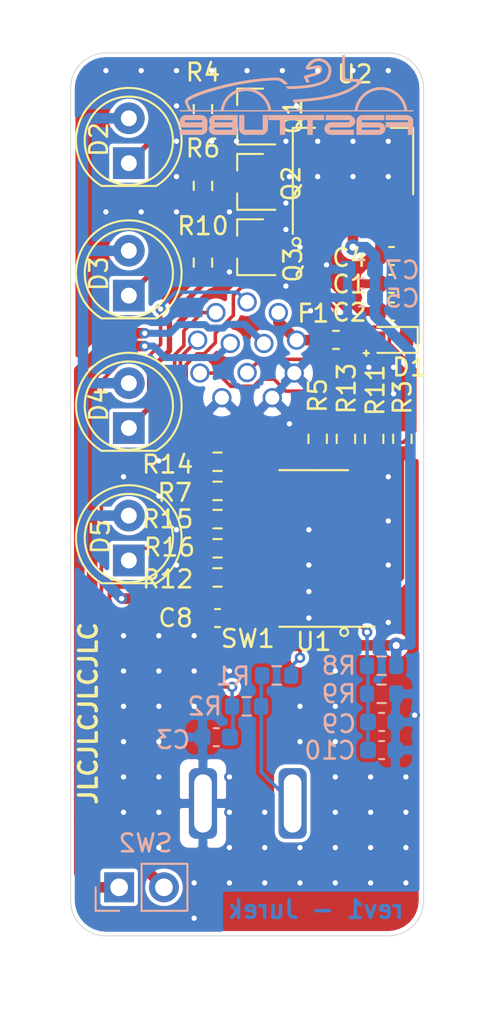
<source format=kicad_pcb>
(kicad_pcb (version 20171130) (host pcbnew "(5.1.12-1-10_14)")

  (general
    (thickness 1.6002)
    (drawings 15)
    (tracks 342)
    (zones 0)
    (modules 40)
    (nets 30)
  )

  (page A4)
  (layers
    (0 Front signal)
    (31 Back signal)
    (32 B.Adhes user)
    (33 F.Adhes user)
    (34 B.Paste user)
    (35 F.Paste user)
    (36 B.SilkS user)
    (37 F.SilkS user)
    (38 B.Mask user)
    (39 F.Mask user)
    (40 Dwgs.User user)
    (41 Cmts.User user)
    (42 Eco1.User user)
    (43 Eco2.User user)
    (44 Edge.Cuts user)
    (45 Margin user)
    (46 B.CrtYd user)
    (47 F.CrtYd user)
    (48 B.Fab user)
    (49 F.Fab user hide)
  )

  (setup
    (last_trace_width 0.2)
    (user_trace_width 0.2)
    (user_trace_width 0.3)
    (user_trace_width 0.4)
    (user_trace_width 0.6)
    (trace_clearance 0.127)
    (zone_clearance 0.108)
    (zone_45_only no)
    (trace_min 0.127)
    (via_size 0.6)
    (via_drill 0.3)
    (via_min_size 0.6)
    (via_min_drill 0.3)
    (user_via 0.6 0.3)
    (user_via 0.9 0.4)
    (uvia_size 0.6858)
    (uvia_drill 0.3302)
    (uvias_allowed no)
    (uvia_min_size 0.2)
    (uvia_min_drill 0.1)
    (edge_width 0.05)
    (segment_width 0.2)
    (pcb_text_width 0.3)
    (pcb_text_size 1.5 1.5)
    (mod_edge_width 0.12)
    (mod_text_size 1 1)
    (mod_text_width 0.15)
    (pad_size 1.524 1.524)
    (pad_drill 0.762)
    (pad_to_mask_clearance 0)
    (solder_mask_min_width 0.12)
    (aux_axis_origin 80 60)
    (visible_elements FFFFFF7F)
    (pcbplotparams
      (layerselection 0x010fc_ffffffff)
      (usegerberextensions false)
      (usegerberattributes true)
      (usegerberadvancedattributes true)
      (creategerberjobfile true)
      (excludeedgelayer true)
      (linewidth 0.100000)
      (plotframeref false)
      (viasonmask false)
      (mode 1)
      (useauxorigin false)
      (hpglpennumber 1)
      (hpglpenspeed 20)
      (hpglpendiameter 15.000000)
      (psnegative false)
      (psa4output false)
      (plotreference true)
      (plotvalue true)
      (plotinvisibletext false)
      (padsonsilk false)
      (subtractmaskfromsilk false)
      (outputformat 1)
      (mirror false)
      (drillshape 0)
      (scaleselection 1)
      (outputdirectory "Gerbers"))
  )

  (net 0 "")
  (net 1 GND)
  (net 2 "Net-(C1-Pad1)")
  (net 3 BTN_TS)
  (net 4 +5V)
  (net 5 CLK)
  (net 6 +12V)
  (net 7 "Net-(D5-Pad1)")
  (net 8 ASB_LED)
  (net 9 AMS_LED)
  (net 10 TSOFF_LED)
  (net 11 SDC_IN)
  (net 12 SDC_OUT)
  (net 13 IDM_LED)
  (net 14 "Net-(R1-Pad2)")
  (net 15 "Net-(J1-Pad9)")
  (net 16 "Net-(J1-Pad8)")
  (net 17 "Net-(J1-Pad7)")
  (net 18 "Net-(J1-Pad10)")
  (net 19 "Net-(R16-Pad2)")
  (net 20 "Net-(D2-Pad1)")
  (net 21 "Net-(D3-Pad1)")
  (net 22 "Net-(D4-Pad1)")
  (net 23 "Net-(F1-Pad1)")
  (net 24 "Net-(Q1-Pad1)")
  (net 25 "Net-(Q2-Pad1)")
  (net 26 "Net-(Q3-Pad1)")
  (net 27 "Net-(Q1-Pad3)")
  (net 28 "Net-(Q2-Pad3)")
  (net 29 "Net-(Q3-Pad3)")

  (net_class Default "This is the default net class."
    (clearance 0.127)
    (trace_width 0.127)
    (via_dia 0.6)
    (via_drill 0.3)
    (uvia_dia 0.6858)
    (uvia_drill 0.3302)
    (diff_pair_width 0.1524)
    (diff_pair_gap 0.254)
    (add_net +12V)
    (add_net +5V)
    (add_net AMS_LED)
    (add_net ASB_LED)
    (add_net BTN_TS)
    (add_net CLK)
    (add_net GND)
    (add_net IDM_LED)
    (add_net "Net-(C1-Pad1)")
    (add_net "Net-(D2-Pad1)")
    (add_net "Net-(D3-Pad1)")
    (add_net "Net-(D4-Pad1)")
    (add_net "Net-(D5-Pad1)")
    (add_net "Net-(F1-Pad1)")
    (add_net "Net-(J1-Pad10)")
    (add_net "Net-(J1-Pad7)")
    (add_net "Net-(J1-Pad8)")
    (add_net "Net-(J1-Pad9)")
    (add_net "Net-(Q1-Pad1)")
    (add_net "Net-(Q1-Pad3)")
    (add_net "Net-(Q2-Pad1)")
    (add_net "Net-(Q2-Pad3)")
    (add_net "Net-(Q3-Pad1)")
    (add_net "Net-(Q3-Pad3)")
    (add_net "Net-(R1-Pad2)")
    (add_net "Net-(R16-Pad2)")
    (add_net SDC_IN)
    (add_net SDC_OUT)
    (add_net TSOFF_LED)
  )

  (module Binder:FTLogo_xsmall (layer Back) (tedit 0) (tstamp 61D8C525)
    (at 92.8 62.4 180)
    (fp_text reference G*** (at 0 0) (layer B.SilkS) hide
      (effects (font (size 1.524 1.524) (thickness 0.3)) (justify mirror))
    )
    (fp_text value LOGO (at 0.75 0) (layer B.SilkS) hide
      (effects (font (size 1.524 1.524) (thickness 0.3)) (justify mirror))
    )
    (fp_poly (pts (xy -1.223491 2.09027) (xy -1.188123 2.089046) (xy -1.15545 2.086795) (xy -1.127203 2.083524)
      (xy -1.125538 2.083273) (xy -1.063564 2.071394) (xy -1.005342 2.055195) (xy -0.950237 2.034354)
      (xy -0.897616 2.00855) (xy -0.846843 1.977459) (xy -0.797283 1.940761) (xy -0.748302 1.898132)
      (xy -0.734162 1.884661) (xy -0.713211 1.863732) (xy -0.694656 1.843763) (xy -0.677454 1.823456)
      (xy -0.660564 1.801515) (xy -0.642942 1.776642) (xy -0.623546 1.747539) (xy -0.621675 1.744663)
      (xy -0.595544 1.703281) (xy -0.573773 1.666238) (xy -0.55628 1.633333) (xy -0.542986 1.604365)
      (xy -0.533811 1.579131) (xy -0.528675 1.55743) (xy -0.527499 1.539061) (xy -0.530202 1.523822)
      (xy -0.532165 1.518944) (xy -0.541132 1.505127) (xy -0.554132 1.491427) (xy -0.569132 1.479827)
      (xy -0.576948 1.475331) (xy -0.590292 1.469552) (xy -0.605195 1.464948) (xy -0.62203 1.461544)
      (xy -0.641168 1.459363) (xy -0.662985 1.458431) (xy -0.687851 1.45877) (xy -0.716141 1.460406)
      (xy -0.748228 1.463363) (xy -0.784484 1.467665) (xy -0.825282 1.473336) (xy -0.870996 1.480401)
      (xy -0.921999 1.488883) (xy -0.978663 1.498808) (xy -1.001713 1.502954) (xy -1.041159 1.510088)
      (xy -1.074909 1.516167) (xy -1.103517 1.521276) (xy -1.127534 1.525503) (xy -1.147512 1.528931)
      (xy -1.164004 1.531647) (xy -1.17756 1.533736) (xy -1.188734 1.535284) (xy -1.198076 1.536376)
      (xy -1.20614 1.537097) (xy -1.213477 1.537534) (xy -1.220639 1.537771) (xy -1.227138 1.537882)
      (xy -1.246573 1.53767) (xy -1.260787 1.536185) (xy -1.27085 1.533012) (xy -1.277831 1.527739)
      (xy -1.2828 1.519951) (xy -1.284615 1.515649) (xy -1.288083 1.499777) (xy -1.288391 1.4802)
      (xy -1.285841 1.45854) (xy -1.280735 1.436415) (xy -1.273374 1.415445) (xy -1.26406 1.397251)
      (xy -1.26196 1.394043) (xy -1.248079 1.377866) (xy -1.228639 1.361304) (xy -1.204377 1.344804)
      (xy -1.176029 1.328815) (xy -1.14433 1.313785) (xy -1.110017 1.300162) (xy -1.104478 1.298193)
      (xy -1.074358 1.287919) (xy -1.03857 1.276174) (xy -0.997589 1.263101) (xy -0.951886 1.248843)
      (xy -0.901937 1.233542) (xy -0.848215 1.217342) (xy -0.791193 1.200385) (xy -0.731346 1.182814)
      (xy -0.669146 1.164772) (xy -0.605069 1.146402) (xy -0.539586 1.127846) (xy -0.536585 1.127)
      (xy -0.509502 1.119352) (xy -0.484364 1.11221) (xy -0.461821 1.105761) (xy -0.442519 1.100194)
      (xy -0.427107 1.095694) (xy -0.416234 1.092451) (xy -0.410547 1.09065) (xy -0.409857 1.090365)
      (xy -0.41049 1.087025) (xy -0.413267 1.078611) (xy -0.417878 1.065906) (xy -0.424013 1.049693)
      (xy -0.431361 1.030756) (xy -0.439612 1.009876) (xy -0.448456 0.987837) (xy -0.457584 0.965422)
      (xy -0.466683 0.943413) (xy -0.475445 0.922594) (xy -0.483559 0.903747) (xy -0.48617 0.897803)
      (xy -0.506511 0.852775) (xy -0.525773 0.812278) (xy -0.544707 0.774762) (xy -0.557534 0.750617)
      (xy -0.571445 0.724946) (xy -0.619892 0.732182) (xy -0.6475 0.73646) (xy -0.672673 0.740664)
      (xy -0.694774 0.744664) (xy -0.713169 0.748335) (xy -0.727222 0.751549) (xy -0.736297 0.754178)
      (xy -0.73976 0.756095) (xy -0.739775 0.756201) (xy -0.738378 0.75957) (xy -0.734388 0.767979)
      (xy -0.728109 0.780816) (xy -0.719846 0.797469) (xy -0.709902 0.817328) (xy -0.698582 0.83978)
      (xy -0.686189 0.864214) (xy -0.680868 0.874666) (xy -0.62196 0.99023) (xy -0.643562 0.996534)
      (xy -0.651989 0.998989) (xy -0.66557 1.002942) (xy -0.683359 1.008117) (xy -0.704414 1.01424)
      (xy -0.727789 1.021036) (xy -0.752541 1.02823) (xy -0.763588 1.031441) (xy -0.834587 1.052233)
      (xy -0.899599 1.07161) (xy -0.958813 1.089637) (xy -1.012418 1.106377) (xy -1.060602 1.121895)
      (xy -1.103554 1.136256) (xy -1.141463 1.149524) (xy -1.174518 1.161764) (xy -1.202906 1.17304)
      (xy -1.226817 1.183417) (xy -1.246439 1.192959) (xy -1.26196 1.201732) (xy -1.262521 1.202081)
      (xy -1.301613 1.228194) (xy -1.334883 1.254109) (xy -1.362804 1.280448) (xy -1.385852 1.307836)
      (xy -1.4045 1.336895) (xy -1.419223 1.36825) (xy -1.430494 1.402523) (xy -1.437199 1.4317)
      (xy -1.441987 1.469528) (xy -1.441688 1.506066) (xy -1.436528 1.540747) (xy -1.426733 1.573006)
      (xy -1.41253 1.602276) (xy -1.394144 1.627993) (xy -1.371803 1.64959) (xy -1.345731 1.666503)
      (xy -1.342691 1.66803) (xy -1.323795 1.676587) (xy -1.306332 1.682747) (xy -1.288582 1.686859)
      (xy -1.268825 1.689271) (xy -1.245338 1.690332) (xy -1.2319 1.690465) (xy -1.221051 1.690462)
      (xy -1.21124 1.690359) (xy -1.20188 1.690072) (xy -1.192383 1.689517) (xy -1.182161 1.68861)
      (xy -1.170627 1.687269) (xy -1.157192 1.685409) (xy -1.14127 1.682948) (xy -1.122271 1.6798)
      (xy -1.099609 1.675884) (xy -1.072695 1.671116) (xy -1.040942 1.665411) (xy -1.003761 1.658687)
      (xy -0.987425 1.655727) (xy -0.945596 1.648229) (xy -0.906368 1.641361) (xy -0.870171 1.63519)
      (xy -0.837438 1.629784) (xy -0.8086 1.625211) (xy -0.784089 1.621539) (xy -0.764337 1.618835)
      (xy -0.749775 1.617166) (xy -0.740834 1.616602) (xy -0.73885 1.616711) (xy -0.737813 1.619331)
      (xy -0.740816 1.625856) (xy -0.74737 1.63574) (xy -0.756987 1.648438) (xy -0.769176 1.663406)
      (xy -0.78345 1.680097) (xy -0.79932 1.697967) (xy -0.816294 1.71647) (xy -0.833886 1.73506)
      (xy -0.851606 1.753193) (xy -0.868964 1.770324) (xy -0.885471 1.785906) (xy -0.900639 1.799395)
      (xy -0.908787 1.806171) (xy -0.959337 1.84344) (xy -1.010693 1.874441) (xy -1.062991 1.899218)
      (xy -1.116366 1.917817) (xy -1.170953 1.930285) (xy -1.226889 1.936667) (xy -1.284308 1.937008)
      (xy -1.295428 1.936392) (xy -1.356424 1.929421) (xy -1.41488 1.916667) (xy -1.470617 1.898232)
      (xy -1.523456 1.874217) (xy -1.573219 1.844725) (xy -1.619728 1.809855) (xy -1.662804 1.769711)
      (xy -1.702269 1.724394) (xy -1.726942 1.690688) (xy -1.755738 1.644789) (xy -1.778885 1.599486)
      (xy -1.796549 1.554028) (xy -1.808899 1.507662) (xy -1.816103 1.459637) (xy -1.818329 1.4092)
      (xy -1.815745 1.3556) (xy -1.810976 1.31445) (xy -1.803368 1.271623) (xy -1.792287 1.225155)
      (xy -1.778181 1.176396) (xy -1.761503 1.126699) (xy -1.742702 1.077415) (xy -1.722229 1.029894)
      (xy -1.702745 0.989749) (xy -1.69037 0.969497) (xy -1.673427 0.947337) (xy -1.652926 0.924386)
      (xy -1.629882 0.901766) (xy -1.605305 0.880594) (xy -1.600725 0.876966) (xy -1.558978 0.847322)
      (xy -1.511091 0.818741) (xy -1.457185 0.791252) (xy -1.397384 0.764881) (xy -1.331811 0.739657)
      (xy -1.26059 0.715604) (xy -1.183843 0.692752) (xy -1.101695 0.671127) (xy -1.014268 0.650756)
      (xy -0.921685 0.631666) (xy -0.82407 0.613884) (xy -0.721546 0.597438) (xy -0.614237 0.582355)
      (xy -0.502265 0.568661) (xy -0.385753 0.556383) (xy -0.264826 0.54555) (xy -0.139606 0.536188)
      (xy -0.017463 0.528718) (xy 0.026691 0.526329) (xy 0.066108 0.524278) (xy 0.10183 0.522531)
      (xy 0.1349 0.521057) (xy 0.166359 0.519823) (xy 0.19725 0.518795) (xy 0.228616 0.517942)
      (xy 0.261499 0.51723) (xy 0.296941 0.516628) (xy 0.335985 0.516102) (xy 0.379673 0.51562)
      (xy 0.410368 0.515321) (xy 0.445289 0.514964) (xy 0.478262 0.514568) (xy 0.50875 0.514145)
      (xy 0.536218 0.513704) (xy 0.560128 0.513255) (xy 0.579944 0.512809) (xy 0.595129 0.512377)
      (xy 0.605147 0.511968) (xy 0.609461 0.511592) (xy 0.609593 0.51152) (xy 0.607683 0.508647)
      (xy 0.602282 0.501453) (xy 0.59388 0.490567) (xy 0.582965 0.476616) (xy 0.570028 0.460228)
      (xy 0.555557 0.44203) (xy 0.550556 0.435769) (xy 0.491525 0.36195) (xy 0.383081 0.36244)
      (xy 0.35308 0.362648) (xy 0.321262 0.362996) (xy 0.289179 0.363458) (xy 0.258383 0.364009)
      (xy 0.230427 0.364624) (xy 0.206863 0.365275) (xy 0.201612 0.365448) (xy 0.091339 0.369876)
      (xy -0.019366 0.37554) (xy -0.129469 0.382361) (xy -0.237938 0.390262) (xy -0.34374 0.399164)
      (xy -0.445842 0.40899) (xy -0.543211 0.41966) (xy -0.592138 0.42558) (xy -0.73516 0.446065)
      (xy -0.874581 0.471228) (xy -1.010138 0.501015) (xy -1.14157 0.53537) (xy -1.19005 0.549514)
      (xy -1.257853 0.570799) (xy -1.323552 0.593249) (xy -1.386812 0.616689) (xy -1.447295 0.640944)
      (xy -1.504667 0.66584) (xy -1.558592 0.691201) (xy -1.608733 0.716852) (xy -1.654754 0.742618)
      (xy -1.69632 0.768325) (xy -1.733094 0.793798) (xy -1.764741 0.818862) (xy -1.790923 0.843341)
      (xy -1.811306 0.867061) (xy -1.817763 0.8763) (xy -1.833426 0.902555) (xy -1.849819 0.934063)
      (xy -1.866504 0.969835) (xy -1.883043 1.008882) (xy -1.898998 1.050215) (xy -1.913932 1.092846)
      (xy -1.914763 1.095353) (xy -1.933963 1.157687) (xy -1.949745 1.217897) (xy -1.962057 1.275577)
      (xy -1.97085 1.330318) (xy -1.976074 1.381713) (xy -1.977677 1.429354) (xy -1.97561 1.472833)
      (xy -1.969823 1.511744) (xy -1.967367 1.522413) (xy -1.948108 1.586669) (xy -1.923131 1.649567)
      (xy -1.892847 1.710448) (xy -1.857666 1.768653) (xy -1.817998 1.823523) (xy -1.774256 1.8744)
      (xy -1.726849 1.920625) (xy -1.710058 1.93509) (xy -1.67848 1.959257) (xy -1.64241 1.983145)
      (xy -1.60366 2.005705) (xy -1.56404 2.025888) (xy -1.525361 2.042643) (xy -1.522561 2.043727)
      (xy -1.498989 2.051906) (xy -1.471007 2.060209) (xy -1.440528 2.068164) (xy -1.409466 2.075295)
      (xy -1.379731 2.081131) (xy -1.357313 2.084666) (xy -1.328465 2.087662) (xy -1.295392 2.089588)
      (xy -1.259824 2.090453) (xy -1.223491 2.09027)) (layer B.SilkS) (width 0.01))
    (fp_poly (pts (xy -2.589213 0.912813) (xy -2.598603 0.895861) (xy -2.613202 0.875255) (xy -2.633004 0.856885)
      (xy -2.65816 0.840683) (xy -2.688819 0.826576) (xy -2.725131 0.814494) (xy -2.767247 0.804368)
      (xy -2.808397 0.797142) (xy -2.83186 0.793804) (xy -2.855747 0.790831) (xy -2.880639 0.788189)
      (xy -2.907114 0.785846) (xy -2.935752 0.783769) (xy -2.96713 0.781923) (xy -3.001829 0.780277)
      (xy -3.040427 0.778796) (xy -3.083503 0.777447) (xy -3.131637 0.776198) (xy -3.185406 0.775014)
      (xy -3.198813 0.774744) (xy -3.235232 0.773972) (xy -3.27158 0.773109) (xy -3.307293 0.772173)
      (xy -3.341811 0.771184) (xy -3.374571 0.770164) (xy -3.405014 0.769133) (xy -3.432575 0.768109)
      (xy -3.456695 0.767113) (xy -3.476812 0.766166) (xy -3.492363 0.765287) (xy -3.502788 0.764497)
      (xy -3.507524 0.763815) (xy -3.507726 0.763708) (xy -3.505924 0.76124) (xy -3.500009 0.755185)
      (xy -3.49064 0.746143) (xy -3.478479 0.734716) (xy -3.464185 0.721504) (xy -3.448419 0.707106)
      (xy -3.431841 0.692125) (xy -3.415111 0.677161) (xy -3.39889 0.662813) (xy -3.383838 0.649683)
      (xy -3.370616 0.638371) (xy -3.362325 0.631464) (xy -3.281067 0.568327) (xy -3.194422 0.507655)
      (xy -3.102356 0.449438) (xy -3.004834 0.393662) (xy -2.901821 0.340316) (xy -2.793284 0.289387)
      (xy -2.679187 0.240864) (xy -2.559496 0.194733) (xy -2.434178 0.150983) (xy -2.303196 0.109601)
      (xy -2.166518 0.070576) (xy -2.024107 0.033895) (xy -1.87593 -0.000454) (xy -1.721953 -0.032484)
      (xy -1.56214 -0.062206) (xy -1.396458 -0.089633) (xy -1.274763 -0.107788) (xy -1.217819 -0.11578)
      (xy -1.161426 -0.123418) (xy -1.105114 -0.130748) (xy -1.048416 -0.137819) (xy -0.990861 -0.144678)
      (xy -0.931983 -0.151372) (xy -0.871311 -0.157951) (xy -0.808378 -0.164461) (xy -0.742715 -0.170949)
      (xy -0.673854 -0.177465) (xy -0.601325 -0.184055) (xy -0.52466 -0.190767) (xy -0.44339 -0.197648)
      (xy -0.357048 -0.204747) (xy -0.265163 -0.212111) (xy -0.19685 -0.217484) (xy -0.157256 -0.220601)
      (xy -0.117243 -0.223796) (xy -0.077316 -0.227027) (xy -0.03798 -0.230249) (xy 0.000259 -0.23342)
      (xy 0.036895 -0.236496) (xy 0.071425 -0.239434) (xy 0.103342 -0.24219) (xy 0.132142 -0.244721)
      (xy 0.157318 -0.246983) (xy 0.178366 -0.248933) (xy 0.194781 -0.250528) (xy 0.206057 -0.251723)
      (xy 0.211689 -0.252477) (xy 0.212236 -0.252631) (xy 0.21113 -0.255583) (xy 0.207496 -0.263576)
      (xy 0.201641 -0.275971) (xy 0.193875 -0.292125) (xy 0.184504 -0.3114) (xy 0.173836 -0.333154)
      (xy 0.162467 -0.35617) (xy 0.131648 -0.419335) (xy 0.103466 -0.479295) (xy 0.076994 -0.5381)
      (xy 0.051305 -0.597801) (xy 0.029588 -0.650306) (xy 0.021419 -0.670534) (xy 0.012633 -0.692547)
      (xy 0.003532 -0.715564) (xy -0.005583 -0.738804) (xy -0.014409 -0.761486) (xy -0.022645 -0.782829)
      (xy -0.02999 -0.802051) (xy -0.036141 -0.818371) (xy -0.040798 -0.831009) (xy -0.043657 -0.839182)
      (xy -0.04445 -0.842023) (xy -0.041322 -0.842255) (xy -0.032121 -0.842481) (xy -0.017128 -0.842701)
      (xy 0.003382 -0.842914) (xy 0.029128 -0.843117) (xy 0.059833 -0.843311) (xy 0.095218 -0.843495)
      (xy 0.135006 -0.843667) (xy 0.178918 -0.843826) (xy 0.226675 -0.843973) (xy 0.278001 -0.844105)
      (xy 0.332615 -0.844222) (xy 0.390241 -0.844322) (xy 0.450599 -0.844406) (xy 0.513412 -0.844471)
      (xy 0.578401 -0.844517) (xy 0.645289 -0.844543) (xy 0.696546 -0.84455) (xy 1.437543 -0.84455)
      (xy 1.590554 -0.84455) (xy 4.13385 -0.84455) (xy 4.133826 -0.835818) (xy 4.133049 -0.82739)
      (xy 4.130905 -0.813902) (xy 4.12763 -0.79644) (xy 4.123461 -0.776089) (xy 4.118634 -0.753933)
      (xy 4.113387 -0.731058) (xy 4.107955 -0.708548) (xy 4.102576 -0.687489) (xy 4.097486 -0.668965)
      (xy 4.097297 -0.66831) (xy 4.075135 -0.599937) (xy 4.048222 -0.53099) (xy 4.017234 -0.462877)
      (xy 3.982849 -0.397003) (xy 3.945741 -0.334773) (xy 3.914732 -0.288814) (xy 3.858708 -0.215752)
      (xy 3.798588 -0.147499) (xy 3.734534 -0.084159) (xy 3.666712 -0.025836) (xy 3.595286 0.027365)
      (xy 3.520419 0.075339) (xy 3.442277 0.117982) (xy 3.361022 0.155191) (xy 3.27682 0.18686)
      (xy 3.189834 0.212886) (xy 3.100229 0.233163) (xy 3.090862 0.23492) (xy 3.064179 0.239644)
      (xy 3.039947 0.243459) (xy 3.016986 0.246455) (xy 2.994119 0.248722) (xy 2.970167 0.25035)
      (xy 2.943951 0.251427) (xy 2.914292 0.252044) (xy 2.880012 0.252291) (xy 2.862262 0.252304)
      (xy 2.822825 0.252086) (xy 2.788453 0.251415) (xy 2.757868 0.250174) (xy 2.729794 0.248247)
      (xy 2.702955 0.245515) (xy 2.676073 0.241862) (xy 2.647873 0.237171) (xy 2.617076 0.231324)
      (xy 2.603198 0.228524) (xy 2.516597 0.207644) (xy 2.432418 0.181042) (xy 2.350878 0.148941)
      (xy 2.272195 0.111561) (xy 2.196586 0.069126) (xy 2.12427 0.021856) (xy 2.055462 -0.030027)
      (xy 1.990382 -0.0863) (xy 1.929246 -0.146743) (xy 1.872273 -0.211133) (xy 1.81968 -0.279248)
      (xy 1.771684 -0.350867) (xy 1.728503 -0.425767) (xy 1.690355 -0.503728) (xy 1.657457 -0.584526)
      (xy 1.630027 -0.667941) (xy 1.608283 -0.753751) (xy 1.60029 -0.79375) (xy 1.597494 -0.808909)
      (xy 1.594986 -0.822332) (xy 1.59306 -0.832454) (xy 1.592077 -0.837406) (xy 1.590554 -0.84455)
      (xy 1.437543 -0.84455) (xy 1.439753 -0.826293) (xy 1.44118 -0.816133) (xy 1.443477 -0.801597)
      (xy 1.446338 -0.784553) (xy 1.449458 -0.766865) (xy 1.449765 -0.765175) (xy 1.469651 -0.673474)
      (xy 1.495502 -0.583661) (xy 1.527143 -0.496) (xy 1.564399 -0.410754) (xy 1.607097 -0.328189)
      (xy 1.655063 -0.248569) (xy 1.708121 -0.172156) (xy 1.766097 -0.099216) (xy 1.828817 -0.030013)
      (xy 1.896107 0.03519) (xy 1.967793 0.096127) (xy 2.043699 0.152537) (xy 2.065337 0.167251)
      (xy 2.145908 0.217187) (xy 2.229368 0.26148) (xy 2.315633 0.300101) (xy 2.404621 0.333018)
      (xy 2.496245 0.360199) (xy 2.590424 0.381615) (xy 2.68661 0.397173) (xy 2.710855 0.399759)
      (xy 2.740084 0.401954) (xy 2.772942 0.403726) (xy 2.808075 0.405048) (xy 2.844127 0.40589)
      (xy 2.879742 0.406222) (xy 2.913567 0.406016) (xy 2.944244 0.405241) (xy 2.97042 0.403869)
      (xy 2.976038 0.403434) (xy 3.073121 0.39234) (xy 3.167595 0.375474) (xy 3.259555 0.352799)
      (xy 3.349095 0.324276) (xy 3.436308 0.289869) (xy 3.521289 0.24954) (xy 3.604133 0.203252)
      (xy 3.684931 0.150967) (xy 3.76378 0.092648) (xy 3.7719 0.086213) (xy 3.813189 0.051355)
      (xy 3.855807 0.011789) (xy 3.898668 -0.031321) (xy 3.940687 -0.076808) (xy 3.980779 -0.123509)
      (xy 4.01786 -0.170257) (xy 4.044256 -0.206375) (xy 4.070959 -0.24636) (xy 4.097981 -0.29036)
      (xy 4.124442 -0.336753) (xy 4.14946 -0.38392) (xy 4.172154 -0.43024) (xy 4.191643 -0.474091)
      (xy 4.197068 -0.487362) (xy 4.221177 -0.552564) (xy 4.242764 -0.620621) (xy 4.261249 -0.689468)
      (xy 4.276055 -0.757037) (xy 4.2821 -0.790938) (xy 4.290851 -0.844549) (xy 5.956274 -0.844549)
      (xy 5.994474 -0.768201) (xy 6.02592 -0.704444) (xy 6.053856 -0.645882) (xy 6.078315 -0.592437)
      (xy 6.099326 -0.544033) (xy 6.116924 -0.500593) (xy 6.131138 -0.462042) (xy 6.142001 -0.428302)
      (xy 6.149545 -0.399297) (xy 6.151517 -0.389668) (xy 6.156732 -0.361824) (xy 6.148893 -0.344701)
      (xy 6.138602 -0.327619) (xy 6.12284 -0.30948) (xy 6.101505 -0.290212) (xy 6.074494 -0.26974)
      (xy 6.041703 -0.24799) (xy 6.003031 -0.224887) (xy 5.958374 -0.200357) (xy 5.92455 -0.182832)
      (xy 5.859579 -0.151017) (xy 5.788645 -0.118432) (xy 5.712077 -0.085177) (xy 5.6302 -0.051352)
      (xy 5.543343 -0.017056) (xy 5.451833 0.017611) (xy 5.355998 0.052548) (xy 5.256165 0.087655)
      (xy 5.15266 0.122834) (xy 5.045813 0.157983) (xy 4.93595 0.193003) (xy 4.823398 0.227794)
      (xy 4.708486 0.262257) (xy 4.59154 0.29629) (xy 4.472888 0.329795) (xy 4.352857 0.362671)
      (xy 4.231775 0.394818) (xy 4.10997 0.426137) (xy 3.987768 0.456527) (xy 3.865497 0.485889)
      (xy 3.743484 0.514123) (xy 3.622058 0.541128) (xy 3.501544 0.566806) (xy 3.400425 0.587442)
      (xy 3.258082 0.615156) (xy 3.114246 0.641734) (xy 2.969475 0.667104) (xy 2.824326 0.691192)
      (xy 2.679358 0.713924) (xy 2.535128 0.735226) (xy 2.392195 0.755025) (xy 2.251116 0.773248)
      (xy 2.112449 0.789819) (xy 1.976753 0.804667) (xy 1.844584 0.817717) (xy 1.716502 0.828895)
      (xy 1.593064 0.838129) (xy 1.474828 0.845343) (xy 1.42875 0.847665) (xy 1.402826 0.848683)
      (xy 1.373171 0.8495) (xy 1.340773 0.850116) (xy 1.30662 0.850532) (xy 1.2717 0.850747)
      (xy 1.237002 0.850762) (xy 1.203513 0.850576) (xy 1.172222 0.850191) (xy 1.144118 0.849605)
      (xy 1.120187 0.84882) (xy 1.101419 0.847835) (xy 1.09839 0.847615) (xy 1.064958 0.844656)
      (xy 1.036719 0.841209) (xy 1.012523 0.837015) (xy 0.991216 0.831815) (xy 0.971647 0.82535)
      (xy 0.952664 0.817361) (xy 0.942975 0.812685) (xy 0.923795 0.802147) (xy 0.900692 0.787884)
      (xy 0.874439 0.77045) (xy 0.845808 0.750397) (xy 0.815571 0.728276) (xy 0.784499 0.70464)
      (xy 0.753365 0.680041) (xy 0.725487 0.657164) (xy 0.690562 0.627948) (xy 0.650875 0.62983)
      (xy 0.63435 0.630565) (xy 0.613438 0.631421) (xy 0.590098 0.632322) (xy 0.566288 0.633192)
      (xy 0.548481 0.633806) (xy 0.529311 0.634578) (xy 0.512507 0.635506) (xy 0.499027 0.636518)
      (xy 0.489826 0.637539) (xy 0.485859 0.638495) (xy 0.485775 0.638641) (xy 0.487867 0.642515)
      (xy 0.493697 0.650187) (xy 0.502588 0.660885) (xy 0.513868 0.673838) (xy 0.526861 0.688275)
      (xy 0.540894 0.703425) (xy 0.555293 0.718517) (xy 0.558462 0.721773) (xy 0.603422 0.765357)
      (xy 0.650744 0.806688) (xy 0.699538 0.845122) (xy 0.748914 0.880012) (xy 0.797984 0.910713)
      (xy 0.845857 0.93658) (xy 0.870002 0.947914) (xy 0.894785 0.958555) (xy 0.918077 0.967697)
      (xy 0.940596 0.975451) (xy 0.963066 0.981922) (xy 0.986206 0.98722) (xy 1.010737 0.991453)
      (xy 1.03738 0.994728) (xy 1.066855 0.997154) (xy 1.099884 0.998839) (xy 1.137187 0.999891)
      (xy 1.179485 1.000419) (xy 1.220842 1.000535) (xy 1.304275 0.999641) (xy 1.393395 0.997063)
      (xy 1.487782 0.992854) (xy 1.587016 0.98707) (xy 1.690677 0.979765) (xy 1.798345 0.970994)
      (xy 1.909599 0.960811) (xy 2.024021 0.949273) (xy 2.141189 0.936433) (xy 2.260683 0.922345)
      (xy 2.382085 0.907066) (xy 2.504973 0.89065) (xy 2.628927 0.873151) (xy 2.753528 0.854624)
      (xy 2.878356 0.835124) (xy 3.00299 0.814707) (xy 3.127011 0.793425) (xy 3.249998 0.771336)
      (xy 3.371532 0.748492) (xy 3.491192 0.724949) (xy 3.608558 0.700762) (xy 3.723211 0.675986)
      (xy 3.742865 0.671616) (xy 3.770924 0.665284) (xy 3.804308 0.65764) (xy 3.842175 0.648881)
      (xy 3.883682 0.639206) (xy 3.927988 0.628814) (xy 3.974249 0.617903) (xy 4.021624 0.606672)
      (xy 4.06927 0.595318) (xy 4.116345 0.584042) (xy 4.162007 0.573041) (xy 4.195626 0.564894)
      (xy 4.354072 0.52571) (xy 4.506816 0.486557) (xy 4.653826 0.447446) (xy 4.79507 0.408391)
      (xy 4.930515 0.369403) (xy 5.060129 0.330494) (xy 5.183878 0.291678) (xy 5.30173 0.252966)
      (xy 5.413652 0.214371) (xy 5.519612 0.175906) (xy 5.619577 0.137583) (xy 5.713515 0.099414)
      (xy 5.801393 0.061411) (xy 5.883178 0.023588) (xy 5.958837 -0.014045) (xy 6.028338 -0.051473)
      (xy 6.091649 -0.088685) (xy 6.148736 -0.125668) (xy 6.199568 -0.16241) (xy 6.24411 -0.198899)
      (xy 6.271517 -0.22427) (xy 6.28976 -0.242873) (xy 6.303428 -0.258633) (xy 6.313142 -0.272358)
      (xy 6.319524 -0.284857) (xy 6.320921 -0.288605) (xy 6.323403 -0.300814) (xy 6.324453 -0.317352)
      (xy 6.324124 -0.336372) (xy 6.322465 -0.356027) (xy 6.319527 -0.37447) (xy 6.318423 -0.379412)
      (xy 6.310066 -0.409518) (xy 6.298307 -0.444676) (xy 6.283132 -0.484919) (xy 6.264527 -0.530281)
      (xy 6.242476 -0.580795) (xy 6.216967 -0.636494) (xy 6.187984 -0.697413) (xy 6.155513 -0.763584)
      (xy 6.146703 -0.781243) (xy 6.115039 -0.84451) (xy 6.360313 -0.845324) (xy 6.605587 -0.846137)
      (xy 6.606496 -0.877093) (xy 6.607404 -0.90805) (xy -6.613525 -0.90805) (xy -6.613525 -0.84455)
      (xy -6.271446 -0.84455) (xy -6.118346 -0.84455) (xy -3.458455 -0.84455) (xy -3.462776 -0.816768)
      (xy -3.47545 -0.748878) (xy -3.492561 -0.678847) (xy -3.513637 -0.608559) (xy -3.519805 -0.59019)
      (xy -3.552489 -0.504751) (xy -3.590825 -0.422063) (xy -3.634629 -0.342381) (xy -3.683714 -0.265958)
      (xy -3.737895 -0.19305) (xy -3.796985 -0.12391) (xy -3.8608 -0.058795) (xy -3.929154 0.002044)
      (xy -3.983038 0.044526) (xy -4.05807 0.096901) (xy -4.135451 0.143519) (xy -4.21535 0.184449)
      (xy -4.297934 0.219755) (xy -4.383372 0.249506) (xy -4.471831 0.273766) (xy -4.56348 0.292603)
      (xy -4.638707 0.303749) (xy -4.660386 0.305849) (xy -4.687091 0.307494) (xy -4.717585 0.308684)
      (xy -4.750634 0.309419) (xy -4.785003 0.3097) (xy -4.819456 0.309524) (xy -4.852758 0.308893)
      (xy -4.883674 0.307806) (xy -4.910969 0.306263) (xy -4.933408 0.304263) (xy -4.937125 0.303818)
      (xy -4.982965 0.297539) (xy -5.024754 0.290685) (xy -5.064791 0.282833) (xy -5.105373 0.273563)
      (xy -5.115245 0.271131) (xy -5.204397 0.245667) (xy -5.290953 0.214411) (xy -5.374867 0.177384)
      (xy -5.456094 0.134611) (xy -5.534585 0.086113) (xy -5.610296 0.031914) (xy -5.629883 0.016602)
      (xy -5.65008 -0.000273) (xy -5.673331 -0.021042) (xy -5.69864 -0.044708) (xy -5.72501 -0.070275)
      (xy -5.751446 -0.096747) (xy -5.77695 -0.123126) (xy -5.800528 -0.148416) (xy -5.821182 -0.171621)
      (xy -5.836927 -0.1905) (xy -5.889673 -0.261472) (xy -5.937784 -0.336135) (xy -5.981003 -0.413911)
      (xy -6.019072 -0.494228) (xy -6.051734 -0.57651) (xy -6.07873 -0.660184) (xy -6.099805 -0.744675)
      (xy -6.110261 -0.8001) (xy -6.11259 -0.814032) (xy -6.114704 -0.826246) (xy -6.116285 -0.834929)
      (xy -6.116783 -0.837406) (xy -6.118346 -0.84455) (xy -6.271446 -0.84455) (xy -6.269231 -0.824706)
      (xy -6.266547 -0.804831) (xy -6.262491 -0.780296) (xy -6.257346 -0.752569) (xy -6.251397 -0.72312)
      (xy -6.244928 -0.693418) (xy -6.238775 -0.66719) (xy -6.213149 -0.575369) (xy -6.181693 -0.485784)
      (xy -6.144611 -0.398683) (xy -6.102104 -0.314316) (xy -6.054375 -0.232932) (xy -6.001627 -0.15478)
      (xy -5.94406 -0.080108) (xy -5.881879 -0.009168) (xy -5.815285 0.057794) (xy -5.74448 0.120526)
      (xy -5.669667 0.178781) (xy -5.591047 0.23231) (xy -5.508825 0.280862) (xy -5.440363 0.316062)
      (xy -5.356661 0.353288) (xy -5.271289 0.385093) (xy -5.183661 0.411645) (xy -5.093189 0.433111)
      (xy -4.999288 0.449659) (xy -4.951413 0.456076) (xy -4.936002 0.457762) (xy -4.920083 0.459107)
      (xy -4.90273 0.460144) (xy -4.883015 0.460907) (xy -4.860012 0.461429) (xy -4.832794 0.461743)
      (xy -4.800435 0.461882) (xy -4.789488 0.461895) (xy -4.746516 0.461707) (xy -4.708624 0.461014)
      (xy -4.674552 0.459705) (xy -4.643042 0.457671) (xy -4.612836 0.454799) (xy -4.582675 0.45098)
      (xy -4.5513 0.446102) (xy -4.517453 0.440056) (xy -4.497388 0.436204) (xy -4.403413 0.414657)
      (xy -4.311879 0.38739) (xy -4.22298 0.354605) (xy -4.136911 0.316504) (xy -4.053868 0.273289)
      (xy -3.974046 0.225161) (xy -3.89764 0.172323) (xy -3.824844 0.114976) (xy -3.755855 0.053322)
      (xy -3.690867 -0.012437) (xy -3.630075 -0.082099) (xy -3.573674 -0.155463) (xy -3.52186 -0.232326)
      (xy -3.474828 -0.312487) (xy -3.432772 -0.395744) (xy -3.395887 -0.481894) (xy -3.36437 -0.570737)
      (xy -3.338414 -0.66207) (xy -3.318216 -0.755691) (xy -3.312412 -0.789784) (xy -3.303741 -0.844556)
      (xy -0.209135 -0.842962) (xy -0.177996 -0.760412) (xy -0.162435 -0.719632) (xy -0.146057 -0.677578)
      (xy -0.129211 -0.6351) (xy -0.112249 -0.593047) (xy -0.095519 -0.552267) (xy -0.079371 -0.513608)
      (xy -0.064155 -0.477921) (xy -0.050222 -0.446053) (xy -0.03792 -0.418853) (xy -0.03216 -0.406575)
      (xy -0.027507 -0.396434) (xy -0.024355 -0.388814) (xy -0.023327 -0.38523) (xy -0.023364 -0.385153)
      (xy -0.026611 -0.384745) (xy -0.035656 -0.38389) (xy -0.049968 -0.382632) (xy -0.069012 -0.381016)
      (xy -0.092257 -0.379086) (xy -0.11917 -0.376886) (xy -0.149217 -0.374459) (xy -0.181868 -0.371851)
      (xy -0.216588 -0.369105) (xy -0.227269 -0.368266) (xy -0.31643 -0.36121) (xy -0.399751 -0.354491)
      (xy -0.477727 -0.348058) (xy -0.550856 -0.341862) (xy -0.619634 -0.335854) (xy -0.684559 -0.329985)
      (xy -0.746128 -0.324206) (xy -0.804837 -0.318468) (xy -0.861183 -0.312722) (xy -0.915664 -0.306917)
      (xy -0.968777 -0.301006) (xy -1.021018 -0.294939) (xy -1.072884 -0.288667) (xy -1.124873 -0.28214)
      (xy -1.177481 -0.27531) (xy -1.208088 -0.271242) (xy -1.383438 -0.246197) (xy -1.552918 -0.218825)
      (xy -1.716572 -0.189107) (xy -1.874446 -0.157029) (xy -2.026584 -0.122573) (xy -2.17303 -0.085721)
      (xy -2.313829 -0.046459) (xy -2.449026 -0.004767) (xy -2.578665 0.039369) (xy -2.70279 0.085967)
      (xy -2.821448 0.135044) (xy -2.934681 0.186617) (xy -3.042535 0.240702) (xy -3.145054 0.297315)
      (xy -3.242283 0.356475) (xy -3.334266 0.418197) (xy -3.421048 0.482499) (xy -3.502674 0.549397)
      (xy -3.579188 0.618908) (xy -3.582655 0.622235) (xy -3.604761 0.643961) (xy -3.625896 0.6656)
      (xy -3.64547 0.686487) (xy -3.662893 0.705958) (xy -3.677575 0.723349) (xy -3.688927 0.737995)
      (xy -3.696359 0.749232) (xy -3.697768 0.751907) (xy -3.705189 0.774171) (xy -3.70715 0.797634)
      (xy -3.703648 0.820654) (xy -3.698017 0.835475) (xy -3.686183 0.85445) (xy -3.670507 0.870571)
      (xy -3.65056 0.884057) (xy -3.625913 0.895131) (xy -3.596138 0.904014) (xy -3.560805 0.910926)
      (xy -3.548192 0.912767) (xy -3.532468 0.914723) (xy -3.515388 0.916483) (xy -3.496479 0.918065)
      (xy -3.475269 0.919489) (xy -3.451287 0.920772) (xy -3.42406 0.921935) (xy -3.393116 0.922995)
      (xy -3.357984 0.923972) (xy -3.318191 0.924884) (xy -3.273265 0.925751) (xy -3.222735 0.926592)
      (xy -3.190716 0.927074) (xy -3.134633 0.927963) (xy -3.084464 0.928926) (xy -3.039775 0.929992)
      (xy -3.000133 0.93119) (xy -2.965101 0.932552) (xy -2.934245 0.934107) (xy -2.907131 0.935885)
      (xy -2.883324 0.937916) (xy -2.862389 0.940229) (xy -2.843891 0.942856) (xy -2.827396 0.945825)
      (xy -2.812469 0.949167) (xy -2.798675 0.952912) (xy -2.793684 0.954433) (xy -2.776242 0.960825)
      (xy -2.764183 0.967724) (xy -2.756548 0.975958) (xy -2.752378 0.986355) (xy -2.751534 0.99083)
      (xy -2.750522 0.999873) (xy -2.749569 1.013033) (xy -2.748671 1.030456) (xy -2.747827 1.052286)
      (xy -2.747036 1.07867) (xy -2.746294 1.109754) (xy -2.7456 1.145681) (xy -2.744952 1.186599)
      (xy -2.744348 1.232653) (xy -2.743785 1.283987) (xy -2.743262 1.340748) (xy -2.742778 1.403081)
      (xy -2.742328 1.471132) (xy -2.741913 1.545046) (xy -2.741529 1.624969) (xy -2.741175 1.711045)
      (xy -2.741059 1.742282) (xy -2.73908 2.289175) (xy -2.587569 2.289175) (xy -2.589213 0.912813)) (layer B.SilkS) (width 0.01))
    (fp_poly (pts (xy 6.096267 -1.117962) (xy 6.133367 -1.118029) (xy 6.16614 -1.118167) (xy 6.194922 -1.118384)
      (xy 6.220052 -1.118687) (xy 6.241866 -1.119085) (xy 6.260701 -1.119584) (xy 6.276895 -1.120193)
      (xy 6.290784 -1.12092) (xy 6.302706 -1.121772) (xy 6.312999 -1.122757) (xy 6.321998 -1.123883)
      (xy 6.330041 -1.125158) (xy 6.337466 -1.126589) (xy 6.344609 -1.128185) (xy 6.351808 -1.129953)
      (xy 6.353652 -1.130422) (xy 6.396174 -1.144494) (xy 6.436391 -1.164172) (xy 6.473786 -1.188968)
      (xy 6.507841 -1.218396) (xy 6.538038 -1.251967) (xy 6.563862 -1.289194) (xy 6.584793 -1.329589)
      (xy 6.596011 -1.358747) (xy 6.599661 -1.369795) (xy 6.602796 -1.379765) (xy 6.605459 -1.389231)
      (xy 6.607692 -1.398762) (xy 6.609538 -1.408931) (xy 6.61104 -1.420309) (xy 6.612241 -1.433468)
      (xy 6.613183 -1.448979) (xy 6.613909 -1.467414) (xy 6.614462 -1.489344) (xy 6.614885 -1.51534)
      (xy 6.61522 -1.545975) (xy 6.61551 -1.58182) (xy 6.615797 -1.623218) (xy 6.617098 -1.8161)
      (xy 5.343525 -1.8161) (xy 5.343525 -1.952625) (xy 6.6167 -1.952625) (xy 6.6167 -2.2352)
      (xy 5.996781 -2.234691) (xy 5.934356 -2.234634) (xy 5.873545 -2.234566) (xy 5.814659 -2.234489)
      (xy 5.758011 -2.234403) (xy 5.703911 -2.234309) (xy 5.652671 -2.234208) (xy 5.604603 -2.234101)
      (xy 5.560018 -2.233989) (xy 5.519227 -2.233872) (xy 5.482543 -2.233751) (xy 5.450276 -2.233628)
      (xy 5.422738 -2.233502) (xy 5.400241 -2.233376) (xy 5.383096 -2.233249) (xy 5.371615 -2.233123)
      (xy 5.36611 -2.232998) (xy 5.36575 -2.232973) (xy 5.334621 -2.227345) (xy 5.301272 -2.217301)
      (xy 5.267333 -2.203477) (xy 5.234436 -2.186507) (xy 5.214276 -2.174019) (xy 5.17413 -2.144347)
      (xy 5.139247 -2.112484) (xy 5.109845 -2.078703) (xy 5.086145 -2.043277) (xy 5.068366 -2.006481)
      (xy 5.06012 -1.982068) (xy 5.058848 -1.97744) (xy 5.05774 -1.97288) (xy 5.056781 -1.967935)
      (xy 5.055958 -1.962152) (xy 5.055259 -1.955074) (xy 5.054669 -1.94625) (xy 5.054177 -1.935225)
      (xy 5.053767 -1.921545) (xy 5.053429 -1.904755) (xy 5.053147 -1.884403) (xy 5.05291 -1.860034)
      (xy 5.052703 -1.831193) (xy 5.052514 -1.797428) (xy 5.05233 -1.758285) (xy 5.052136 -1.713308)
      (xy 5.052108 -1.706562) (xy 5.051918 -1.656841) (xy 5.051803 -1.613006) (xy 5.051781 -1.574592)
      (xy 5.051867 -1.541134) (xy 5.052079 -1.512168) (xy 5.052433 -1.48723) (xy 5.052946 -1.465855)
      (xy 5.053635 -1.447579) (xy 5.054517 -1.431937) (xy 5.055608 -1.418465) (xy 5.056926 -1.406699)
      (xy 5.057893 -1.400175) (xy 5.343525 -1.400175) (xy 5.343525 -1.53035) (xy 6.3246 -1.53035)
      (xy 6.3246 -1.400175) (xy 5.343525 -1.400175) (xy 5.057893 -1.400175) (xy 5.058487 -1.396174)
      (xy 5.060307 -1.386425) (xy 5.062405 -1.376989) (xy 5.064303 -1.369315) (xy 5.070354 -1.350187)
      (xy 5.079072 -1.328463) (xy 5.089411 -1.306395) (xy 5.100321 -1.286237) (xy 5.109763 -1.271587)
      (xy 5.129804 -1.247485) (xy 5.154487 -1.223487) (xy 5.182212 -1.200875) (xy 5.211381 -1.180932)
      (xy 5.240396 -1.164941) (xy 5.245766 -1.162452) (xy 5.273365 -1.151413) (xy 5.304899 -1.141038)
      (xy 5.337952 -1.132067) (xy 5.363836 -1.126402) (xy 5.368901 -1.125444) (xy 5.37388 -1.124579)
      (xy 5.379114 -1.123802) (xy 5.384942 -1.123107) (xy 5.391701 -1.122488) (xy 5.399732 -1.121939)
      (xy 5.409374 -1.121455) (xy 5.420966 -1.121029) (xy 5.434846 -1.120657) (xy 5.451354 -1.120331)
      (xy 5.470829 -1.120047) (xy 5.49361 -1.119799) (xy 5.520037 -1.119581) (xy 5.550448 -1.119387)
      (xy 5.585182 -1.119212) (xy 5.624578 -1.119049) (xy 5.668976 -1.118893) (xy 5.718715 -1.118739)
      (xy 5.774133 -1.11858) (xy 5.834062 -1.118414) (xy 5.897854 -1.118244) (xy 5.955634 -1.118106)
      (xy 6.007738 -1.118008) (xy 6.054503 -1.117957) (xy 6.096267 -1.117962)) (layer B.SilkS) (width 0.01))
    (fp_poly (pts (xy 3.977481 -1.118399) (xy 4.053555 -1.118508) (xy 4.123556 -1.118606) (xy 4.187761 -1.118699)
      (xy 4.246447 -1.118793) (xy 4.299891 -1.118897) (xy 4.34837 -1.119017) (xy 4.39216 -1.11916)
      (xy 4.431539 -1.119333) (xy 4.466784 -1.119544) (xy 4.498171 -1.119799) (xy 4.525977 -1.120105)
      (xy 4.55048 -1.120471) (xy 4.571957 -1.120902) (xy 4.590683 -1.121405) (xy 4.606937 -1.121989)
      (xy 4.620995 -1.122659) (xy 4.633135 -1.123424) (xy 4.643632 -1.124289) (xy 4.652765 -1.125263)
      (xy 4.660809 -1.126352) (xy 4.668042 -1.127563) (xy 4.674741 -1.128904) (xy 4.681184 -1.130381)
      (xy 4.687645 -1.132002) (xy 4.694404 -1.133773) (xy 4.701736 -1.135702) (xy 4.706937 -1.137043)
      (xy 4.749894 -1.150775) (xy 4.789705 -1.169134) (xy 4.825877 -1.191747) (xy 4.857916 -1.218245)
      (xy 4.885327 -1.248254) (xy 4.907616 -1.281405) (xy 4.91339 -1.292225) (xy 4.927385 -1.32543)
      (xy 4.938119 -1.362067) (xy 4.945329 -1.400442) (xy 4.948754 -1.438857) (xy 4.94813 -1.475617)
      (xy 4.945296 -1.4986) (xy 4.939899 -1.523416) (xy 4.931809 -1.552202) (xy 4.921518 -1.583432)
      (xy 4.909516 -1.61558) (xy 4.900837 -1.636698) (xy 4.886391 -1.670516) (xy 4.903785 -1.70007)
      (xy 4.928317 -1.746083) (xy 4.947148 -1.790986) (xy 4.960196 -1.834522) (xy 4.96738 -1.876434)
      (xy 4.968875 -1.904934) (xy 4.965816 -1.948955) (xy 4.956763 -1.991173) (xy 4.941896 -2.031259)
      (xy 4.921396 -2.068885) (xy 4.895445 -2.103722) (xy 4.864225 -2.135439) (xy 4.827917 -2.163708)
      (xy 4.825226 -2.165525) (xy 4.7952 -2.18433) (xy 4.766697 -2.199212) (xy 4.737538 -2.211108)
      (xy 4.705548 -2.220954) (xy 4.683899 -2.226311) (xy 4.652962 -2.233419) (xy 3.993356 -2.234375)
      (xy 3.33375 -2.23533) (xy 3.33375 -1.952625) (xy 3.62585 -1.952625) (xy 4.661026 -1.952625)
      (xy 4.659312 -1.817687) (xy 4.142581 -1.816884) (xy 3.62585 -1.81608) (xy 3.62585 -1.952625)
      (xy 3.33375 -1.952625) (xy 3.33375 -1.400175) (xy 3.62585 -1.400175) (xy 3.62585 -1.527175)
      (xy 4.645025 -1.527175) (xy 4.645025 -1.400175) (xy 3.62585 -1.400175) (xy 3.33375 -1.400175)
      (xy 3.33375 -1.117437) (xy 3.977481 -1.118399)) (layer B.SilkS) (width 0.01))
    (fp_poly (pts (xy 1.91135 -1.952625) (xy 2.955925 -1.952625) (xy 2.955925 -1.1176) (xy 3.248248 -1.1176)
      (xy 3.2462 -1.947862) (xy 3.239047 -1.97485) (xy 3.226305 -2.011425) (xy 3.207932 -2.047549)
      (xy 3.184637 -2.082475) (xy 3.157132 -2.115456) (xy 3.126128 -2.145743) (xy 3.092336 -2.172591)
      (xy 3.056466 -2.195252) (xy 3.01923 -2.212977) (xy 3.008743 -2.216924) (xy 3.002123 -2.219288)
      (xy 2.996026 -2.22144) (xy 2.990137 -2.223388) (xy 2.984144 -2.225144) (xy 2.977734 -2.226716)
      (xy 2.970594 -2.228114) (xy 2.96241 -2.229348) (xy 2.952871 -2.230429) (xy 2.941663 -2.231365)
      (xy 2.928473 -2.232166) (xy 2.912988 -2.232844) (xy 2.894896 -2.233406) (xy 2.873883 -2.233863)
      (xy 2.849636 -2.234225) (xy 2.821843 -2.234501) (xy 2.79019 -2.234702) (xy 2.754365 -2.234836)
      (xy 2.714054 -2.234915) (xy 2.668946 -2.234948) (xy 2.618726 -2.234943) (xy 2.563081 -2.234913)
      (xy 2.5017 -2.234865) (xy 2.43719 -2.234812) (xy 2.381452 -2.234751) (xy 2.327256 -2.234659)
      (xy 2.274962 -2.234537) (xy 2.224926 -2.234387) (xy 2.177509 -2.234213) (xy 2.133068 -2.234015)
      (xy 2.091963 -2.233797) (xy 2.05455 -2.233559) (xy 2.021189 -2.233305) (xy 1.992239 -2.233037)
      (xy 1.968057 -2.232757) (xy 1.949003 -2.232466) (xy 1.935434 -2.232167) (xy 1.92771 -2.231863)
      (xy 1.926314 -2.231737) (xy 1.89293 -2.224339) (xy 1.858235 -2.212039) (xy 1.823871 -2.195558)
      (xy 1.791484 -2.175612) (xy 1.781636 -2.168488) (xy 1.762876 -2.153048) (xy 1.742576 -2.134132)
      (xy 1.722221 -2.113297) (xy 1.703295 -2.0921) (xy 1.68728 -2.072096) (xy 1.680191 -2.062076)
      (xy 1.659204 -2.027278) (xy 1.642953 -1.992514) (xy 1.630343 -1.955305) (xy 1.626258 -1.939925)
      (xy 1.625497 -1.936353) (xy 1.624811 -1.93185) (xy 1.624195 -1.926079) (xy 1.623643 -1.918704)
      (xy 1.62315 -1.909387) (xy 1.622713 -1.897791) (xy 1.622325 -1.88358) (xy 1.621982 -1.866416)
      (xy 1.621679 -1.845961) (xy 1.621411 -1.82188) (xy 1.621173 -1.793835) (xy 1.62096 -1.76149)
      (xy 1.620767 -1.724506) (xy 1.62059 -1.682548) (xy 1.620423 -1.635278) (xy 1.620261 -1.582358)
      (xy 1.6201 -1.523453) (xy 1.620087 -1.518443) (xy 1.619041 -1.1176) (xy 1.91135 -1.1176)
      (xy 1.91135 -1.952625)) (layer B.SilkS) (width 0.01))
    (fp_poly (pts (xy 1.5875 -1.400175) (xy 0.9398 -1.400175) (xy 0.9398 -2.2352) (xy 0.6477 -2.2352)
      (xy 0.6477 -1.400175) (xy -0.6223 -1.400175) (xy -0.6223 -2.2352) (xy -0.9144 -2.2352)
      (xy -0.9144 -1.400175) (xy -1.5621 -1.400175) (xy -1.5621 -1.1176) (xy 1.5875 -1.1176)
      (xy 1.5875 -1.400175)) (layer B.SilkS) (width 0.01))
    (fp_poly (pts (xy -1.662113 -1.398587) (xy -2.336007 -1.399388) (xy -3.0099 -1.400189) (xy -3.0099 -1.527175)
      (xy -2.478798 -1.527175) (xy -2.400392 -1.527195) (xy -2.327693 -1.527257) (xy -2.260758 -1.527359)
      (xy -2.199638 -1.527502) (xy -2.14439 -1.527684) (xy -2.095067 -1.527907) (xy -2.051722 -1.528169)
      (xy -2.014411 -1.52847) (xy -1.983187 -1.528809) (xy -1.958104 -1.529188) (xy -1.939217 -1.529604)
      (xy -1.92658 -1.530058) (xy -1.920792 -1.530473) (xy -1.873227 -1.539197) (xy -1.827461 -1.553326)
      (xy -1.784583 -1.572489) (xy -1.765636 -1.583191) (xy -1.723247 -1.612137) (xy -1.686312 -1.64417)
      (xy -1.654886 -1.679218) (xy -1.629026 -1.717207) (xy -1.608787 -1.758067) (xy -1.594225 -1.801723)
      (xy -1.593242 -1.8056) (xy -1.589003 -1.828972) (xy -1.586528 -1.856344) (xy -1.585816 -1.885615)
      (xy -1.586867 -1.914684) (xy -1.589682 -1.941449) (xy -1.593242 -1.959949) (xy -1.607362 -2.004133)
      (xy -1.627067 -2.045311) (xy -1.652291 -2.083378) (xy -1.682967 -2.118227) (xy -1.701716 -2.135619)
      (xy -1.737988 -2.164238) (xy -1.774883 -2.187497) (xy -1.813807 -2.206108) (xy -1.856169 -2.220785)
      (xy -1.884363 -2.228125) (xy -1.887346 -2.228721) (xy -1.891136 -2.229272) (xy -1.895988 -2.22978)
      (xy -1.902159 -2.230246) (xy -1.909906 -2.230674) (xy -1.919486 -2.231065) (xy -1.931155 -2.231423)
      (xy -1.94517 -2.231748) (xy -1.961787 -2.232044) (xy -1.981264 -2.232312) (xy -2.003856 -2.232556)
      (xy -2.02982 -2.232777) (xy -2.059413 -2.232977) (xy -2.092892 -2.233159) (xy -2.130513 -2.233325)
      (xy -2.172532 -2.233478) (xy -2.219207 -2.23362) (xy -2.270794 -2.233752) (xy -2.32755 -2.233878)
      (xy -2.38973 -2.233999) (xy -2.457593 -2.234118) (xy -2.531394 -2.234238) (xy -2.578927 -2.234311)
      (xy -3.251267 -2.235328) (xy -3.249613 -1.954212) (xy -1.876299 -1.95261) (xy -1.877156 -1.885149)
      (xy -1.878013 -1.817687) (xy -2.439988 -1.815986) (xy -2.510324 -1.815771) (xy -2.574597 -1.815566)
      (xy -2.633092 -1.815368) (xy -2.686094 -1.815174) (xy -2.733891 -1.81498) (xy -2.776768 -1.814782)
      (xy -2.815011 -1.814577) (xy -2.848907 -1.814361) (xy -2.878741 -1.814131) (xy -2.904799 -1.813883)
      (xy -2.927367 -1.813613) (xy -2.946732 -1.813319) (xy -2.963179 -1.812995) (xy -2.976995 -1.812639)
      (xy -2.988465 -1.812247) (xy -2.997876 -1.811816) (xy -3.005513 -1.811341) (xy -3.011663 -1.81082)
      (xy -3.016612 -1.810248) (xy -3.020645 -1.809622) (xy -3.024048 -1.808939) (xy -3.025394 -1.808626)
      (xy -3.071432 -1.794706) (xy -3.115231 -1.775938) (xy -3.156238 -1.75277) (xy -3.193902 -1.725649)
      (xy -3.227669 -1.695024) (xy -3.256987 -1.66134) (xy -3.281303 -1.625047) (xy -3.300065 -1.586592)
      (xy -3.300331 -1.585927) (xy -3.310291 -1.556675) (xy -3.316741 -1.527042) (xy -3.319948 -1.495273)
      (xy -3.320184 -1.45961) (xy -3.320111 -1.457325) (xy -3.317462 -1.420801) (xy -3.311865 -1.388512)
      (xy -3.302815 -1.358833) (xy -3.28981 -1.330137) (xy -3.272345 -1.300799) (xy -3.270988 -1.298748)
      (xy -3.249137 -1.270271) (xy -3.222089 -1.242214) (xy -3.190973 -1.215529) (xy -3.156918 -1.191171)
      (xy -3.121055 -1.170093) (xy -3.114782 -1.166865) (xy -3.091378 -1.156334) (xy -3.063816 -1.145977)
      (xy -3.034262 -1.136525) (xy -3.004884 -1.128707) (xy -2.994868 -1.126455) (xy -2.960688 -1.119187)
      (xy -2.310574 -1.118327) (xy -1.660459 -1.117467) (xy -1.662113 -1.398587)) (layer B.SilkS) (width 0.01))
    (fp_poly (pts (xy -4.258541 -1.117614) (xy -4.179718 -1.117658) (xy -4.107076 -1.117733) (xy -4.040531 -1.117837)
      (xy -3.979998 -1.117973) (xy -3.925392 -1.11814) (xy -3.876631 -1.118339) (xy -3.833628 -1.11857)
      (xy -3.7963 -1.118833) (xy -3.764562 -1.11913) (xy -3.73833 -1.119461) (xy -3.717519 -1.119825)
      (xy -3.702046 -1.120224) (xy -3.691825 -1.120657) (xy -3.68733 -1.121036) (xy -3.645421 -1.129754)
      (xy -3.606338 -1.143956) (xy -3.569668 -1.163845) (xy -3.535001 -1.189626) (xy -3.5184 -1.204683)
      (xy -3.486893 -1.238504) (xy -3.460441 -1.274654) (xy -3.438551 -1.313981) (xy -3.42073 -1.357334)
      (xy -3.410454 -1.390379) (xy -3.402063 -1.420812) (xy -3.400241 -2.2352) (xy -4.045652 -2.234798)
      (xy -4.110045 -2.234744) (xy -4.172837 -2.234665) (xy -4.233721 -2.234561) (xy -4.292389 -2.234434)
      (xy -4.348534 -2.234287) (xy -4.401849 -2.23412) (xy -4.452025 -2.233934) (xy -4.498756 -2.233732)
      (xy -4.541734 -2.233514) (xy -4.580651 -2.233283) (xy -4.6152 -2.23304) (xy -4.645073 -2.232785)
      (xy -4.669964 -2.232522) (xy -4.689564 -2.232251) (xy -4.703566 -2.231973) (xy -4.711663 -2.23169)
      (xy -4.713288 -2.231563) (xy -4.7588 -2.222647) (xy -4.803238 -2.207885) (xy -4.845843 -2.187747)
      (xy -4.885853 -2.162702) (xy -4.92251 -2.133219) (xy -4.955052 -2.099767) (xy -4.980014 -2.066925)
      (xy -5.002186 -2.028199) (xy -5.018739 -1.987039) (xy -5.029617 -1.944071) (xy -5.034765 -1.899925)
      (xy -5.034128 -1.855227) (xy -5.028446 -1.8161) (xy -4.73075 -1.8161) (xy -4.73075 -1.952625)
      (xy -3.692525 -1.952625) (xy -3.692525 -1.8161) (xy -4.73075 -1.8161) (xy -5.028446 -1.8161)
      (xy -5.027648 -1.810605) (xy -5.01527 -1.766687) (xy -5.008314 -1.748636) (xy -4.989803 -1.712089)
      (xy -4.965768 -1.677135) (xy -4.936968 -1.644462) (xy -4.904165 -1.614761) (xy -4.86812 -1.58872)
      (xy -4.829593 -1.567029) (xy -4.789559 -1.55045) (xy -4.783284 -1.548295) (xy -4.777464 -1.546332)
      (xy -4.771794 -1.54455) (xy -4.765966 -1.542942) (xy -4.759674 -1.541498) (xy -4.752612 -1.540209)
      (xy -4.744472 -1.539068) (xy -4.734949 -1.538064) (xy -4.723736 -1.537189) (xy -4.710527 -1.536434)
      (xy -4.695014 -1.53579) (xy -4.676892 -1.535249) (xy -4.655853 -1.534801) (xy -4.631592 -1.534438)
      (xy -4.603802 -1.534151) (xy -4.572176 -1.533931) (xy -4.536408 -1.533769) (xy -4.496192 -1.533657)
      (xy -4.45122 -1.533585) (xy -4.401186 -1.533544) (xy -4.345784 -1.533527) (xy -4.284708 -1.533523)
      (xy -4.21765 -1.533524) (xy -4.203285 -1.533525) (xy -3.692525 -1.533525) (xy -3.692525 -1.400175)
      (xy -4.975225 -1.400175) (xy -4.975225 -1.1176) (xy -4.34363 -1.1176) (xy -4.258541 -1.117614)) (layer B.SilkS) (width 0.01))
    (fp_poly (pts (xy -5.0546 -1.400175) (xy -6.315075 -1.400175) (xy -6.315075 -1.524) (xy -5.0546 -1.524)
      (xy -5.0546 -1.806575) (xy -6.315075 -1.806575) (xy -6.315075 -2.2352) (xy -6.607175 -2.2352)
      (xy -6.607113 -1.834356) (xy -6.607077 -1.772997) (xy -6.606993 -1.715652) (xy -6.60686 -1.66254)
      (xy -6.606681 -1.613875) (xy -6.606457 -1.569875) (xy -6.60619 -1.530756) (xy -6.605882 -1.496735)
      (xy -6.605535 -1.468028) (xy -6.605149 -1.444852) (xy -6.604727 -1.427423) (xy -6.60427 -1.415958)
      (xy -6.60389 -1.411287) (xy -6.594631 -1.365448) (xy -6.580416 -1.323568) (xy -6.561182 -1.285561)
      (xy -6.536866 -1.25134) (xy -6.507404 -1.220819) (xy -6.472732 -1.193911) (xy -6.432788 -1.170529)
      (xy -6.424613 -1.166486) (xy -6.395931 -1.153832) (xy -6.366488 -1.143326) (xy -6.33443 -1.13438)
      (xy -6.297902 -1.12641) (xy -6.297613 -1.126353) (xy -6.293354 -1.125535) (xy -6.289161 -1.124784)
      (xy -6.284752 -1.124098) (xy -6.279848 -1.123472) (xy -6.274166 -1.122905) (xy -6.267425 -1.122391)
      (xy -6.259344 -1.121929) (xy -6.249642 -1.121513) (xy -6.238037 -1.121141) (xy -6.224249 -1.12081)
      (xy -6.207995 -1.120515) (xy -6.188995 -1.120254) (xy -6.166968 -1.120022) (xy -6.141633 -1.119817)
      (xy -6.112707 -1.119635) (xy -6.07991 -1.119473) (xy -6.04296 -1.119326) (xy -6.001578 -1.119192)
      (xy -5.95548 -1.119067) (xy -5.904386 -1.118948) (xy -5.848014 -1.118831) (xy -5.786084 -1.118712)
      (xy -5.718315 -1.118589) (xy -5.658644 -1.118483) (xy -5.0546 -1.117412) (xy -5.0546 -1.400175)) (layer B.SilkS) (width 0.01))
  )

  (module Package_TO_SOT_SMD:SOT-23 (layer Front) (tedit 5A02FF57) (tstamp 61D2EECB)
    (at 90.2 67.3 180)
    (descr "SOT-23, Standard")
    (tags SOT-23)
    (path /61E2F377)
    (attr smd)
    (fp_text reference Q2 (at -2.3 -0.1 90) (layer F.SilkS)
      (effects (font (size 1 1) (thickness 0.15)))
    )
    (fp_text value BSS123 (at 0 2.5) (layer F.Fab)
      (effects (font (size 1 1) (thickness 0.15)))
    )
    (fp_line (start 0.76 1.58) (end -0.7 1.58) (layer F.SilkS) (width 0.12))
    (fp_line (start 0.76 -1.58) (end -1.4 -1.58) (layer F.SilkS) (width 0.12))
    (fp_line (start -1.7 1.75) (end -1.7 -1.75) (layer F.CrtYd) (width 0.05))
    (fp_line (start 1.7 1.75) (end -1.7 1.75) (layer F.CrtYd) (width 0.05))
    (fp_line (start 1.7 -1.75) (end 1.7 1.75) (layer F.CrtYd) (width 0.05))
    (fp_line (start -1.7 -1.75) (end 1.7 -1.75) (layer F.CrtYd) (width 0.05))
    (fp_line (start 0.76 -1.58) (end 0.76 -0.65) (layer F.SilkS) (width 0.12))
    (fp_line (start 0.76 1.58) (end 0.76 0.65) (layer F.SilkS) (width 0.12))
    (fp_line (start -0.7 1.52) (end 0.7 1.52) (layer F.Fab) (width 0.1))
    (fp_line (start 0.7 -1.52) (end 0.7 1.52) (layer F.Fab) (width 0.1))
    (fp_line (start -0.7 -0.95) (end -0.15 -1.52) (layer F.Fab) (width 0.1))
    (fp_line (start -0.15 -1.52) (end 0.7 -1.52) (layer F.Fab) (width 0.1))
    (fp_line (start -0.7 -0.95) (end -0.7 1.5) (layer F.Fab) (width 0.1))
    (fp_text user %R (at 0 0 90) (layer F.Fab)
      (effects (font (size 0.5 0.5) (thickness 0.075)))
    )
    (pad 3 smd rect (at 1 0 180) (size 0.9 0.8) (layers Front F.Paste F.Mask)
      (net 28 "Net-(Q2-Pad3)"))
    (pad 2 smd rect (at -1 0.95 180) (size 0.9 0.8) (layers Front F.Paste F.Mask)
      (net 1 GND))
    (pad 1 smd rect (at -1 -0.95 180) (size 0.9 0.8) (layers Front F.Paste F.Mask)
      (net 25 "Net-(Q2-Pad1)"))
    (model ${KISYS3DMOD}/Package_TO_SOT_SMD.3dshapes/SOT-23.wrl
      (at (xyz 0 0 0))
      (scale (xyz 1 1 1))
      (rotate (xyz 0 0 0))
    )
  )

  (module Capacitor_SMD:C_0603_1608Metric (layer Front) (tedit 5F68FEEE) (tstamp 61D2ADCA)
    (at 88.325 92 180)
    (descr "Capacitor SMD 0603 (1608 Metric), square (rectangular) end terminal, IPC_7351 nominal, (Body size source: IPC-SM-782 page 76, https://www.pcb-3d.com/wordpress/wp-content/uploads/ipc-sm-782a_amendment_1_and_2.pdf), generated with kicad-footprint-generator")
    (tags capacitor)
    (path /620FAAD9)
    (attr smd)
    (fp_text reference C8 (at 2.375 0) (layer F.SilkS)
      (effects (font (size 1 1) (thickness 0.15)))
    )
    (fp_text value 100n (at 0 1.43) (layer F.Fab)
      (effects (font (size 1 1) (thickness 0.15)))
    )
    (fp_line (start 1.48 0.73) (end -1.48 0.73) (layer F.CrtYd) (width 0.05))
    (fp_line (start 1.48 -0.73) (end 1.48 0.73) (layer F.CrtYd) (width 0.05))
    (fp_line (start -1.48 -0.73) (end 1.48 -0.73) (layer F.CrtYd) (width 0.05))
    (fp_line (start -1.48 0.73) (end -1.48 -0.73) (layer F.CrtYd) (width 0.05))
    (fp_line (start -0.14058 0.51) (end 0.14058 0.51) (layer F.SilkS) (width 0.12))
    (fp_line (start -0.14058 -0.51) (end 0.14058 -0.51) (layer F.SilkS) (width 0.12))
    (fp_line (start 0.8 0.4) (end -0.8 0.4) (layer F.Fab) (width 0.1))
    (fp_line (start 0.8 -0.4) (end 0.8 0.4) (layer F.Fab) (width 0.1))
    (fp_line (start -0.8 -0.4) (end 0.8 -0.4) (layer F.Fab) (width 0.1))
    (fp_line (start -0.8 0.4) (end -0.8 -0.4) (layer F.Fab) (width 0.1))
    (fp_text user %R (at 0 0) (layer F.Fab)
      (effects (font (size 0.4 0.4) (thickness 0.06)))
    )
    (pad 2 smd roundrect (at 0.775 0 180) (size 0.9 0.95) (layers Front F.Paste F.Mask) (roundrect_rratio 0.25)
      (net 1 GND))
    (pad 1 smd roundrect (at -0.775 0 180) (size 0.9 0.95) (layers Front F.Paste F.Mask) (roundrect_rratio 0.25)
      (net 4 +5V))
    (model ${KISYS3DMOD}/Capacitor_SMD.3dshapes/C_0603_1608Metric.wrl
      (at (xyz 0 0 0))
      (scale (xyz 1 1 1))
      (rotate (xyz 0 0 0))
    )
  )

  (module Binder:Binder_M12-A_12P_Female_NoSilk (layer Back) (tedit 61C3AB96) (tstamp 61D2AEFB)
    (at 90 77)
    (path /61D01013)
    (fp_text reference J1 (at 0 10.045) (layer B.SilkS) hide
      (effects (font (size 1 1) (thickness 0.15)) (justify mirror))
    )
    (fp_text value Conn_01x12_Male (at 0 -10.045) (layer B.Fab) hide
      (effects (font (size 1 1) (thickness 0.15)) (justify mirror))
    )
    (fp_line (start -0.6 3.7) (end -0.6 4.1) (layer B.Fab) (width 0.12))
    (fp_line (start 0.6 3.7) (end 0.6 4.1) (layer B.Fab) (width 0.12))
    (fp_circle (center 0 0.1) (end 0 4.2) (layer B.Fab) (width 0.12))
    (fp_circle (center 0 0) (end 0 -9.37) (layer B.CrtYd) (width 0.05))
    (fp_circle (center 0 0) (end 9 0) (layer Dwgs.User) (width 0.1))
    (fp_arc (start 0 3.7) (end -0.6 3.7) (angle 180) (layer B.Fab) (width 0.12))
    (pad 9 thru_hole circle (at -2.672 1.127) (size 1.1 1.1) (drill 0.8) (layers *.Cu *.Mask)
      (net 15 "Net-(J1-Pad9)"))
    (pad 8 thru_hole circle (at -2.804 -0.738) (size 1.1 1.1) (drill 0.8) (layers *.Cu *.Mask)
      (net 16 "Net-(J1-Pad8)"))
    (pad 7 thru_hole circle (at -1.77 -2.297) (size 1.1 1.1) (drill 0.8) (layers *.Cu *.Mask)
      (net 17 "Net-(J1-Pad7)"))
    (pad 6 thru_hole circle (at 0 -2.9) (size 1.1 1.1) (drill 0.8) (layers *.Cu *.Mask)
      (net 3 BTN_TS))
    (pad 5 thru_hole circle (at 1.77 -2.297) (size 1.1 1.1) (drill 0.8) (layers *.Cu *.Mask)
      (net 23 "Net-(F1-Pad1)"))
    (pad 4 thru_hole circle (at 2.804 -0.738) (size 1.1 1.1) (drill 0.8) (layers *.Cu *.Mask)
      (net 23 "Net-(F1-Pad1)"))
    (pad 3 thru_hole circle (at 2.672 1.127) (size 1.1 1.1) (drill 0.8) (layers *.Cu *.Mask)
      (net 1 GND))
    (pad 2 thru_hole circle (at 1.428 2.524) (size 1.1 1.1) (drill 0.8) (layers *.Cu *.Mask)
      (net 1 GND))
    (pad 1 thru_hole circle (at -1.428 2.524) (size 1.1 1.1) (drill 0.8) (layers *.Cu *.Mask)
      (net 1 GND))
    (pad 12 thru_hole circle (at -0.952627 -0.55) (size 1.1 1.1) (drill 0.8) (layers *.Cu *.Mask)
      (net 12 SDC_OUT))
    (pad 11 thru_hole circle (at 0.952627 -0.549999) (size 1.1 1.1) (drill 0.8) (layers *.Cu *.Mask)
      (net 11 SDC_IN))
    (pad 10 thru_hole circle (at 0 1.1) (size 1.1 1.1) (drill 0.8) (layers *.Cu *.Mask)
      (net 18 "Net-(J1-Pad10)"))
    (model ${KIPRJMOD}/packages3d/Binder.3dshapes/Binder_SACC-DSI-M12MS-12CON-M16.stp
      (offset (xyz 12.7 0 -2.45))
      (scale (xyz 1 1 1))
      (rotate (xyz 0 -180 -45))
    )
  )

  (module LED_THT:LED_D5.0mm_Clear (layer Front) (tedit 5A6C9BC0) (tstamp 61C7B55E)
    (at 83.3 66.24 90)
    (descr "LED, diameter 5.0mm, 2 pins, http://cdn-reichelt.de/documents/datenblatt/A500/LL-504BC2E-009.pdf")
    (tags "LED diameter 5.0mm 2 pins")
    (path /61BF7176)
    (fp_text reference D2 (at 1.34 -1.7 90) (layer F.SilkS)
      (effects (font (size 1 1) (thickness 0.15)))
    )
    (fp_text value IDM (at 1.27 3.96 90) (layer F.Fab)
      (effects (font (size 1 1) (thickness 0.15)))
    )
    (fp_circle (center 1.27 0) (end 3.77 0) (layer F.SilkS) (width 0.12))
    (fp_circle (center 1.27 0) (end 3.77 0) (layer F.Fab) (width 0.1))
    (fp_line (start 4.5 -3.25) (end -1.95 -3.25) (layer F.CrtYd) (width 0.05))
    (fp_line (start 4.5 3.25) (end 4.5 -3.25) (layer F.CrtYd) (width 0.05))
    (fp_line (start -1.95 3.25) (end 4.5 3.25) (layer F.CrtYd) (width 0.05))
    (fp_line (start -1.95 -3.25) (end -1.95 3.25) (layer F.CrtYd) (width 0.05))
    (fp_line (start -1.29 -1.545) (end -1.29 1.545) (layer F.SilkS) (width 0.12))
    (fp_line (start -1.23 -1.469694) (end -1.23 1.469694) (layer F.Fab) (width 0.1))
    (fp_arc (start 1.27 0) (end -1.29 1.54483) (angle -148.9) (layer F.SilkS) (width 0.12))
    (fp_arc (start 1.27 0) (end -1.29 -1.54483) (angle 148.9) (layer F.SilkS) (width 0.12))
    (fp_arc (start 1.27 0) (end -1.23 -1.469694) (angle 299.1) (layer F.Fab) (width 0.1))
    (fp_text user %R (at 1.25 0 90) (layer F.Fab)
      (effects (font (size 0.8 0.8) (thickness 0.2)))
    )
    (pad 2 thru_hole circle (at 2.54 0 90) (size 1.8 1.8) (drill 0.9) (layers *.Cu *.Mask)
      (net 4 +5V))
    (pad 1 thru_hole rect (at 0 0 90) (size 1.8 1.8) (drill 0.9) (layers *.Cu *.Mask)
      (net 20 "Net-(D2-Pad1)"))
    (model ${KISYS3DMOD}/LED_THT.3dshapes/LED_D5.0mm_Clear.wrl
      (at (xyz 0 0 0))
      (scale (xyz 1 1 1))
      (rotate (xyz 0 0 0))
    )
  )

  (module Package_TO_SOT_SMD:SOT-23 (layer Front) (tedit 5A02FF57) (tstamp 61D2EE53)
    (at 90.2 63.6 180)
    (descr "SOT-23, Standard")
    (tags SOT-23)
    (path /61D4AA0B)
    (attr smd)
    (fp_text reference Q1 (at -2.4 0 90) (layer F.SilkS)
      (effects (font (size 1 1) (thickness 0.15)))
    )
    (fp_text value BSS123 (at 0 2.5) (layer F.Fab)
      (effects (font (size 1 1) (thickness 0.15)))
    )
    (fp_line (start 0.76 1.58) (end -0.7 1.58) (layer F.SilkS) (width 0.12))
    (fp_line (start 0.76 -1.58) (end -1.4 -1.58) (layer F.SilkS) (width 0.12))
    (fp_line (start -1.7 1.75) (end -1.7 -1.75) (layer F.CrtYd) (width 0.05))
    (fp_line (start 1.7 1.75) (end -1.7 1.75) (layer F.CrtYd) (width 0.05))
    (fp_line (start 1.7 -1.75) (end 1.7 1.75) (layer F.CrtYd) (width 0.05))
    (fp_line (start -1.7 -1.75) (end 1.7 -1.75) (layer F.CrtYd) (width 0.05))
    (fp_line (start 0.76 -1.58) (end 0.76 -0.65) (layer F.SilkS) (width 0.12))
    (fp_line (start 0.76 1.58) (end 0.76 0.65) (layer F.SilkS) (width 0.12))
    (fp_line (start -0.7 1.52) (end 0.7 1.52) (layer F.Fab) (width 0.1))
    (fp_line (start 0.7 -1.52) (end 0.7 1.52) (layer F.Fab) (width 0.1))
    (fp_line (start -0.7 -0.95) (end -0.15 -1.52) (layer F.Fab) (width 0.1))
    (fp_line (start -0.15 -1.52) (end 0.7 -1.52) (layer F.Fab) (width 0.1))
    (fp_line (start -0.7 -0.95) (end -0.7 1.5) (layer F.Fab) (width 0.1))
    (fp_text user %R (at 0 0 90) (layer F.Fab)
      (effects (font (size 0.5 0.5) (thickness 0.075)))
    )
    (pad 3 smd rect (at 1 0 180) (size 0.9 0.8) (layers Front F.Paste F.Mask)
      (net 27 "Net-(Q1-Pad3)"))
    (pad 2 smd rect (at -1 0.95 180) (size 0.9 0.8) (layers Front F.Paste F.Mask)
      (net 1 GND))
    (pad 1 smd rect (at -1 -0.95 180) (size 0.9 0.8) (layers Front F.Paste F.Mask)
      (net 24 "Net-(Q1-Pad1)"))
    (model ${KISYS3DMOD}/Package_TO_SOT_SMD.3dshapes/SOT-23.wrl
      (at (xyz 0 0 0))
      (scale (xyz 1 1 1))
      (rotate (xyz 0 0 0))
    )
  )

  (module Resistor_SMD:R_0603_1608Metric (layer Front) (tedit 5F68FEEE) (tstamp 61D2CD66)
    (at 88.325 86.4)
    (descr "Resistor SMD 0603 (1608 Metric), square (rectangular) end terminal, IPC_7351 nominal, (Body size source: IPC-SM-782 page 72, https://www.pcb-3d.com/wordpress/wp-content/uploads/ipc-sm-782a_amendment_1_and_2.pdf), generated with kicad-footprint-generator")
    (tags resistor)
    (path /61D2F28E)
    (attr smd)
    (fp_text reference R15 (at -2.825 0 180) (layer F.SilkS)
      (effects (font (size 1 1) (thickness 0.15)))
    )
    (fp_text value 100 (at 0 1.43 180) (layer F.Fab)
      (effects (font (size 1 1) (thickness 0.15)))
    )
    (fp_line (start 1.48 0.73) (end -1.48 0.73) (layer F.CrtYd) (width 0.05))
    (fp_line (start 1.48 -0.73) (end 1.48 0.73) (layer F.CrtYd) (width 0.05))
    (fp_line (start -1.48 -0.73) (end 1.48 -0.73) (layer F.CrtYd) (width 0.05))
    (fp_line (start -1.48 0.73) (end -1.48 -0.73) (layer F.CrtYd) (width 0.05))
    (fp_line (start -0.237258 0.5225) (end 0.237258 0.5225) (layer F.SilkS) (width 0.12))
    (fp_line (start -0.237258 -0.5225) (end 0.237258 -0.5225) (layer F.SilkS) (width 0.12))
    (fp_line (start 0.8 0.4125) (end -0.8 0.4125) (layer F.Fab) (width 0.1))
    (fp_line (start 0.8 -0.4125) (end 0.8 0.4125) (layer F.Fab) (width 0.1))
    (fp_line (start -0.8 -0.4125) (end 0.8 -0.4125) (layer F.Fab) (width 0.1))
    (fp_line (start -0.8 0.4125) (end -0.8 -0.4125) (layer F.Fab) (width 0.1))
    (fp_text user %R (at 0 0 180) (layer F.Fab)
      (effects (font (size 0.4 0.4) (thickness 0.06)))
    )
    (pad 2 smd roundrect (at 0.825 0) (size 0.8 0.95) (layers Front F.Paste F.Mask) (roundrect_rratio 0.25)
      (net 10 TSOFF_LED))
    (pad 1 smd roundrect (at -0.825 0) (size 0.8 0.95) (layers Front F.Paste F.Mask) (roundrect_rratio 0.25)
      (net 17 "Net-(J1-Pad7)"))
    (model ${KISYS3DMOD}/Resistor_SMD.3dshapes/R_0603_1608Metric.wrl
      (at (xyz 0 0 0))
      (scale (xyz 1 1 1))
      (rotate (xyz 0 0 0))
    )
  )

  (module Resistor_SMD:R_0603_1608Metric (layer Front) (tedit 5F68FEEE) (tstamp 61D2B4CB)
    (at 88.325 83.15)
    (descr "Resistor SMD 0603 (1608 Metric), square (rectangular) end terminal, IPC_7351 nominal, (Body size source: IPC-SM-782 page 72, https://www.pcb-3d.com/wordpress/wp-content/uploads/ipc-sm-782a_amendment_1_and_2.pdf), generated with kicad-footprint-generator")
    (tags resistor)
    (path /61D2E9C0)
    (attr smd)
    (fp_text reference R14 (at -2.825 0.15) (layer F.SilkS)
      (effects (font (size 1 1) (thickness 0.15)))
    )
    (fp_text value 100 (at 0 1.43) (layer F.Fab)
      (effects (font (size 1 1) (thickness 0.15)))
    )
    (fp_line (start -0.8 0.4125) (end -0.8 -0.4125) (layer F.Fab) (width 0.1))
    (fp_line (start -0.8 -0.4125) (end 0.8 -0.4125) (layer F.Fab) (width 0.1))
    (fp_line (start 0.8 -0.4125) (end 0.8 0.4125) (layer F.Fab) (width 0.1))
    (fp_line (start 0.8 0.4125) (end -0.8 0.4125) (layer F.Fab) (width 0.1))
    (fp_line (start -0.237258 -0.5225) (end 0.237258 -0.5225) (layer F.SilkS) (width 0.12))
    (fp_line (start -0.237258 0.5225) (end 0.237258 0.5225) (layer F.SilkS) (width 0.12))
    (fp_line (start -1.48 0.73) (end -1.48 -0.73) (layer F.CrtYd) (width 0.05))
    (fp_line (start -1.48 -0.73) (end 1.48 -0.73) (layer F.CrtYd) (width 0.05))
    (fp_line (start 1.48 -0.73) (end 1.48 0.73) (layer F.CrtYd) (width 0.05))
    (fp_line (start 1.48 0.73) (end -1.48 0.73) (layer F.CrtYd) (width 0.05))
    (fp_text user %R (at 0 0) (layer F.Fab)
      (effects (font (size 0.4 0.4) (thickness 0.06)))
    )
    (pad 1 smd roundrect (at -0.825 0) (size 0.8 0.95) (layers Front F.Paste F.Mask) (roundrect_rratio 0.25)
      (net 16 "Net-(J1-Pad8)"))
    (pad 2 smd roundrect (at 0.825 0) (size 0.8 0.95) (layers Front F.Paste F.Mask) (roundrect_rratio 0.25)
      (net 9 AMS_LED))
    (model ${KISYS3DMOD}/Resistor_SMD.3dshapes/R_0603_1608Metric.wrl
      (at (xyz 0 0 0))
      (scale (xyz 1 1 1))
      (rotate (xyz 0 0 0))
    )
  )

  (module Resistor_SMD:R_0603_1608Metric (layer Front) (tedit 5F68FEEE) (tstamp 61D2CD36)
    (at 95.6 81.85 270)
    (descr "Resistor SMD 0603 (1608 Metric), square (rectangular) end terminal, IPC_7351 nominal, (Body size source: IPC-SM-782 page 72, https://www.pcb-3d.com/wordpress/wp-content/uploads/ipc-sm-782a_amendment_1_and_2.pdf), generated with kicad-footprint-generator")
    (tags resistor)
    (path /61D2E072)
    (attr smd)
    (fp_text reference R13 (at -2.85 -0.033334 270) (layer F.SilkS)
      (effects (font (size 1 1) (thickness 0.15)))
    )
    (fp_text value 100 (at 0 1.43 90) (layer F.Fab)
      (effects (font (size 1 1) (thickness 0.15)))
    )
    (fp_line (start 1.48 0.73) (end -1.48 0.73) (layer F.CrtYd) (width 0.05))
    (fp_line (start 1.48 -0.73) (end 1.48 0.73) (layer F.CrtYd) (width 0.05))
    (fp_line (start -1.48 -0.73) (end 1.48 -0.73) (layer F.CrtYd) (width 0.05))
    (fp_line (start -1.48 0.73) (end -1.48 -0.73) (layer F.CrtYd) (width 0.05))
    (fp_line (start -0.237258 0.5225) (end 0.237258 0.5225) (layer F.SilkS) (width 0.12))
    (fp_line (start -0.237258 -0.5225) (end 0.237258 -0.5225) (layer F.SilkS) (width 0.12))
    (fp_line (start 0.8 0.4125) (end -0.8 0.4125) (layer F.Fab) (width 0.1))
    (fp_line (start 0.8 -0.4125) (end 0.8 0.4125) (layer F.Fab) (width 0.1))
    (fp_line (start -0.8 -0.4125) (end 0.8 -0.4125) (layer F.Fab) (width 0.1))
    (fp_line (start -0.8 0.4125) (end -0.8 -0.4125) (layer F.Fab) (width 0.1))
    (fp_text user %R (at 0 0 90) (layer F.Fab)
      (effects (font (size 0.4 0.4) (thickness 0.06)))
    )
    (pad 2 smd roundrect (at 0.825 0 270) (size 0.8 0.95) (layers Front F.Paste F.Mask) (roundrect_rratio 0.25)
      (net 8 ASB_LED))
    (pad 1 smd roundrect (at -0.825 0 270) (size 0.8 0.95) (layers Front F.Paste F.Mask) (roundrect_rratio 0.25)
      (net 15 "Net-(J1-Pad9)"))
    (model ${KISYS3DMOD}/Resistor_SMD.3dshapes/R_0603_1608Metric.wrl
      (at (xyz 0 0 0))
      (scale (xyz 1 1 1))
      (rotate (xyz 0 0 0))
    )
  )

  (module Resistor_SMD:R_0603_1608Metric (layer Front) (tedit 5F68FEEE) (tstamp 61D2CD06)
    (at 97.2 81.85 270)
    (descr "Resistor SMD 0603 (1608 Metric), square (rectangular) end terminal, IPC_7351 nominal, (Body size source: IPC-SM-782 page 72, https://www.pcb-3d.com/wordpress/wp-content/uploads/ipc-sm-782a_amendment_1_and_2.pdf), generated with kicad-footprint-generator")
    (tags resistor)
    (path /61D2A373)
    (attr smd)
    (fp_text reference R11 (at -2.75 -0.066668 90) (layer F.SilkS)
      (effects (font (size 1 1) (thickness 0.15)))
    )
    (fp_text value 100 (at 0 1.43 90) (layer F.Fab)
      (effects (font (size 1 1) (thickness 0.15)))
    )
    (fp_line (start 1.48 0.73) (end -1.48 0.73) (layer F.CrtYd) (width 0.05))
    (fp_line (start 1.48 -0.73) (end 1.48 0.73) (layer F.CrtYd) (width 0.05))
    (fp_line (start -1.48 -0.73) (end 1.48 -0.73) (layer F.CrtYd) (width 0.05))
    (fp_line (start -1.48 0.73) (end -1.48 -0.73) (layer F.CrtYd) (width 0.05))
    (fp_line (start -0.237258 0.5225) (end 0.237258 0.5225) (layer F.SilkS) (width 0.12))
    (fp_line (start -0.237258 -0.5225) (end 0.237258 -0.5225) (layer F.SilkS) (width 0.12))
    (fp_line (start 0.8 0.4125) (end -0.8 0.4125) (layer F.Fab) (width 0.1))
    (fp_line (start 0.8 -0.4125) (end 0.8 0.4125) (layer F.Fab) (width 0.1))
    (fp_line (start -0.8 -0.4125) (end 0.8 -0.4125) (layer F.Fab) (width 0.1))
    (fp_line (start -0.8 0.4125) (end -0.8 -0.4125) (layer F.Fab) (width 0.1))
    (fp_text user %R (at 0 0 90) (layer F.Fab)
      (effects (font (size 0.4 0.4) (thickness 0.06)))
    )
    (pad 2 smd roundrect (at 0.825 0 270) (size 0.8 0.95) (layers Front F.Paste F.Mask) (roundrect_rratio 0.25)
      (net 13 IDM_LED))
    (pad 1 smd roundrect (at -0.825 0 270) (size 0.8 0.95) (layers Front F.Paste F.Mask) (roundrect_rratio 0.25)
      (net 18 "Net-(J1-Pad10)"))
    (model ${KISYS3DMOD}/Resistor_SMD.3dshapes/R_0603_1608Metric.wrl
      (at (xyz 0 0 0))
      (scale (xyz 1 1 1))
      (rotate (xyz 0 0 0))
    )
  )

  (module Resistor_SMD:R_0603_1608Metric (layer Front) (tedit 5F68FEEE) (tstamp 61D31F25)
    (at 94 81.85 90)
    (descr "Resistor SMD 0603 (1608 Metric), square (rectangular) end terminal, IPC_7351 nominal, (Body size source: IPC-SM-782 page 72, https://www.pcb-3d.com/wordpress/wp-content/uploads/ipc-sm-782a_amendment_1_and_2.pdf), generated with kicad-footprint-generator")
    (tags resistor)
    (path /61DD3AF7)
    (attr smd)
    (fp_text reference R5 (at 2.45 0 90) (layer F.SilkS)
      (effects (font (size 1 1) (thickness 0.15)))
    )
    (fp_text value 10k (at 0 1.43 270) (layer F.Fab)
      (effects (font (size 1 1) (thickness 0.15)))
    )
    (fp_line (start 1.48 0.73) (end -1.48 0.73) (layer F.CrtYd) (width 0.05))
    (fp_line (start 1.48 -0.73) (end 1.48 0.73) (layer F.CrtYd) (width 0.05))
    (fp_line (start -1.48 -0.73) (end 1.48 -0.73) (layer F.CrtYd) (width 0.05))
    (fp_line (start -1.48 0.73) (end -1.48 -0.73) (layer F.CrtYd) (width 0.05))
    (fp_line (start -0.237258 0.5225) (end 0.237258 0.5225) (layer F.SilkS) (width 0.12))
    (fp_line (start -0.237258 -0.5225) (end 0.237258 -0.5225) (layer F.SilkS) (width 0.12))
    (fp_line (start 0.8 0.4125) (end -0.8 0.4125) (layer F.Fab) (width 0.1))
    (fp_line (start 0.8 -0.4125) (end 0.8 0.4125) (layer F.Fab) (width 0.1))
    (fp_line (start -0.8 -0.4125) (end 0.8 -0.4125) (layer F.Fab) (width 0.1))
    (fp_line (start -0.8 0.4125) (end -0.8 -0.4125) (layer F.Fab) (width 0.1))
    (fp_text user %R (at 0 0 270) (layer F.Fab)
      (effects (font (size 0.4 0.4) (thickness 0.06)))
    )
    (pad 2 smd roundrect (at 0.825 0 90) (size 0.8 0.95) (layers Front F.Paste F.Mask) (roundrect_rratio 0.25)
      (net 1 GND))
    (pad 1 smd roundrect (at -0.825 0 90) (size 0.8 0.95) (layers Front F.Paste F.Mask) (roundrect_rratio 0.25)
      (net 8 ASB_LED))
    (model ${KISYS3DMOD}/Resistor_SMD.3dshapes/R_0603_1608Metric.wrl
      (at (xyz 0 0 0))
      (scale (xyz 1 1 1))
      (rotate (xyz 0 0 0))
    )
  )

  (module Resistor_SMD:R_0603_1608Metric (layer Front) (tedit 5F68FEEE) (tstamp 61D2CCA6)
    (at 98.8 81.85 90)
    (descr "Resistor SMD 0603 (1608 Metric), square (rectangular) end terminal, IPC_7351 nominal, (Body size source: IPC-SM-782 page 72, https://www.pcb-3d.com/wordpress/wp-content/uploads/ipc-sm-782a_amendment_1_and_2.pdf), generated with kicad-footprint-generator")
    (tags resistor)
    (path /61DC4386)
    (attr smd)
    (fp_text reference R3 (at 2.35 0 270) (layer F.SilkS)
      (effects (font (size 1 1) (thickness 0.15)))
    )
    (fp_text value 10k (at 0 1.43 90) (layer F.Fab)
      (effects (font (size 1 1) (thickness 0.15)))
    )
    (fp_line (start -0.8 0.4125) (end -0.8 -0.4125) (layer F.Fab) (width 0.1))
    (fp_line (start -0.8 -0.4125) (end 0.8 -0.4125) (layer F.Fab) (width 0.1))
    (fp_line (start 0.8 -0.4125) (end 0.8 0.4125) (layer F.Fab) (width 0.1))
    (fp_line (start 0.8 0.4125) (end -0.8 0.4125) (layer F.Fab) (width 0.1))
    (fp_line (start -0.237258 -0.5225) (end 0.237258 -0.5225) (layer F.SilkS) (width 0.12))
    (fp_line (start -0.237258 0.5225) (end 0.237258 0.5225) (layer F.SilkS) (width 0.12))
    (fp_line (start -1.48 0.73) (end -1.48 -0.73) (layer F.CrtYd) (width 0.05))
    (fp_line (start -1.48 -0.73) (end 1.48 -0.73) (layer F.CrtYd) (width 0.05))
    (fp_line (start 1.48 -0.73) (end 1.48 0.73) (layer F.CrtYd) (width 0.05))
    (fp_line (start 1.48 0.73) (end -1.48 0.73) (layer F.CrtYd) (width 0.05))
    (fp_text user %R (at 0 0 90) (layer F.Fab)
      (effects (font (size 0.4 0.4) (thickness 0.06)))
    )
    (pad 1 smd roundrect (at -0.825 0 90) (size 0.8 0.95) (layers Front F.Paste F.Mask) (roundrect_rratio 0.25)
      (net 13 IDM_LED))
    (pad 2 smd roundrect (at 0.825 0 90) (size 0.8 0.95) (layers Front F.Paste F.Mask) (roundrect_rratio 0.25)
      (net 1 GND))
    (model ${KISYS3DMOD}/Resistor_SMD.3dshapes/R_0603_1608Metric.wrl
      (at (xyz 0 0 0))
      (scale (xyz 1 1 1))
      (rotate (xyz 0 0 0))
    )
  )

  (module Fuse:Fuse_0603_1608Metric (layer Front) (tedit 5F68FEF1) (tstamp 61D25B1A)
    (at 95.0375 76.25)
    (descr "Fuse SMD 0603 (1608 Metric), square (rectangular) end terminal, IPC_7351 nominal, (Body size source: http://www.tortai-tech.com/upload/download/2011102023233369053.pdf), generated with kicad-footprint-generator")
    (tags fuse)
    (path /61EABB10)
    (attr smd)
    (fp_text reference F1 (at -1.2875 -1.5) (layer F.SilkS)
      (effects (font (size 1 1) (thickness 0.15)))
    )
    (fp_text value Fuse (at 0 1.43) (layer F.Fab)
      (effects (font (size 1 1) (thickness 0.15)))
    )
    (fp_line (start 1.48 0.73) (end -1.48 0.73) (layer F.CrtYd) (width 0.05))
    (fp_line (start 1.48 -0.73) (end 1.48 0.73) (layer F.CrtYd) (width 0.05))
    (fp_line (start -1.48 -0.73) (end 1.48 -0.73) (layer F.CrtYd) (width 0.05))
    (fp_line (start -1.48 0.73) (end -1.48 -0.73) (layer F.CrtYd) (width 0.05))
    (fp_line (start -0.162779 0.51) (end 0.162779 0.51) (layer F.SilkS) (width 0.12))
    (fp_line (start -0.162779 -0.51) (end 0.162779 -0.51) (layer F.SilkS) (width 0.12))
    (fp_line (start 0.8 0.4) (end -0.8 0.4) (layer F.Fab) (width 0.1))
    (fp_line (start 0.8 -0.4) (end 0.8 0.4) (layer F.Fab) (width 0.1))
    (fp_line (start -0.8 -0.4) (end 0.8 -0.4) (layer F.Fab) (width 0.1))
    (fp_line (start -0.8 0.4) (end -0.8 -0.4) (layer F.Fab) (width 0.1))
    (fp_text user %R (at 0 0) (layer F.Fab)
      (effects (font (size 0.4 0.4) (thickness 0.06)))
    )
    (pad 2 smd roundrect (at 0.7875 0) (size 0.875 0.95) (layers Front F.Paste F.Mask) (roundrect_rratio 0.25)
      (net 6 +12V))
    (pad 1 smd roundrect (at -0.7875 0) (size 0.875 0.95) (layers Front F.Paste F.Mask) (roundrect_rratio 0.25)
      (net 23 "Net-(F1-Pad1)"))
    (model ${KISYS3DMOD}/Fuse.3dshapes/Fuse_0603_1608Metric.wrl
      (at (xyz 0 0 0))
      (scale (xyz 1 1 1))
      (rotate (xyz 0 0 0))
    )
  )

  (module Package_TO_SOT_SMD:SOT-23 (layer Front) (tedit 5A02FF57) (tstamp 61D2EE8F)
    (at 90.2 71 180)
    (descr "SOT-23, Standard")
    (tags SOT-23)
    (path /61E84B2E)
    (attr smd)
    (fp_text reference Q3 (at -2.4 -1 90) (layer F.SilkS)
      (effects (font (size 1 1) (thickness 0.15)))
    )
    (fp_text value BSS123 (at 0 2.5) (layer F.Fab)
      (effects (font (size 1 1) (thickness 0.15)))
    )
    (fp_line (start 0.76 1.58) (end -0.7 1.58) (layer F.SilkS) (width 0.12))
    (fp_line (start 0.76 -1.58) (end -1.4 -1.58) (layer F.SilkS) (width 0.12))
    (fp_line (start -1.7 1.75) (end -1.7 -1.75) (layer F.CrtYd) (width 0.05))
    (fp_line (start 1.7 1.75) (end -1.7 1.75) (layer F.CrtYd) (width 0.05))
    (fp_line (start 1.7 -1.75) (end 1.7 1.75) (layer F.CrtYd) (width 0.05))
    (fp_line (start -1.7 -1.75) (end 1.7 -1.75) (layer F.CrtYd) (width 0.05))
    (fp_line (start 0.76 -1.58) (end 0.76 -0.65) (layer F.SilkS) (width 0.12))
    (fp_line (start 0.76 1.58) (end 0.76 0.65) (layer F.SilkS) (width 0.12))
    (fp_line (start -0.7 1.52) (end 0.7 1.52) (layer F.Fab) (width 0.1))
    (fp_line (start 0.7 -1.52) (end 0.7 1.52) (layer F.Fab) (width 0.1))
    (fp_line (start -0.7 -0.95) (end -0.15 -1.52) (layer F.Fab) (width 0.1))
    (fp_line (start -0.15 -1.52) (end 0.7 -1.52) (layer F.Fab) (width 0.1))
    (fp_line (start -0.7 -0.95) (end -0.7 1.5) (layer F.Fab) (width 0.1))
    (fp_text user %R (at 0 0 90) (layer F.Fab)
      (effects (font (size 0.5 0.5) (thickness 0.075)))
    )
    (pad 3 smd rect (at 1 0 180) (size 0.9 0.8) (layers Front F.Paste F.Mask)
      (net 29 "Net-(Q3-Pad3)"))
    (pad 2 smd rect (at -1 0.95 180) (size 0.9 0.8) (layers Front F.Paste F.Mask)
      (net 1 GND))
    (pad 1 smd rect (at -1 -0.95 180) (size 0.9 0.8) (layers Front F.Paste F.Mask)
      (net 26 "Net-(Q3-Pad1)"))
    (model ${KISYS3DMOD}/Package_TO_SOT_SMD.3dshapes/SOT-23.wrl
      (at (xyz 0 0 0))
      (scale (xyz 1 1 1))
      (rotate (xyz 0 0 0))
    )
  )

  (module Binder:APEM-ISx3SAD (layer Front) (tedit 61C621C8) (tstamp 61C676DC)
    (at 90.04 102.5)
    (descr "Sealed pushbutton switch")
    (tags "ISR3AD, ISP3AD")
    (path /61CC6C98)
    (fp_text reference SW1 (at 0 -9.33) (layer F.SilkS)
      (effects (font (size 1 1) (thickness 0.15)))
    )
    (fp_text value SW_Push (at 0 -11.43) (layer F.Fab)
      (effects (font (size 1 1) (thickness 0.15)))
    )
    (fp_circle (center 0 0) (end 8.75 0) (layer F.CrtYd) (width 0.12))
    (pad 1 thru_hole roundrect (at -2.54 0) (size 1.6 4) (drill oval 1 3.3) (layers *.Cu *.Mask) (roundrect_rratio 0.25)
      (net 1 GND))
    (pad 2 thru_hole roundrect (at 2.54 0) (size 1.6 4) (drill oval 1 3.3) (layers *.Cu *.Mask) (roundrect_rratio 0.25)
      (net 14 "Net-(R1-Pad2)"))
    (model packages3d/Binder.3dshapes/Apem_Inc._-_ISR3SAD200.step
      (offset (xyz 0 0 10.5))
      (scale (xyz 1 1 1))
      (rotate (xyz 180 0 0))
    )
  )

  (module Resistor_SMD:R_0603_1608Metric (layer Front) (tedit 5F68FEEE) (tstamp 61D2B43B)
    (at 88.325 88.05)
    (descr "Resistor SMD 0603 (1608 Metric), square (rectangular) end terminal, IPC_7351 nominal, (Body size source: IPC-SM-782 page 72, https://www.pcb-3d.com/wordpress/wp-content/uploads/ipc-sm-782a_amendment_1_and_2.pdf), generated with kicad-footprint-generator")
    (tags resistor)
    (path /61DE2E7A)
    (attr smd)
    (fp_text reference R16 (at -2.725 -0.05) (layer F.SilkS)
      (effects (font (size 1 1) (thickness 0.15)))
    )
    (fp_text value 200 (at 0 1.43) (layer F.Fab)
      (effects (font (size 1 1) (thickness 0.15)))
    )
    (fp_line (start -0.8 0.4125) (end -0.8 -0.4125) (layer F.Fab) (width 0.1))
    (fp_line (start -0.8 -0.4125) (end 0.8 -0.4125) (layer F.Fab) (width 0.1))
    (fp_line (start 0.8 -0.4125) (end 0.8 0.4125) (layer F.Fab) (width 0.1))
    (fp_line (start 0.8 0.4125) (end -0.8 0.4125) (layer F.Fab) (width 0.1))
    (fp_line (start -0.237258 -0.5225) (end 0.237258 -0.5225) (layer F.SilkS) (width 0.12))
    (fp_line (start -0.237258 0.5225) (end 0.237258 0.5225) (layer F.SilkS) (width 0.12))
    (fp_line (start -1.48 0.73) (end -1.48 -0.73) (layer F.CrtYd) (width 0.05))
    (fp_line (start -1.48 -0.73) (end 1.48 -0.73) (layer F.CrtYd) (width 0.05))
    (fp_line (start 1.48 -0.73) (end 1.48 0.73) (layer F.CrtYd) (width 0.05))
    (fp_line (start 1.48 0.73) (end -1.48 0.73) (layer F.CrtYd) (width 0.05))
    (fp_text user %R (at 0 0) (layer F.Fab)
      (effects (font (size 0.4 0.4) (thickness 0.06)))
    )
    (pad 1 smd roundrect (at -0.825 0) (size 0.8 0.95) (layers Front F.Paste F.Mask) (roundrect_rratio 0.25)
      (net 7 "Net-(D5-Pad1)"))
    (pad 2 smd roundrect (at 0.825 0) (size 0.8 0.95) (layers Front F.Paste F.Mask) (roundrect_rratio 0.25)
      (net 19 "Net-(R16-Pad2)"))
    (model ${KISYS3DMOD}/Resistor_SMD.3dshapes/R_0603_1608Metric.wrl
      (at (xyz 0 0 0))
      (scale (xyz 1 1 1))
      (rotate (xyz 0 0 0))
    )
  )

  (module Resistor_SMD:R_0603_1608Metric (layer Front) (tedit 5F68FEEE) (tstamp 61D2B46B)
    (at 88.325 89.7 180)
    (descr "Resistor SMD 0603 (1608 Metric), square (rectangular) end terminal, IPC_7351 nominal, (Body size source: IPC-SM-782 page 72, https://www.pcb-3d.com/wordpress/wp-content/uploads/ipc-sm-782a_amendment_1_and_2.pdf), generated with kicad-footprint-generator")
    (tags resistor)
    (path /61DE2E6C)
    (attr smd)
    (fp_text reference R12 (at 2.825 -0.1) (layer F.SilkS)
      (effects (font (size 1 1) (thickness 0.15)))
    )
    (fp_text value 10k (at 0 1.43) (layer F.Fab)
      (effects (font (size 1 1) (thickness 0.15)))
    )
    (fp_line (start -0.8 0.4125) (end -0.8 -0.4125) (layer F.Fab) (width 0.1))
    (fp_line (start -0.8 -0.4125) (end 0.8 -0.4125) (layer F.Fab) (width 0.1))
    (fp_line (start 0.8 -0.4125) (end 0.8 0.4125) (layer F.Fab) (width 0.1))
    (fp_line (start 0.8 0.4125) (end -0.8 0.4125) (layer F.Fab) (width 0.1))
    (fp_line (start -0.237258 -0.5225) (end 0.237258 -0.5225) (layer F.SilkS) (width 0.12))
    (fp_line (start -0.237258 0.5225) (end 0.237258 0.5225) (layer F.SilkS) (width 0.12))
    (fp_line (start -1.48 0.73) (end -1.48 -0.73) (layer F.CrtYd) (width 0.05))
    (fp_line (start -1.48 -0.73) (end 1.48 -0.73) (layer F.CrtYd) (width 0.05))
    (fp_line (start 1.48 -0.73) (end 1.48 0.73) (layer F.CrtYd) (width 0.05))
    (fp_line (start 1.48 0.73) (end -1.48 0.73) (layer F.CrtYd) (width 0.05))
    (fp_text user %R (at 0 0) (layer F.Fab)
      (effects (font (size 0.4 0.4) (thickness 0.06)))
    )
    (pad 1 smd roundrect (at -0.825 0 180) (size 0.8 0.95) (layers Front F.Paste F.Mask) (roundrect_rratio 0.25)
      (net 10 TSOFF_LED))
    (pad 2 smd roundrect (at 0.825 0 180) (size 0.8 0.95) (layers Front F.Paste F.Mask) (roundrect_rratio 0.25)
      (net 1 GND))
    (model ${KISYS3DMOD}/Resistor_SMD.3dshapes/R_0603_1608Metric.wrl
      (at (xyz 0 0 0))
      (scale (xyz 1 1 1))
      (rotate (xyz 0 0 0))
    )
  )

  (module Resistor_SMD:R_0603_1608Metric (layer Front) (tedit 5F68FEEE) (tstamp 61C3A6B0)
    (at 87.5 71.875 270)
    (descr "Resistor SMD 0603 (1608 Metric), square (rectangular) end terminal, IPC_7351 nominal, (Body size source: IPC-SM-782 page 72, https://www.pcb-3d.com/wordpress/wp-content/uploads/ipc-sm-782a_amendment_1_and_2.pdf), generated with kicad-footprint-generator")
    (tags resistor)
    (path /61DD9608)
    (attr smd)
    (fp_text reference R10 (at -2.075 0 180) (layer F.SilkS)
      (effects (font (size 1 1) (thickness 0.15)))
    )
    (fp_text value 200 (at 0 1.43 90) (layer F.Fab)
      (effects (font (size 1 1) (thickness 0.15)))
    )
    (fp_line (start 1.48 0.73) (end -1.48 0.73) (layer F.CrtYd) (width 0.05))
    (fp_line (start 1.48 -0.73) (end 1.48 0.73) (layer F.CrtYd) (width 0.05))
    (fp_line (start -1.48 -0.73) (end 1.48 -0.73) (layer F.CrtYd) (width 0.05))
    (fp_line (start -1.48 0.73) (end -1.48 -0.73) (layer F.CrtYd) (width 0.05))
    (fp_line (start -0.237258 0.5225) (end 0.237258 0.5225) (layer F.SilkS) (width 0.12))
    (fp_line (start -0.237258 -0.5225) (end 0.237258 -0.5225) (layer F.SilkS) (width 0.12))
    (fp_line (start 0.8 0.4125) (end -0.8 0.4125) (layer F.Fab) (width 0.1))
    (fp_line (start 0.8 -0.4125) (end 0.8 0.4125) (layer F.Fab) (width 0.1))
    (fp_line (start -0.8 -0.4125) (end 0.8 -0.4125) (layer F.Fab) (width 0.1))
    (fp_line (start -0.8 0.4125) (end -0.8 -0.4125) (layer F.Fab) (width 0.1))
    (fp_text user %R (at 0 0 90) (layer F.Fab)
      (effects (font (size 0.4 0.4) (thickness 0.06)))
    )
    (pad 2 smd roundrect (at 0.825 0 270) (size 0.8 0.95) (layers Front F.Paste F.Mask) (roundrect_rratio 0.25)
      (net 22 "Net-(D4-Pad1)"))
    (pad 1 smd roundrect (at -0.825 0 270) (size 0.8 0.95) (layers Front F.Paste F.Mask) (roundrect_rratio 0.25)
      (net 29 "Net-(Q3-Pad3)"))
    (model ${KISYS3DMOD}/Resistor_SMD.3dshapes/R_0603_1608Metric.wrl
      (at (xyz 0 0 0))
      (scale (xyz 1 1 1))
      (rotate (xyz 0 0 0))
    )
  )

  (module Resistor_SMD:R_0603_1608Metric (layer Front) (tedit 5F68FEEE) (tstamp 61D2B49B)
    (at 88.325 84.8 180)
    (descr "Resistor SMD 0603 (1608 Metric), square (rectangular) end terminal, IPC_7351 nominal, (Body size source: IPC-SM-782 page 72, https://www.pcb-3d.com/wordpress/wp-content/uploads/ipc-sm-782a_amendment_1_and_2.pdf), generated with kicad-footprint-generator")
    (tags resistor)
    (path /61DD95FA)
    (attr smd)
    (fp_text reference R7 (at 2.425 -0.1) (layer F.SilkS)
      (effects (font (size 1 1) (thickness 0.15)))
    )
    (fp_text value 10k (at 0 1.43) (layer F.Fab)
      (effects (font (size 1 1) (thickness 0.15)))
    )
    (fp_line (start -0.8 0.4125) (end -0.8 -0.4125) (layer F.Fab) (width 0.1))
    (fp_line (start -0.8 -0.4125) (end 0.8 -0.4125) (layer F.Fab) (width 0.1))
    (fp_line (start 0.8 -0.4125) (end 0.8 0.4125) (layer F.Fab) (width 0.1))
    (fp_line (start 0.8 0.4125) (end -0.8 0.4125) (layer F.Fab) (width 0.1))
    (fp_line (start -0.237258 -0.5225) (end 0.237258 -0.5225) (layer F.SilkS) (width 0.12))
    (fp_line (start -0.237258 0.5225) (end 0.237258 0.5225) (layer F.SilkS) (width 0.12))
    (fp_line (start -1.48 0.73) (end -1.48 -0.73) (layer F.CrtYd) (width 0.05))
    (fp_line (start -1.48 -0.73) (end 1.48 -0.73) (layer F.CrtYd) (width 0.05))
    (fp_line (start 1.48 -0.73) (end 1.48 0.73) (layer F.CrtYd) (width 0.05))
    (fp_line (start 1.48 0.73) (end -1.48 0.73) (layer F.CrtYd) (width 0.05))
    (fp_text user %R (at 0 0) (layer F.Fab)
      (effects (font (size 0.4 0.4) (thickness 0.06)))
    )
    (pad 1 smd roundrect (at -0.825 0 180) (size 0.8 0.95) (layers Front F.Paste F.Mask) (roundrect_rratio 0.25)
      (net 9 AMS_LED))
    (pad 2 smd roundrect (at 0.825 0 180) (size 0.8 0.95) (layers Front F.Paste F.Mask) (roundrect_rratio 0.25)
      (net 1 GND))
    (model ${KISYS3DMOD}/Resistor_SMD.3dshapes/R_0603_1608Metric.wrl
      (at (xyz 0 0 0))
      (scale (xyz 1 1 1))
      (rotate (xyz 0 0 0))
    )
  )

  (module Capacitor_SMD:C_0603_1608Metric (layer Back) (tedit 5F68FEEE) (tstamp 61C820C4)
    (at 97.625 97.886666)
    (descr "Capacitor SMD 0603 (1608 Metric), square (rectangular) end terminal, IPC_7351 nominal, (Body size source: IPC-SM-782 page 76, https://www.pcb-3d.com/wordpress/wp-content/uploads/ipc-sm-782a_amendment_1_and_2.pdf), generated with kicad-footprint-generator")
    (tags capacitor)
    (path /61D5D1B3)
    (attr smd)
    (fp_text reference C9 (at -2.425 0.113334) (layer B.SilkS)
      (effects (font (size 1 1) (thickness 0.15)) (justify mirror))
    )
    (fp_text value 10u (at 0 -1.43) (layer B.Fab)
      (effects (font (size 1 1) (thickness 0.15)) (justify mirror))
    )
    (fp_line (start 1.48 -0.73) (end -1.48 -0.73) (layer B.CrtYd) (width 0.05))
    (fp_line (start 1.48 0.73) (end 1.48 -0.73) (layer B.CrtYd) (width 0.05))
    (fp_line (start -1.48 0.73) (end 1.48 0.73) (layer B.CrtYd) (width 0.05))
    (fp_line (start -1.48 -0.73) (end -1.48 0.73) (layer B.CrtYd) (width 0.05))
    (fp_line (start -0.14058 -0.51) (end 0.14058 -0.51) (layer B.SilkS) (width 0.12))
    (fp_line (start -0.14058 0.51) (end 0.14058 0.51) (layer B.SilkS) (width 0.12))
    (fp_line (start 0.8 -0.4) (end -0.8 -0.4) (layer B.Fab) (width 0.1))
    (fp_line (start 0.8 0.4) (end 0.8 -0.4) (layer B.Fab) (width 0.1))
    (fp_line (start -0.8 0.4) (end 0.8 0.4) (layer B.Fab) (width 0.1))
    (fp_line (start -0.8 -0.4) (end -0.8 0.4) (layer B.Fab) (width 0.1))
    (fp_text user %R (at 0 0) (layer B.Fab)
      (effects (font (size 0.4 0.4) (thickness 0.06)) (justify mirror))
    )
    (pad 2 smd roundrect (at 0.775 0) (size 0.9 0.95) (layers Back B.Paste B.Mask) (roundrect_rratio 0.25)
      (net 1 GND))
    (pad 1 smd roundrect (at -0.775 0) (size 0.9 0.95) (layers Back B.Paste B.Mask) (roundrect_rratio 0.25)
      (net 5 CLK))
    (model ${KISYS3DMOD}/Capacitor_SMD.3dshapes/C_0603_1608Metric.wrl
      (at (xyz 0 0 0))
      (scale (xyz 1 1 1))
      (rotate (xyz 0 0 0))
    )
  )

  (module Capacitor_SMD:C_0603_1608Metric (layer Back) (tedit 5F68FEEE) (tstamp 61D263C0)
    (at 96.475 72.25 180)
    (descr "Capacitor SMD 0603 (1608 Metric), square (rectangular) end terminal, IPC_7351 nominal, (Body size source: IPC-SM-782 page 76, https://www.pcb-3d.com/wordpress/wp-content/uploads/ipc-sm-782a_amendment_1_and_2.pdf), generated with kicad-footprint-generator")
    (tags capacitor)
    (path /61CD0075)
    (attr smd)
    (fp_text reference C7 (at -2.325 -0.05) (layer B.SilkS)
      (effects (font (size 1 1) (thickness 0.15)) (justify mirror))
    )
    (fp_text value 10u (at 0 -1.43) (layer B.Fab)
      (effects (font (size 1 1) (thickness 0.15)) (justify mirror))
    )
    (fp_line (start 1.48 -0.73) (end -1.48 -0.73) (layer B.CrtYd) (width 0.05))
    (fp_line (start 1.48 0.73) (end 1.48 -0.73) (layer B.CrtYd) (width 0.05))
    (fp_line (start -1.48 0.73) (end 1.48 0.73) (layer B.CrtYd) (width 0.05))
    (fp_line (start -1.48 -0.73) (end -1.48 0.73) (layer B.CrtYd) (width 0.05))
    (fp_line (start -0.14058 -0.51) (end 0.14058 -0.51) (layer B.SilkS) (width 0.12))
    (fp_line (start -0.14058 0.51) (end 0.14058 0.51) (layer B.SilkS) (width 0.12))
    (fp_line (start 0.8 -0.4) (end -0.8 -0.4) (layer B.Fab) (width 0.1))
    (fp_line (start 0.8 0.4) (end 0.8 -0.4) (layer B.Fab) (width 0.1))
    (fp_line (start -0.8 0.4) (end 0.8 0.4) (layer B.Fab) (width 0.1))
    (fp_line (start -0.8 -0.4) (end -0.8 0.4) (layer B.Fab) (width 0.1))
    (fp_text user %R (at 0 0) (layer B.Fab)
      (effects (font (size 0.4 0.4) (thickness 0.06)) (justify mirror))
    )
    (pad 2 smd roundrect (at 0.775 0 180) (size 0.9 0.95) (layers Back B.Paste B.Mask) (roundrect_rratio 0.25)
      (net 1 GND))
    (pad 1 smd roundrect (at -0.775 0 180) (size 0.9 0.95) (layers Back B.Paste B.Mask) (roundrect_rratio 0.25)
      (net 4 +5V))
    (model ${KISYS3DMOD}/Capacitor_SMD.3dshapes/C_0603_1608Metric.wrl
      (at (xyz 0 0 0))
      (scale (xyz 1 1 1))
      (rotate (xyz 0 0 0))
    )
  )

  (module Capacitor_SMD:C_0603_1608Metric (layer Front) (tedit 5F68FEEE) (tstamp 61C7F250)
    (at 98.185 74.64 180)
    (descr "Capacitor SMD 0603 (1608 Metric), square (rectangular) end terminal, IPC_7351 nominal, (Body size source: IPC-SM-782 page 76, https://www.pcb-3d.com/wordpress/wp-content/uploads/ipc-sm-782a_amendment_1_and_2.pdf), generated with kicad-footprint-generator")
    (tags capacitor)
    (path /61CDAA0D)
    (attr smd)
    (fp_text reference C2 (at 2.385 -0.06) (layer F.SilkS)
      (effects (font (size 1 1) (thickness 0.15)))
    )
    (fp_text value 10u (at 0 1.43) (layer F.Fab)
      (effects (font (size 1 1) (thickness 0.15)))
    )
    (fp_line (start 1.48 0.73) (end -1.48 0.73) (layer F.CrtYd) (width 0.05))
    (fp_line (start 1.48 -0.73) (end 1.48 0.73) (layer F.CrtYd) (width 0.05))
    (fp_line (start -1.48 -0.73) (end 1.48 -0.73) (layer F.CrtYd) (width 0.05))
    (fp_line (start -1.48 0.73) (end -1.48 -0.73) (layer F.CrtYd) (width 0.05))
    (fp_line (start -0.14058 0.51) (end 0.14058 0.51) (layer F.SilkS) (width 0.12))
    (fp_line (start -0.14058 -0.51) (end 0.14058 -0.51) (layer F.SilkS) (width 0.12))
    (fp_line (start 0.8 0.4) (end -0.8 0.4) (layer F.Fab) (width 0.1))
    (fp_line (start 0.8 -0.4) (end 0.8 0.4) (layer F.Fab) (width 0.1))
    (fp_line (start -0.8 -0.4) (end 0.8 -0.4) (layer F.Fab) (width 0.1))
    (fp_line (start -0.8 0.4) (end -0.8 -0.4) (layer F.Fab) (width 0.1))
    (fp_text user %R (at 0 0) (layer F.Fab)
      (effects (font (size 0.4 0.4) (thickness 0.06)))
    )
    (pad 2 smd roundrect (at 0.775 0 180) (size 0.9 0.95) (layers Front F.Paste F.Mask) (roundrect_rratio 0.25)
      (net 1 GND))
    (pad 1 smd roundrect (at -0.775 0 180) (size 0.9 0.95) (layers Front F.Paste F.Mask) (roundrect_rratio 0.25)
      (net 2 "Net-(C1-Pad1)"))
    (model ${KISYS3DMOD}/Capacitor_SMD.3dshapes/C_0603_1608Metric.wrl
      (at (xyz 0 0 0))
      (scale (xyz 1 1 1))
      (rotate (xyz 0 0 0))
    )
  )

  (module Capacitor_SMD:C_0603_1608Metric (layer Front) (tedit 5F68FEEE) (tstamp 61C7F1BD)
    (at 98.185 73.07 180)
    (descr "Capacitor SMD 0603 (1608 Metric), square (rectangular) end terminal, IPC_7351 nominal, (Body size source: IPC-SM-782 page 76, https://www.pcb-3d.com/wordpress/wp-content/uploads/ipc-sm-782a_amendment_1_and_2.pdf), generated with kicad-footprint-generator")
    (tags capacitor)
    (path /61CDB814)
    (attr smd)
    (fp_text reference C1 (at 2.385 -0.03) (layer F.SilkS)
      (effects (font (size 1 1) (thickness 0.15)))
    )
    (fp_text value 10u (at 0 1.43) (layer F.Fab)
      (effects (font (size 1 1) (thickness 0.15)))
    )
    (fp_line (start 1.48 0.73) (end -1.48 0.73) (layer F.CrtYd) (width 0.05))
    (fp_line (start 1.48 -0.73) (end 1.48 0.73) (layer F.CrtYd) (width 0.05))
    (fp_line (start -1.48 -0.73) (end 1.48 -0.73) (layer F.CrtYd) (width 0.05))
    (fp_line (start -1.48 0.73) (end -1.48 -0.73) (layer F.CrtYd) (width 0.05))
    (fp_line (start -0.14058 0.51) (end 0.14058 0.51) (layer F.SilkS) (width 0.12))
    (fp_line (start -0.14058 -0.51) (end 0.14058 -0.51) (layer F.SilkS) (width 0.12))
    (fp_line (start 0.8 0.4) (end -0.8 0.4) (layer F.Fab) (width 0.1))
    (fp_line (start 0.8 -0.4) (end 0.8 0.4) (layer F.Fab) (width 0.1))
    (fp_line (start -0.8 -0.4) (end 0.8 -0.4) (layer F.Fab) (width 0.1))
    (fp_line (start -0.8 0.4) (end -0.8 -0.4) (layer F.Fab) (width 0.1))
    (fp_text user %R (at 0 0) (layer F.Fab)
      (effects (font (size 0.4 0.4) (thickness 0.06)))
    )
    (pad 2 smd roundrect (at 0.775 0 180) (size 0.9 0.95) (layers Front F.Paste F.Mask) (roundrect_rratio 0.25)
      (net 1 GND))
    (pad 1 smd roundrect (at -0.775 0 180) (size 0.9 0.95) (layers Front F.Paste F.Mask) (roundrect_rratio 0.25)
      (net 2 "Net-(C1-Pad1)"))
    (model ${KISYS3DMOD}/Capacitor_SMD.3dshapes/C_0603_1608Metric.wrl
      (at (xyz 0 0 0))
      (scale (xyz 1 1 1))
      (rotate (xyz 0 0 0))
    )
  )

  (module Package_SO:SOIC-14_3.9x8.7mm_P1.27mm (layer Front) (tedit 5D9F72B1) (tstamp 61C81A7B)
    (at 93.775 88.06 180)
    (descr "SOIC, 14 Pin (JEDEC MS-012AB, https://www.analog.com/media/en/package-pcb-resources/package/pkg_pdf/soic_narrow-r/r_14.pdf), generated with kicad-footprint-generator ipc_gullwing_generator.py")
    (tags "SOIC SO")
    (path /62036668)
    (attr smd)
    (fp_text reference U1 (at 0 -5.28) (layer F.SilkS)
      (effects (font (size 1 1) (thickness 0.15)))
    )
    (fp_text value 7400 (at 0 5.28) (layer F.Fab)
      (effects (font (size 1 1) (thickness 0.15)))
    )
    (fp_line (start 3.7 -4.58) (end -3.7 -4.58) (layer F.CrtYd) (width 0.05))
    (fp_line (start 3.7 4.58) (end 3.7 -4.58) (layer F.CrtYd) (width 0.05))
    (fp_line (start -3.7 4.58) (end 3.7 4.58) (layer F.CrtYd) (width 0.05))
    (fp_line (start -3.7 -4.58) (end -3.7 4.58) (layer F.CrtYd) (width 0.05))
    (fp_line (start -1.95 -3.35) (end -0.975 -4.325) (layer F.Fab) (width 0.1))
    (fp_line (start -1.95 4.325) (end -1.95 -3.35) (layer F.Fab) (width 0.1))
    (fp_line (start 1.95 4.325) (end -1.95 4.325) (layer F.Fab) (width 0.1))
    (fp_line (start 1.95 -4.325) (end 1.95 4.325) (layer F.Fab) (width 0.1))
    (fp_line (start -0.975 -4.325) (end 1.95 -4.325) (layer F.Fab) (width 0.1))
    (fp_line (start 0 -4.435) (end -3.45 -4.435) (layer F.SilkS) (width 0.12))
    (fp_line (start 0 -4.435) (end 1.95 -4.435) (layer F.SilkS) (width 0.12))
    (fp_line (start 0 4.435) (end -1.95 4.435) (layer F.SilkS) (width 0.12))
    (fp_line (start 0 4.435) (end 1.95 4.435) (layer F.SilkS) (width 0.12))
    (fp_text user %R (at 0 0) (layer F.Fab)
      (effects (font (size 0.98 0.98) (thickness 0.15)))
    )
    (pad 14 smd roundrect (at 2.475 -3.81 180) (size 1.95 0.6) (layers Front F.Paste F.Mask) (roundrect_rratio 0.25)
      (net 4 +5V))
    (pad 13 smd roundrect (at 2.475 -2.54 180) (size 1.95 0.6) (layers Front F.Paste F.Mask) (roundrect_rratio 0.25)
      (net 10 TSOFF_LED))
    (pad 12 smd roundrect (at 2.475 -1.27 180) (size 1.95 0.6) (layers Front F.Paste F.Mask) (roundrect_rratio 0.25)
      (net 10 TSOFF_LED))
    (pad 11 smd roundrect (at 2.475 0 180) (size 1.95 0.6) (layers Front F.Paste F.Mask) (roundrect_rratio 0.25)
      (net 19 "Net-(R16-Pad2)"))
    (pad 10 smd roundrect (at 2.475 1.27 180) (size 1.95 0.6) (layers Front F.Paste F.Mask) (roundrect_rratio 0.25)
      (net 5 CLK))
    (pad 9 smd roundrect (at 2.475 2.54 180) (size 1.95 0.6) (layers Front F.Paste F.Mask) (roundrect_rratio 0.25)
      (net 9 AMS_LED))
    (pad 8 smd roundrect (at 2.475 3.81 180) (size 1.95 0.6) (layers Front F.Paste F.Mask) (roundrect_rratio 0.25)
      (net 26 "Net-(Q3-Pad1)"))
    (pad 7 smd roundrect (at -2.475 3.81 180) (size 1.95 0.6) (layers Front F.Paste F.Mask) (roundrect_rratio 0.25)
      (net 1 GND))
    (pad 6 smd roundrect (at -2.475 2.54 180) (size 1.95 0.6) (layers Front F.Paste F.Mask) (roundrect_rratio 0.25)
      (net 25 "Net-(Q2-Pad1)"))
    (pad 5 smd roundrect (at -2.475 1.27 180) (size 1.95 0.6) (layers Front F.Paste F.Mask) (roundrect_rratio 0.25)
      (net 8 ASB_LED))
    (pad 4 smd roundrect (at -2.475 0 180) (size 1.95 0.6) (layers Front F.Paste F.Mask) (roundrect_rratio 0.25)
      (net 5 CLK))
    (pad 3 smd roundrect (at -2.475 -1.27 180) (size 1.95 0.6) (layers Front F.Paste F.Mask) (roundrect_rratio 0.25)
      (net 24 "Net-(Q1-Pad1)"))
    (pad 2 smd roundrect (at -2.475 -2.54 180) (size 1.95 0.6) (layers Front F.Paste F.Mask) (roundrect_rratio 0.25)
      (net 13 IDM_LED))
    (pad 1 smd roundrect (at -2.475 -3.81 180) (size 1.95 0.6) (layers Front F.Paste F.Mask) (roundrect_rratio 0.25)
      (net 5 CLK))
    (model ${KISYS3DMOD}/Package_SO.3dshapes/SOIC-14_3.9x8.7mm_P1.27mm.wrl
      (at (xyz 0 0 0))
      (scale (xyz 1 1 1))
      (rotate (xyz 0 0 0))
    )
  )

  (module Capacitor_SMD:C_0603_1608Metric (layer Front) (tedit 5F68FEEE) (tstamp 61C3E532)
    (at 98.185 71.5 180)
    (descr "Capacitor SMD 0603 (1608 Metric), square (rectangular) end terminal, IPC_7351 nominal, (Body size source: IPC-SM-782 page 76, https://www.pcb-3d.com/wordpress/wp-content/uploads/ipc-sm-782a_amendment_1_and_2.pdf), generated with kicad-footprint-generator")
    (tags capacitor)
    (path /61C80A98)
    (attr smd)
    (fp_text reference C4 (at 2.385 -0.1) (layer F.SilkS)
      (effects (font (size 1 1) (thickness 0.15)))
    )
    (fp_text value 100n (at 0 1.43) (layer F.Fab)
      (effects (font (size 1 1) (thickness 0.15)))
    )
    (fp_line (start 1.48 0.73) (end -1.48 0.73) (layer F.CrtYd) (width 0.05))
    (fp_line (start 1.48 -0.73) (end 1.48 0.73) (layer F.CrtYd) (width 0.05))
    (fp_line (start -1.48 -0.73) (end 1.48 -0.73) (layer F.CrtYd) (width 0.05))
    (fp_line (start -1.48 0.73) (end -1.48 -0.73) (layer F.CrtYd) (width 0.05))
    (fp_line (start -0.14058 0.51) (end 0.14058 0.51) (layer F.SilkS) (width 0.12))
    (fp_line (start -0.14058 -0.51) (end 0.14058 -0.51) (layer F.SilkS) (width 0.12))
    (fp_line (start 0.8 0.4) (end -0.8 0.4) (layer F.Fab) (width 0.1))
    (fp_line (start 0.8 -0.4) (end 0.8 0.4) (layer F.Fab) (width 0.1))
    (fp_line (start -0.8 -0.4) (end 0.8 -0.4) (layer F.Fab) (width 0.1))
    (fp_line (start -0.8 0.4) (end -0.8 -0.4) (layer F.Fab) (width 0.1))
    (fp_text user %R (at 0 0) (layer F.Fab)
      (effects (font (size 0.4 0.4) (thickness 0.06)))
    )
    (pad 2 smd roundrect (at 0.775 0 180) (size 0.9 0.95) (layers Front F.Paste F.Mask) (roundrect_rratio 0.25)
      (net 1 GND))
    (pad 1 smd roundrect (at -0.775 0 180) (size 0.9 0.95) (layers Front F.Paste F.Mask) (roundrect_rratio 0.25)
      (net 2 "Net-(C1-Pad1)"))
    (model ${KISYS3DMOD}/Capacitor_SMD.3dshapes/C_0603_1608Metric.wrl
      (at (xyz 0 0 0))
      (scale (xyz 1 1 1))
      (rotate (xyz 0 0 0))
    )
  )

  (module Package_TO_SOT_SMD:SOT-223-3_TabPin2 (layer Front) (tedit 5A02FF57) (tstamp 61C7CCDA)
    (at 96 66.15 90)
    (descr "module CMS SOT223 4 pins")
    (tags "CMS SOT")
    (path /61E7CB2D)
    (attr smd)
    (fp_text reference U2 (at 4.95 0.1 180) (layer F.SilkS)
      (effects (font (size 1 1) (thickness 0.15)))
    )
    (fp_text value AMS1117-5.0 (at 0 4.5 90) (layer F.Fab)
      (effects (font (size 1 1) (thickness 0.15)))
    )
    (fp_line (start 1.85 -3.35) (end 1.85 3.35) (layer F.Fab) (width 0.1))
    (fp_line (start -1.85 3.35) (end 1.85 3.35) (layer F.Fab) (width 0.1))
    (fp_line (start -4.1 -3.41) (end 1.91 -3.41) (layer F.SilkS) (width 0.12))
    (fp_line (start -0.85 -3.35) (end 1.85 -3.35) (layer F.Fab) (width 0.1))
    (fp_line (start -1.85 3.41) (end 1.91 3.41) (layer F.SilkS) (width 0.12))
    (fp_line (start -1.85 -2.35) (end -1.85 3.35) (layer F.Fab) (width 0.1))
    (fp_line (start -1.85 -2.35) (end -0.85 -3.35) (layer F.Fab) (width 0.1))
    (fp_line (start -4.4 -3.6) (end -4.4 3.6) (layer F.CrtYd) (width 0.05))
    (fp_line (start -4.4 3.6) (end 4.4 3.6) (layer F.CrtYd) (width 0.05))
    (fp_line (start 4.4 3.6) (end 4.4 -3.6) (layer F.CrtYd) (width 0.05))
    (fp_line (start 4.4 -3.6) (end -4.4 -3.6) (layer F.CrtYd) (width 0.05))
    (fp_line (start 1.91 -3.41) (end 1.91 -2.15) (layer F.SilkS) (width 0.12))
    (fp_line (start 1.91 3.41) (end 1.91 2.15) (layer F.SilkS) (width 0.12))
    (fp_text user %R (at 0 0) (layer F.Fab)
      (effects (font (size 0.8 0.8) (thickness 0.12)))
    )
    (pad 1 smd rect (at -3.15 -2.3 90) (size 2 1.5) (layers Front F.Paste F.Mask)
      (net 1 GND))
    (pad 3 smd rect (at -3.15 2.3 90) (size 2 1.5) (layers Front F.Paste F.Mask)
      (net 2 "Net-(C1-Pad1)"))
    (pad 2 smd rect (at -3.15 0 90) (size 2 1.5) (layers Front F.Paste F.Mask)
      (net 4 +5V))
    (pad 2 smd rect (at 3.15 0 90) (size 2 3.8) (layers Front F.Paste F.Mask)
      (net 4 +5V))
    (model ${KISYS3DMOD}/Package_TO_SOT_SMD.3dshapes/SOT-223.wrl
      (at (xyz 0 0 0))
      (scale (xyz 1 1 1))
      (rotate (xyz 0 0 0))
    )
  )

  (module Connector_PinSocket_2.54mm:PinSocket_1x02_P2.54mm_Vertical (layer Back) (tedit 5A19A420) (tstamp 61C80EC6)
    (at 82.75 107.25 270)
    (descr "Through hole straight socket strip, 1x02, 2.54mm pitch, single row (from Kicad 4.0.7), script generated")
    (tags "Through hole socket strip THT 1x02 2.54mm single row")
    (path /61CDA6ED)
    (fp_text reference SW2 (at -2.5 -1.5) (layer B.SilkS)
      (effects (font (size 1 1) (thickness 0.15)) (justify mirror))
    )
    (fp_text value SW_Push_Open (at 0 -5.31 270) (layer B.Fab)
      (effects (font (size 1 1) (thickness 0.15)) (justify mirror))
    )
    (fp_line (start -1.8 -4.3) (end -1.8 1.8) (layer B.CrtYd) (width 0.05))
    (fp_line (start 1.75 -4.3) (end -1.8 -4.3) (layer B.CrtYd) (width 0.05))
    (fp_line (start 1.75 1.8) (end 1.75 -4.3) (layer B.CrtYd) (width 0.05))
    (fp_line (start -1.8 1.8) (end 1.75 1.8) (layer B.CrtYd) (width 0.05))
    (fp_line (start 0 1.33) (end 1.33 1.33) (layer B.SilkS) (width 0.12))
    (fp_line (start 1.33 1.33) (end 1.33 0) (layer B.SilkS) (width 0.12))
    (fp_line (start 1.33 -1.27) (end 1.33 -3.87) (layer B.SilkS) (width 0.12))
    (fp_line (start -1.33 -3.87) (end 1.33 -3.87) (layer B.SilkS) (width 0.12))
    (fp_line (start -1.33 -1.27) (end -1.33 -3.87) (layer B.SilkS) (width 0.12))
    (fp_line (start -1.33 -1.27) (end 1.33 -1.27) (layer B.SilkS) (width 0.12))
    (fp_line (start -1.27 -3.81) (end -1.27 1.27) (layer B.Fab) (width 0.1))
    (fp_line (start 1.27 -3.81) (end -1.27 -3.81) (layer B.Fab) (width 0.1))
    (fp_line (start 1.27 0.635) (end 1.27 -3.81) (layer B.Fab) (width 0.1))
    (fp_line (start 0.635 1.27) (end 1.27 0.635) (layer B.Fab) (width 0.1))
    (fp_line (start -1.27 1.27) (end 0.635 1.27) (layer B.Fab) (width 0.1))
    (fp_text user %R (at 0 -1.27) (layer B.Fab)
      (effects (font (size 1 1) (thickness 0.15)) (justify mirror))
    )
    (pad 2 thru_hole oval (at 0 -2.54 270) (size 1.7 1.7) (drill 1) (layers *.Cu *.Mask)
      (net 12 SDC_OUT))
    (pad 1 thru_hole rect (at 0 0 270) (size 1.7 1.7) (drill 1) (layers *.Cu *.Mask)
      (net 11 SDC_IN))
    (model ${KISYS3DMOD}/Connector_PinSocket_2.54mm.3dshapes/PinSocket_1x02_P2.54mm_Vertical.wrl
      (at (xyz 0 0 0))
      (scale (xyz 1 1 1))
      (rotate (xyz 0 0 0))
    )
  )

  (module Resistor_SMD:R_0603_1608Metric (layer Back) (tedit 5F68FEEE) (tstamp 61C3A69F)
    (at 97.625 96.293333)
    (descr "Resistor SMD 0603 (1608 Metric), square (rectangular) end terminal, IPC_7351 nominal, (Body size source: IPC-SM-782 page 72, https://www.pcb-3d.com/wordpress/wp-content/uploads/ipc-sm-782a_amendment_1_and_2.pdf), generated with kicad-footprint-generator")
    (tags resistor)
    (path /61F87D7F)
    (attr smd)
    (fp_text reference R9 (at -2.425 0.006667) (layer B.SilkS)
      (effects (font (size 1 1) (thickness 0.15)) (justify mirror))
    )
    (fp_text value 470k (at 0 -1.43) (layer B.Fab)
      (effects (font (size 1 1) (thickness 0.15)) (justify mirror))
    )
    (fp_line (start -0.8 -0.4125) (end -0.8 0.4125) (layer B.Fab) (width 0.1))
    (fp_line (start -0.8 0.4125) (end 0.8 0.4125) (layer B.Fab) (width 0.1))
    (fp_line (start 0.8 0.4125) (end 0.8 -0.4125) (layer B.Fab) (width 0.1))
    (fp_line (start 0.8 -0.4125) (end -0.8 -0.4125) (layer B.Fab) (width 0.1))
    (fp_line (start -0.237258 0.5225) (end 0.237258 0.5225) (layer B.SilkS) (width 0.12))
    (fp_line (start -0.237258 -0.5225) (end 0.237258 -0.5225) (layer B.SilkS) (width 0.12))
    (fp_line (start -1.48 -0.73) (end -1.48 0.73) (layer B.CrtYd) (width 0.05))
    (fp_line (start -1.48 0.73) (end 1.48 0.73) (layer B.CrtYd) (width 0.05))
    (fp_line (start 1.48 0.73) (end 1.48 -0.73) (layer B.CrtYd) (width 0.05))
    (fp_line (start 1.48 -0.73) (end -1.48 -0.73) (layer B.CrtYd) (width 0.05))
    (fp_text user %R (at 0 0) (layer B.Fab)
      (effects (font (size 0.4 0.4) (thickness 0.06)) (justify mirror))
    )
    (pad 1 smd roundrect (at -0.825 0) (size 0.8 0.95) (layers Back B.Paste B.Mask) (roundrect_rratio 0.25)
      (net 5 CLK))
    (pad 2 smd roundrect (at 0.825 0) (size 0.8 0.95) (layers Back B.Paste B.Mask) (roundrect_rratio 0.25)
      (net 1 GND))
    (model ${KISYS3DMOD}/Resistor_SMD.3dshapes/R_0603_1608Metric.wrl
      (at (xyz 0 0 0))
      (scale (xyz 1 1 1))
      (rotate (xyz 0 0 0))
    )
  )

  (module Resistor_SMD:R_0603_1608Metric (layer Back) (tedit 5F68FEEE) (tstamp 61D2AD33)
    (at 97.625 94.7 180)
    (descr "Resistor SMD 0603 (1608 Metric), square (rectangular) end terminal, IPC_7351 nominal, (Body size source: IPC-SM-782 page 72, https://www.pcb-3d.com/wordpress/wp-content/uploads/ipc-sm-782a_amendment_1_and_2.pdf), generated with kicad-footprint-generator")
    (tags resistor)
    (path /61F87D79)
    (attr smd)
    (fp_text reference R8 (at 2.425 0) (layer B.SilkS)
      (effects (font (size 1 1) (thickness 0.15)) (justify mirror))
    )
    (fp_text value 47k (at 0 -1.43) (layer B.Fab)
      (effects (font (size 1 1) (thickness 0.15)) (justify mirror))
    )
    (fp_line (start 1.48 -0.73) (end -1.48 -0.73) (layer B.CrtYd) (width 0.05))
    (fp_line (start 1.48 0.73) (end 1.48 -0.73) (layer B.CrtYd) (width 0.05))
    (fp_line (start -1.48 0.73) (end 1.48 0.73) (layer B.CrtYd) (width 0.05))
    (fp_line (start -1.48 -0.73) (end -1.48 0.73) (layer B.CrtYd) (width 0.05))
    (fp_line (start -0.237258 -0.5225) (end 0.237258 -0.5225) (layer B.SilkS) (width 0.12))
    (fp_line (start -0.237258 0.5225) (end 0.237258 0.5225) (layer B.SilkS) (width 0.12))
    (fp_line (start 0.8 -0.4125) (end -0.8 -0.4125) (layer B.Fab) (width 0.1))
    (fp_line (start 0.8 0.4125) (end 0.8 -0.4125) (layer B.Fab) (width 0.1))
    (fp_line (start -0.8 0.4125) (end 0.8 0.4125) (layer B.Fab) (width 0.1))
    (fp_line (start -0.8 -0.4125) (end -0.8 0.4125) (layer B.Fab) (width 0.1))
    (fp_text user %R (at 0 0) (layer B.Fab)
      (effects (font (size 0.4 0.4) (thickness 0.06)) (justify mirror))
    )
    (pad 2 smd roundrect (at 0.825 0 180) (size 0.8 0.95) (layers Back B.Paste B.Mask) (roundrect_rratio 0.25)
      (net 5 CLK))
    (pad 1 smd roundrect (at -0.825 0 180) (size 0.8 0.95) (layers Back B.Paste B.Mask) (roundrect_rratio 0.25)
      (net 4 +5V))
    (model ${KISYS3DMOD}/Resistor_SMD.3dshapes/R_0603_1608Metric.wrl
      (at (xyz 0 0 0))
      (scale (xyz 1 1 1))
      (rotate (xyz 0 0 0))
    )
  )

  (module Resistor_SMD:R_0603_1608Metric (layer Front) (tedit 5F68FEEE) (tstamp 61C3A65B)
    (at 87.5 67.525 270)
    (descr "Resistor SMD 0603 (1608 Metric), square (rectangular) end terminal, IPC_7351 nominal, (Body size source: IPC-SM-782 page 72, https://www.pcb-3d.com/wordpress/wp-content/uploads/ipc-sm-782a_amendment_1_and_2.pdf), generated with kicad-footprint-generator")
    (tags resistor)
    (path /61DD3B05)
    (attr smd)
    (fp_text reference R6 (at -2.125 0 180) (layer F.SilkS)
      (effects (font (size 1 1) (thickness 0.15)))
    )
    (fp_text value 200 (at 0 1.43 90) (layer F.Fab)
      (effects (font (size 1 1) (thickness 0.15)))
    )
    (fp_line (start 1.48 0.73) (end -1.48 0.73) (layer F.CrtYd) (width 0.05))
    (fp_line (start 1.48 -0.73) (end 1.48 0.73) (layer F.CrtYd) (width 0.05))
    (fp_line (start -1.48 -0.73) (end 1.48 -0.73) (layer F.CrtYd) (width 0.05))
    (fp_line (start -1.48 0.73) (end -1.48 -0.73) (layer F.CrtYd) (width 0.05))
    (fp_line (start -0.237258 0.5225) (end 0.237258 0.5225) (layer F.SilkS) (width 0.12))
    (fp_line (start -0.237258 -0.5225) (end 0.237258 -0.5225) (layer F.SilkS) (width 0.12))
    (fp_line (start 0.8 0.4125) (end -0.8 0.4125) (layer F.Fab) (width 0.1))
    (fp_line (start 0.8 -0.4125) (end 0.8 0.4125) (layer F.Fab) (width 0.1))
    (fp_line (start -0.8 -0.4125) (end 0.8 -0.4125) (layer F.Fab) (width 0.1))
    (fp_line (start -0.8 0.4125) (end -0.8 -0.4125) (layer F.Fab) (width 0.1))
    (fp_text user %R (at 0 0 90) (layer F.Fab)
      (effects (font (size 0.4 0.4) (thickness 0.06)))
    )
    (pad 2 smd roundrect (at 0.825 0 270) (size 0.8 0.95) (layers Front F.Paste F.Mask) (roundrect_rratio 0.25)
      (net 21 "Net-(D3-Pad1)"))
    (pad 1 smd roundrect (at -0.825 0 270) (size 0.8 0.95) (layers Front F.Paste F.Mask) (roundrect_rratio 0.25)
      (net 28 "Net-(Q2-Pad3)"))
    (model ${KISYS3DMOD}/Resistor_SMD.3dshapes/R_0603_1608Metric.wrl
      (at (xyz 0 0 0))
      (scale (xyz 1 1 1))
      (rotate (xyz 0 0 0))
    )
  )

  (module Resistor_SMD:R_0603_1608Metric (layer Front) (tedit 5F68FEEE) (tstamp 61D2EB3D)
    (at 87.5 63.175 90)
    (descr "Resistor SMD 0603 (1608 Metric), square (rectangular) end terminal, IPC_7351 nominal, (Body size source: IPC-SM-782 page 72, https://www.pcb-3d.com/wordpress/wp-content/uploads/ipc-sm-782a_amendment_1_and_2.pdf), generated with kicad-footprint-generator")
    (tags resistor)
    (path /61DC43A1)
    (attr smd)
    (fp_text reference R4 (at 2.075 0) (layer F.SilkS)
      (effects (font (size 1 1) (thickness 0.15)))
    )
    (fp_text value 200 (at 0 1.43 90) (layer F.Fab)
      (effects (font (size 1 1) (thickness 0.15)))
    )
    (fp_line (start 1.48 0.73) (end -1.48 0.73) (layer F.CrtYd) (width 0.05))
    (fp_line (start 1.48 -0.73) (end 1.48 0.73) (layer F.CrtYd) (width 0.05))
    (fp_line (start -1.48 -0.73) (end 1.48 -0.73) (layer F.CrtYd) (width 0.05))
    (fp_line (start -1.48 0.73) (end -1.48 -0.73) (layer F.CrtYd) (width 0.05))
    (fp_line (start -0.237258 0.5225) (end 0.237258 0.5225) (layer F.SilkS) (width 0.12))
    (fp_line (start -0.237258 -0.5225) (end 0.237258 -0.5225) (layer F.SilkS) (width 0.12))
    (fp_line (start 0.8 0.4125) (end -0.8 0.4125) (layer F.Fab) (width 0.1))
    (fp_line (start 0.8 -0.4125) (end 0.8 0.4125) (layer F.Fab) (width 0.1))
    (fp_line (start -0.8 -0.4125) (end 0.8 -0.4125) (layer F.Fab) (width 0.1))
    (fp_line (start -0.8 0.4125) (end -0.8 -0.4125) (layer F.Fab) (width 0.1))
    (fp_text user %R (at 0 0 90) (layer F.Fab)
      (effects (font (size 0.4 0.4) (thickness 0.06)))
    )
    (pad 2 smd roundrect (at 0.825 0 90) (size 0.8 0.95) (layers Front F.Paste F.Mask) (roundrect_rratio 0.25)
      (net 27 "Net-(Q1-Pad3)"))
    (pad 1 smd roundrect (at -0.825 0 90) (size 0.8 0.95) (layers Front F.Paste F.Mask) (roundrect_rratio 0.25)
      (net 20 "Net-(D2-Pad1)"))
    (model ${KISYS3DMOD}/Resistor_SMD.3dshapes/R_0603_1608Metric.wrl
      (at (xyz 0 0 0))
      (scale (xyz 1 1 1))
      (rotate (xyz 0 0 0))
    )
  )

  (module Resistor_SMD:R_0603_1608Metric (layer Back) (tedit 5F68FEEE) (tstamp 61C3A5E4)
    (at 89.975 97)
    (descr "Resistor SMD 0603 (1608 Metric), square (rectangular) end terminal, IPC_7351 nominal, (Body size source: IPC-SM-782 page 72, https://www.pcb-3d.com/wordpress/wp-content/uploads/ipc-sm-782a_amendment_1_and_2.pdf), generated with kicad-footprint-generator")
    (tags resistor)
    (path /621DA262)
    (attr smd)
    (fp_text reference R2 (at -2.375 0) (layer B.SilkS)
      (effects (font (size 1 1) (thickness 0.15)) (justify mirror))
    )
    (fp_text value 10k (at 0 -1.43) (layer B.Fab)
      (effects (font (size 1 1) (thickness 0.15)) (justify mirror))
    )
    (fp_line (start -0.8 -0.4125) (end -0.8 0.4125) (layer B.Fab) (width 0.1))
    (fp_line (start -0.8 0.4125) (end 0.8 0.4125) (layer B.Fab) (width 0.1))
    (fp_line (start 0.8 0.4125) (end 0.8 -0.4125) (layer B.Fab) (width 0.1))
    (fp_line (start 0.8 -0.4125) (end -0.8 -0.4125) (layer B.Fab) (width 0.1))
    (fp_line (start -0.237258 0.5225) (end 0.237258 0.5225) (layer B.SilkS) (width 0.12))
    (fp_line (start -0.237258 -0.5225) (end 0.237258 -0.5225) (layer B.SilkS) (width 0.12))
    (fp_line (start -1.48 -0.73) (end -1.48 0.73) (layer B.CrtYd) (width 0.05))
    (fp_line (start -1.48 0.73) (end 1.48 0.73) (layer B.CrtYd) (width 0.05))
    (fp_line (start 1.48 0.73) (end 1.48 -0.73) (layer B.CrtYd) (width 0.05))
    (fp_line (start 1.48 -0.73) (end -1.48 -0.73) (layer B.CrtYd) (width 0.05))
    (fp_text user %R (at 0 0) (layer B.Fab)
      (effects (font (size 0.4 0.4) (thickness 0.06)) (justify mirror))
    )
    (pad 1 smd roundrect (at -0.825 0) (size 0.8 0.95) (layers Back B.Paste B.Mask) (roundrect_rratio 0.25)
      (net 3 BTN_TS))
    (pad 2 smd roundrect (at 0.825 0) (size 0.8 0.95) (layers Back B.Paste B.Mask) (roundrect_rratio 0.25)
      (net 14 "Net-(R1-Pad2)"))
    (model ${KISYS3DMOD}/Resistor_SMD.3dshapes/R_0603_1608Metric.wrl
      (at (xyz 0 0 0))
      (scale (xyz 1 1 1))
      (rotate (xyz 0 0 0))
    )
  )

  (module Resistor_SMD:R_0603_1608Metric (layer Back) (tedit 5F68FEEE) (tstamp 61C8FC53)
    (at 91.675 95.25 180)
    (descr "Resistor SMD 0603 (1608 Metric), square (rectangular) end terminal, IPC_7351 nominal, (Body size source: IPC-SM-782 page 72, https://www.pcb-3d.com/wordpress/wp-content/uploads/ipc-sm-782a_amendment_1_and_2.pdf), generated with kicad-footprint-generator")
    (tags resistor)
    (path /61CC0C30)
    (attr smd)
    (fp_text reference R1 (at 2.475 -0.05) (layer B.SilkS)
      (effects (font (size 1 1) (thickness 0.15)) (justify mirror))
    )
    (fp_text value 10k (at 0 -1.43) (layer B.Fab)
      (effects (font (size 1 1) (thickness 0.15)) (justify mirror))
    )
    (fp_line (start 1.48 -0.73) (end -1.48 -0.73) (layer B.CrtYd) (width 0.05))
    (fp_line (start 1.48 0.73) (end 1.48 -0.73) (layer B.CrtYd) (width 0.05))
    (fp_line (start -1.48 0.73) (end 1.48 0.73) (layer B.CrtYd) (width 0.05))
    (fp_line (start -1.48 -0.73) (end -1.48 0.73) (layer B.CrtYd) (width 0.05))
    (fp_line (start -0.237258 -0.5225) (end 0.237258 -0.5225) (layer B.SilkS) (width 0.12))
    (fp_line (start -0.237258 0.5225) (end 0.237258 0.5225) (layer B.SilkS) (width 0.12))
    (fp_line (start 0.8 -0.4125) (end -0.8 -0.4125) (layer B.Fab) (width 0.1))
    (fp_line (start 0.8 0.4125) (end 0.8 -0.4125) (layer B.Fab) (width 0.1))
    (fp_line (start -0.8 0.4125) (end 0.8 0.4125) (layer B.Fab) (width 0.1))
    (fp_line (start -0.8 -0.4125) (end -0.8 0.4125) (layer B.Fab) (width 0.1))
    (fp_text user %R (at 0 0) (layer B.Fab)
      (effects (font (size 0.4 0.4) (thickness 0.06)) (justify mirror))
    )
    (pad 2 smd roundrect (at 0.825 0 180) (size 0.8 0.95) (layers Back B.Paste B.Mask) (roundrect_rratio 0.25)
      (net 14 "Net-(R1-Pad2)"))
    (pad 1 smd roundrect (at -0.825 0 180) (size 0.8 0.95) (layers Back B.Paste B.Mask) (roundrect_rratio 0.25)
      (net 4 +5V))
    (model ${KISYS3DMOD}/Resistor_SMD.3dshapes/R_0603_1608Metric.wrl
      (at (xyz 0 0 0))
      (scale (xyz 1 1 1))
      (rotate (xyz 0 0 0))
    )
  )

  (module LED_THT:LED_D5.0mm_Clear (layer Front) (tedit 5A6C9BC0) (tstamp 61C7B5F7)
    (at 83.3 88.74 90)
    (descr "LED, diameter 5.0mm, 2 pins, http://cdn-reichelt.de/documents/datenblatt/A500/LL-504BC2E-009.pdf")
    (tags "LED diameter 5.0mm 2 pins")
    (path /61C3DD45)
    (fp_text reference D5 (at 1.34 -1.6 90) (layer F.SilkS)
      (effects (font (size 1 1) (thickness 0.15)))
    )
    (fp_text value TS_OFF (at 1.27 3.96 90) (layer F.Fab)
      (effects (font (size 1 1) (thickness 0.15)))
    )
    (fp_circle (center 1.27 0) (end 3.77 0) (layer F.SilkS) (width 0.12))
    (fp_circle (center 1.27 0) (end 3.77 0) (layer F.Fab) (width 0.1))
    (fp_line (start 4.5 -3.25) (end -1.95 -3.25) (layer F.CrtYd) (width 0.05))
    (fp_line (start 4.5 3.25) (end 4.5 -3.25) (layer F.CrtYd) (width 0.05))
    (fp_line (start -1.95 3.25) (end 4.5 3.25) (layer F.CrtYd) (width 0.05))
    (fp_line (start -1.95 -3.25) (end -1.95 3.25) (layer F.CrtYd) (width 0.05))
    (fp_line (start -1.29 -1.545) (end -1.29 1.545) (layer F.SilkS) (width 0.12))
    (fp_line (start -1.23 -1.469694) (end -1.23 1.469694) (layer F.Fab) (width 0.1))
    (fp_arc (start 1.27 0) (end -1.29 1.54483) (angle -148.9) (layer F.SilkS) (width 0.12))
    (fp_arc (start 1.27 0) (end -1.29 -1.54483) (angle 148.9) (layer F.SilkS) (width 0.12))
    (fp_arc (start 1.27 0) (end -1.23 -1.469694) (angle 299.1) (layer F.Fab) (width 0.1))
    (fp_text user %R (at 1.25 0 90) (layer F.Fab)
      (effects (font (size 0.8 0.8) (thickness 0.2)))
    )
    (pad 2 thru_hole circle (at 2.54 0 90) (size 1.8 1.8) (drill 0.9) (layers *.Cu *.Mask)
      (net 4 +5V))
    (pad 1 thru_hole rect (at 0 0 90) (size 1.8 1.8) (drill 0.9) (layers *.Cu *.Mask)
      (net 7 "Net-(D5-Pad1)"))
    (model ${KISYS3DMOD}/LED_THT.3dshapes/LED_D5.0mm_Clear.wrl
      (at (xyz 0 0 0))
      (scale (xyz 1 1 1))
      (rotate (xyz 0 0 0))
    )
  )

  (module LED_THT:LED_D5.0mm_Clear (layer Front) (tedit 5A6C9BC0) (tstamp 61C7B5C4)
    (at 83.3 81.24 90)
    (descr "LED, diameter 5.0mm, 2 pins, http://cdn-reichelt.de/documents/datenblatt/A500/LL-504BC2E-009.pdf")
    (tags "LED diameter 5.0mm 2 pins")
    (path /61C7666E)
    (fp_text reference D4 (at 1.34 -1.7 90) (layer F.SilkS)
      (effects (font (size 1 1) (thickness 0.15)))
    )
    (fp_text value AMS (at 1.27 3.96 90) (layer F.Fab)
      (effects (font (size 1 1) (thickness 0.15)))
    )
    (fp_circle (center 1.27 0) (end 3.77 0) (layer F.SilkS) (width 0.12))
    (fp_circle (center 1.27 0) (end 3.77 0) (layer F.Fab) (width 0.1))
    (fp_line (start 4.5 -3.25) (end -1.95 -3.25) (layer F.CrtYd) (width 0.05))
    (fp_line (start 4.5 3.25) (end 4.5 -3.25) (layer F.CrtYd) (width 0.05))
    (fp_line (start -1.95 3.25) (end 4.5 3.25) (layer F.CrtYd) (width 0.05))
    (fp_line (start -1.95 -3.25) (end -1.95 3.25) (layer F.CrtYd) (width 0.05))
    (fp_line (start -1.29 -1.545) (end -1.29 1.545) (layer F.SilkS) (width 0.12))
    (fp_line (start -1.23 -1.469694) (end -1.23 1.469694) (layer F.Fab) (width 0.1))
    (fp_arc (start 1.27 0) (end -1.29 1.54483) (angle -148.9) (layer F.SilkS) (width 0.12))
    (fp_arc (start 1.27 0) (end -1.29 -1.54483) (angle 148.9) (layer F.SilkS) (width 0.12))
    (fp_arc (start 1.27 0) (end -1.23 -1.469694) (angle 299.1) (layer F.Fab) (width 0.1))
    (fp_text user %R (at 1.25 0 90) (layer F.Fab)
      (effects (font (size 0.8 0.8) (thickness 0.2)))
    )
    (pad 2 thru_hole circle (at 2.54 0 90) (size 1.8 1.8) (drill 0.9) (layers *.Cu *.Mask)
      (net 4 +5V))
    (pad 1 thru_hole rect (at 0 0 90) (size 1.8 1.8) (drill 0.9) (layers *.Cu *.Mask)
      (net 22 "Net-(D4-Pad1)"))
    (model ${KISYS3DMOD}/LED_THT.3dshapes/LED_D5.0mm_Clear.wrl
      (at (xyz 0 0 0))
      (scale (xyz 1 1 1))
      (rotate (xyz 0 0 0))
    )
  )

  (module LED_THT:LED_D5.0mm_Clear (layer Front) (tedit 5A6C9BC0) (tstamp 61C7B591)
    (at 83.3 73.74 90)
    (descr "LED, diameter 5.0mm, 2 pins, http://cdn-reichelt.de/documents/datenblatt/A500/LL-504BC2E-009.pdf")
    (tags "LED diameter 5.0mm 2 pins")
    (path /61C4F335)
    (fp_text reference D3 (at 1.24 -1.7 90) (layer F.SilkS)
      (effects (font (size 1 1) (thickness 0.15)))
    )
    (fp_text value ASB (at 1.27 3.96 90) (layer F.Fab)
      (effects (font (size 1 1) (thickness 0.15)))
    )
    (fp_circle (center 1.27 0) (end 3.77 0) (layer F.SilkS) (width 0.12))
    (fp_circle (center 1.27 0) (end 3.77 0) (layer F.Fab) (width 0.1))
    (fp_line (start 4.5 -3.25) (end -1.95 -3.25) (layer F.CrtYd) (width 0.05))
    (fp_line (start 4.5 3.25) (end 4.5 -3.25) (layer F.CrtYd) (width 0.05))
    (fp_line (start -1.95 3.25) (end 4.5 3.25) (layer F.CrtYd) (width 0.05))
    (fp_line (start -1.95 -3.25) (end -1.95 3.25) (layer F.CrtYd) (width 0.05))
    (fp_line (start -1.29 -1.545) (end -1.29 1.545) (layer F.SilkS) (width 0.12))
    (fp_line (start -1.23 -1.469694) (end -1.23 1.469694) (layer F.Fab) (width 0.1))
    (fp_arc (start 1.27 0) (end -1.29 1.54483) (angle -148.9) (layer F.SilkS) (width 0.12))
    (fp_arc (start 1.27 0) (end -1.29 -1.54483) (angle 148.9) (layer F.SilkS) (width 0.12))
    (fp_arc (start 1.27 0) (end -1.23 -1.469694) (angle 299.1) (layer F.Fab) (width 0.1))
    (fp_text user %R (at 1.25 0 90) (layer F.Fab)
      (effects (font (size 0.8 0.8) (thickness 0.2)))
    )
    (pad 2 thru_hole circle (at 2.54 0 90) (size 1.8 1.8) (drill 0.9) (layers *.Cu *.Mask)
      (net 4 +5V))
    (pad 1 thru_hole rect (at 0 0 90) (size 1.8 1.8) (drill 0.9) (layers *.Cu *.Mask)
      (net 21 "Net-(D3-Pad1)"))
    (model ${KISYS3DMOD}/LED_THT.3dshapes/LED_D5.0mm_Clear.wrl
      (at (xyz 0 0 0))
      (scale (xyz 1 1 1))
      (rotate (xyz 0 0 0))
    )
  )

  (module Diode_SMD:D_0603_1608Metric (layer Front) (tedit 5F68FEF0) (tstamp 61C8FF83)
    (at 98.185 76.25 180)
    (descr "Diode SMD 0603 (1608 Metric), square (rectangular) end terminal, IPC_7351 nominal, (Body size source: http://www.tortai-tech.com/upload/download/2011102023233369053.pdf), generated with kicad-footprint-generator")
    (tags diode)
    (path /621028E0)
    (attr smd)
    (fp_text reference D1 (at -1.015 -1.55) (layer F.SilkS)
      (effects (font (size 1 1) (thickness 0.15)))
    )
    (fp_text value D_Schottky (at 0 1.43) (layer F.Fab)
      (effects (font (size 1 1) (thickness 0.15)))
    )
    (fp_line (start 1.48 0.73) (end -1.48 0.73) (layer F.CrtYd) (width 0.05))
    (fp_line (start 1.48 -0.73) (end 1.48 0.73) (layer F.CrtYd) (width 0.05))
    (fp_line (start -1.48 -0.73) (end 1.48 -0.73) (layer F.CrtYd) (width 0.05))
    (fp_line (start -1.48 0.73) (end -1.48 -0.73) (layer F.CrtYd) (width 0.05))
    (fp_line (start -1.485 0.735) (end 0.8 0.735) (layer F.SilkS) (width 0.12))
    (fp_line (start -1.485 -0.735) (end -1.485 0.735) (layer F.SilkS) (width 0.12))
    (fp_line (start 0.8 -0.735) (end -1.485 -0.735) (layer F.SilkS) (width 0.12))
    (fp_line (start 0.8 0.4) (end 0.8 -0.4) (layer F.Fab) (width 0.1))
    (fp_line (start -0.8 0.4) (end 0.8 0.4) (layer F.Fab) (width 0.1))
    (fp_line (start -0.8 -0.1) (end -0.8 0.4) (layer F.Fab) (width 0.1))
    (fp_line (start -0.5 -0.4) (end -0.8 -0.1) (layer F.Fab) (width 0.1))
    (fp_line (start 0.8 -0.4) (end -0.5 -0.4) (layer F.Fab) (width 0.1))
    (fp_text user %R (at 0 0) (layer F.Fab)
      (effects (font (size 0.4 0.4) (thickness 0.06)))
    )
    (pad 2 smd roundrect (at 0.7875 0 180) (size 0.875 0.95) (layers Front F.Paste F.Mask) (roundrect_rratio 0.25)
      (net 6 +12V))
    (pad 1 smd roundrect (at -0.7875 0 180) (size 0.875 0.95) (layers Front F.Paste F.Mask) (roundrect_rratio 0.25)
      (net 2 "Net-(C1-Pad1)"))
    (model ${KISYS3DMOD}/Diode_SMD.3dshapes/D_0603_1608Metric.wrl
      (at (xyz 0 0 0))
      (scale (xyz 1 1 1))
      (rotate (xyz 0 0 0))
    )
  )

  (module Capacitor_SMD:C_0603_1608Metric (layer Back) (tedit 5F68FEEE) (tstamp 61C8007D)
    (at 97.625 99.48)
    (descr "Capacitor SMD 0603 (1608 Metric), square (rectangular) end terminal, IPC_7351 nominal, (Body size source: IPC-SM-782 page 76, https://www.pcb-3d.com/wordpress/wp-content/uploads/ipc-sm-782a_amendment_1_and_2.pdf), generated with kicad-footprint-generator")
    (tags capacitor)
    (path /61F87D85)
    (attr smd)
    (fp_text reference C10 (at -2.925 0.02) (layer B.SilkS)
      (effects (font (size 1 1) (thickness 0.15)) (justify mirror))
    )
    (fp_text value 10u (at 0 -1.43) (layer B.Fab)
      (effects (font (size 1 1) (thickness 0.15)) (justify mirror))
    )
    (fp_line (start 1.48 -0.73) (end -1.48 -0.73) (layer B.CrtYd) (width 0.05))
    (fp_line (start 1.48 0.73) (end 1.48 -0.73) (layer B.CrtYd) (width 0.05))
    (fp_line (start -1.48 0.73) (end 1.48 0.73) (layer B.CrtYd) (width 0.05))
    (fp_line (start -1.48 -0.73) (end -1.48 0.73) (layer B.CrtYd) (width 0.05))
    (fp_line (start -0.14058 -0.51) (end 0.14058 -0.51) (layer B.SilkS) (width 0.12))
    (fp_line (start -0.14058 0.51) (end 0.14058 0.51) (layer B.SilkS) (width 0.12))
    (fp_line (start 0.8 -0.4) (end -0.8 -0.4) (layer B.Fab) (width 0.1))
    (fp_line (start 0.8 0.4) (end 0.8 -0.4) (layer B.Fab) (width 0.1))
    (fp_line (start -0.8 0.4) (end 0.8 0.4) (layer B.Fab) (width 0.1))
    (fp_line (start -0.8 -0.4) (end -0.8 0.4) (layer B.Fab) (width 0.1))
    (fp_text user %R (at 0 0) (layer B.Fab)
      (effects (font (size 0.4 0.4) (thickness 0.06)) (justify mirror))
    )
    (pad 2 smd roundrect (at 0.775 0) (size 0.9 0.95) (layers Back B.Paste B.Mask) (roundrect_rratio 0.25)
      (net 1 GND))
    (pad 1 smd roundrect (at -0.775 0) (size 0.9 0.95) (layers Back B.Paste B.Mask) (roundrect_rratio 0.25)
      (net 5 CLK))
    (model ${KISYS3DMOD}/Capacitor_SMD.3dshapes/C_0603_1608Metric.wrl
      (at (xyz 0 0 0))
      (scale (xyz 1 1 1))
      (rotate (xyz 0 0 0))
    )
  )

  (module Capacitor_SMD:C_0603_1608Metric (layer Back) (tedit 5F68FEEE) (tstamp 61C7EC6C)
    (at 96.475 73.85 180)
    (descr "Capacitor SMD 0603 (1608 Metric), square (rectangular) end terminal, IPC_7351 nominal, (Body size source: IPC-SM-782 page 76, https://www.pcb-3d.com/wordpress/wp-content/uploads/ipc-sm-782a_amendment_1_and_2.pdf), generated with kicad-footprint-generator")
    (tags capacitor)
    (path /61E90D84)
    (attr smd)
    (fp_text reference C5 (at -2.325 -0.05) (layer B.SilkS)
      (effects (font (size 1 1) (thickness 0.15)) (justify mirror))
    )
    (fp_text value 100n (at 0 -1.43) (layer B.Fab)
      (effects (font (size 1 1) (thickness 0.15)) (justify mirror))
    )
    (fp_line (start 1.48 -0.73) (end -1.48 -0.73) (layer B.CrtYd) (width 0.05))
    (fp_line (start 1.48 0.73) (end 1.48 -0.73) (layer B.CrtYd) (width 0.05))
    (fp_line (start -1.48 0.73) (end 1.48 0.73) (layer B.CrtYd) (width 0.05))
    (fp_line (start -1.48 -0.73) (end -1.48 0.73) (layer B.CrtYd) (width 0.05))
    (fp_line (start -0.14058 -0.51) (end 0.14058 -0.51) (layer B.SilkS) (width 0.12))
    (fp_line (start -0.14058 0.51) (end 0.14058 0.51) (layer B.SilkS) (width 0.12))
    (fp_line (start 0.8 -0.4) (end -0.8 -0.4) (layer B.Fab) (width 0.1))
    (fp_line (start 0.8 0.4) (end 0.8 -0.4) (layer B.Fab) (width 0.1))
    (fp_line (start -0.8 0.4) (end 0.8 0.4) (layer B.Fab) (width 0.1))
    (fp_line (start -0.8 -0.4) (end -0.8 0.4) (layer B.Fab) (width 0.1))
    (fp_text user %R (at 0 0) (layer B.Fab)
      (effects (font (size 0.4 0.4) (thickness 0.06)) (justify mirror))
    )
    (pad 2 smd roundrect (at 0.775 0 180) (size 0.9 0.95) (layers Back B.Paste B.Mask) (roundrect_rratio 0.25)
      (net 1 GND))
    (pad 1 smd roundrect (at -0.775 0 180) (size 0.9 0.95) (layers Back B.Paste B.Mask) (roundrect_rratio 0.25)
      (net 4 +5V))
    (model ${KISYS3DMOD}/Capacitor_SMD.3dshapes/C_0603_1608Metric.wrl
      (at (xyz 0 0 0))
      (scale (xyz 1 1 1))
      (rotate (xyz 0 0 0))
    )
  )

  (module Capacitor_SMD:C_0603_1608Metric (layer Back) (tedit 5F68FEEE) (tstamp 61C8320A)
    (at 88.25 98.75 180)
    (descr "Capacitor SMD 0603 (1608 Metric), square (rectangular) end terminal, IPC_7351 nominal, (Body size source: IPC-SM-782 page 76, https://www.pcb-3d.com/wordpress/wp-content/uploads/ipc-sm-782a_amendment_1_and_2.pdf), generated with kicad-footprint-generator")
    (tags capacitor)
    (path /61CBE100)
    (attr smd)
    (fp_text reference C3 (at 2.45 -0.15) (layer B.SilkS)
      (effects (font (size 1 1) (thickness 0.15)) (justify mirror))
    )
    (fp_text value 100n (at 0 -1.43) (layer B.Fab)
      (effects (font (size 1 1) (thickness 0.15)) (justify mirror))
    )
    (fp_line (start 1.48 -0.73) (end -1.48 -0.73) (layer B.CrtYd) (width 0.05))
    (fp_line (start 1.48 0.73) (end 1.48 -0.73) (layer B.CrtYd) (width 0.05))
    (fp_line (start -1.48 0.73) (end 1.48 0.73) (layer B.CrtYd) (width 0.05))
    (fp_line (start -1.48 -0.73) (end -1.48 0.73) (layer B.CrtYd) (width 0.05))
    (fp_line (start -0.14058 -0.51) (end 0.14058 -0.51) (layer B.SilkS) (width 0.12))
    (fp_line (start -0.14058 0.51) (end 0.14058 0.51) (layer B.SilkS) (width 0.12))
    (fp_line (start 0.8 -0.4) (end -0.8 -0.4) (layer B.Fab) (width 0.1))
    (fp_line (start 0.8 0.4) (end 0.8 -0.4) (layer B.Fab) (width 0.1))
    (fp_line (start -0.8 0.4) (end 0.8 0.4) (layer B.Fab) (width 0.1))
    (fp_line (start -0.8 -0.4) (end -0.8 0.4) (layer B.Fab) (width 0.1))
    (fp_text user %R (at 0 0) (layer B.Fab)
      (effects (font (size 0.4 0.4) (thickness 0.06)) (justify mirror))
    )
    (pad 2 smd roundrect (at 0.775 0 180) (size 0.9 0.95) (layers Back B.Paste B.Mask) (roundrect_rratio 0.25)
      (net 1 GND))
    (pad 1 smd roundrect (at -0.775 0 180) (size 0.9 0.95) (layers Back B.Paste B.Mask) (roundrect_rratio 0.25)
      (net 3 BTN_TS))
    (model ${KISYS3DMOD}/Capacitor_SMD.3dshapes/C_0603_1608Metric.wrl
      (at (xyz 0 0 0))
      (scale (xyz 1 1 1))
      (rotate (xyz 0 0 0))
    )
  )

  (gr_text JLCJLCJLCJLC (at 81 97.4 90) (layer F.SilkS)
    (effects (font (size 1 1) (thickness 0.2)))
  )
  (gr_text "rev1 - Jurek" (at 93.9 108.5) (layer Back) (tstamp 61D77078)
    (effects (font (size 1 1) (thickness 0.2)) (justify mirror))
  )
  (gr_line (start 96.6 77) (end 96.9 77) (layer F.SilkS) (width 0.12))
  (gr_line (start 96.75 77.15) (end 96.75 77) (layer F.SilkS) (width 0.12))
  (gr_line (start 96.75 76.85) (end 96.75 77.15) (layer F.SilkS) (width 0.12))
  (gr_circle (center 92.8 70.7) (end 92.9 70.9) (layer F.SilkS) (width 0.12))
  (gr_circle (center 95.5 92.8) (end 95.3 92.7) (layer F.SilkS) (width 0.12))
  (gr_arc (start 98 62) (end 100 62) (angle -90) (layer Edge.Cuts) (width 0.05) (tstamp 61C3A1FE))
  (gr_arc (start 82 108) (end 80 108) (angle -90) (layer Edge.Cuts) (width 0.05) (tstamp 61C3A1FE))
  (gr_arc (start 98 108) (end 98 110) (angle -90) (layer Edge.Cuts) (width 0.05) (tstamp 61C3A1FE))
  (gr_arc (start 82 62) (end 82 60) (angle -90) (layer Edge.Cuts) (width 0.05) (tstamp 61C3A1FE))
  (gr_line (start 98 60) (end 82 60) (layer Edge.Cuts) (width 0.05) (tstamp 61C3A1F6))
  (gr_line (start 100 108) (end 100 62) (layer Edge.Cuts) (width 0.05))
  (gr_line (start 82 110) (end 98 110) (layer Edge.Cuts) (width 0.05))
  (gr_line (start 80 62) (end 80 108) (layer Edge.Cuts) (width 0.05))

  (via (at 99.5 97.5) (size 0.6) (drill 0.3) (layers Front Back) (net 1))
  (via (at 98 92.25) (size 0.6) (drill 0.3) (layers Front Back) (net 1))
  (via (at 95 101) (size 0.6) (drill 0.3) (layers Front Back) (net 1))
  (via (at 97 101) (size 0.6) (drill 0.3) (layers Front Back) (net 1))
  (via (at 97 103) (size 0.6) (drill 0.3) (layers Front Back) (net 1))
  (via (at 95 103) (size 0.6) (drill 0.3) (layers Front Back) (net 1))
  (via (at 95 105) (size 0.6) (drill 0.3) (layers Front Back) (net 1))
  (via (at 97 105) (size 0.6) (drill 0.3) (layers Front Back) (net 1))
  (via (at 97 107) (size 0.6) (drill 0.3) (layers Front Back) (net 1))
  (via (at 95 107) (size 0.6) (drill 0.3) (layers Front Back) (net 1))
  (via (at 89 107) (size 0.6) (drill 0.3) (layers Front Back) (net 1))
  (via (at 91 107) (size 0.6) (drill 0.3) (layers Front Back) (net 1))
  (via (at 93 107) (size 0.6) (drill 0.3) (layers Front Back) (net 1))
  (via (at 99 103) (size 0.6) (drill 0.3) (layers Front Back) (net 1))
  (via (at 99 105) (size 0.6) (drill 0.3) (layers Front Back) (net 1))
  (via (at 99 107) (size 0.6) (drill 0.3) (layers Front Back) (net 1))
  (via (at 99 101) (size 0.6) (drill 0.3) (layers Front Back) (net 1))
  (via (at 95 99) (size 0.6) (drill 0.3) (layers Front Back) (net 1))
  (via (at 95 97) (size 0.6) (drill 0.3) (layers Front Back) (net 1))
  (via (at 95 95) (size 0.6) (drill 0.3) (layers Front Back) (net 1))
  (via (at 93 97) (size 0.6) (drill 0.3) (layers Front Back) (net 1))
  (via (at 93 99) (size 0.6) (drill 0.3) (layers Front Back) (net 1))
  (via (at 91 105) (size 0.6) (drill 0.3) (layers Front Back) (net 1))
  (via (at 89 105) (size 0.6) (drill 0.3) (layers Front Back) (net 1))
  (via (at 89 103) (size 0.6) (drill 0.3) (layers Front Back) (net 1))
  (via (at 91 103) (size 0.6) (drill 0.3) (layers Front Back) (net 1))
  (via (at 85 105) (size 0.6) (drill 0.3) (layers Front Back) (net 1))
  (via (at 85 103) (size 0.6) (drill 0.3) (layers Front Back) (net 1))
  (via (at 83 103) (size 0.6) (drill 0.3) (layers Front Back) (net 1))
  (via (at 83 101) (size 0.6) (drill 0.3) (layers Front Back) (net 1))
  (via (at 85 101) (size 0.6) (drill 0.3) (layers Front Back) (net 1))
  (via (at 83 97) (size 0.6) (drill 0.3) (layers Front Back) (net 1))
  (via (at 85 97) (size 0.6) (drill 0.3) (layers Front Back) (net 1))
  (via (at 87 97) (size 0.6) (drill 0.3) (layers Front Back) (net 1))
  (via (at 83 95) (size 0.6) (drill 0.3) (layers Front Back) (net 1))
  (via (at 82 61) (size 0.6) (drill 0.3) (layers Front Back) (net 1))
  (via (at 84 61) (size 0.6) (drill 0.3) (layers Front Back) (net 1))
  (via (at 86 61) (size 0.6) (drill 0.3) (layers Front Back) (net 1))
  (via (at 88 61) (size 0.6) (drill 0.3) (layers Front Back) (net 1))
  (via (at 90 61) (size 0.6) (drill 0.3) (layers Front Back) (net 1))
  (via (at 92 61) (size 0.6) (drill 0.3) (layers Front Back) (net 1))
  (via (at 94 65) (size 0.6) (drill 0.3) (layers Front Back) (net 1))
  (via (at 96 65) (size 0.6) (drill 0.3) (layers Front Back) (net 1))
  (via (at 98 65) (size 0.6) (drill 0.3) (layers Front Back) (net 1))
  (via (at 98 67) (size 0.6) (drill 0.3) (layers Front Back) (net 1))
  (via (at 96 67) (size 0.6) (drill 0.3) (layers Front Back) (net 1))
  (via (at 94 67) (size 0.6) (drill 0.3) (layers Front Back) (net 1))
  (via (at 94 61) (size 0.6) (drill 0.3) (layers Front Back) (net 1))
  (via (at 96 61) (size 0.6) (drill 0.3) (layers Front Back) (net 1))
  (via (at 98 61) (size 0.6) (drill 0.3) (layers Front Back) (net 1))
  (via (at 85 99) (size 0.6) (drill 0.3) (layers Front Back) (net 1))
  (via (at 83 99) (size 0.6) (drill 0.3) (layers Front Back) (net 1))
  (via (at 89 101) (size 0.6) (drill 0.3) (layers Front Back) (net 1))
  (via (at 87 107) (size 0.6) (drill 0.3) (layers Front Back) (net 1))
  (via (at 87 109) (size 0.6) (drill 0.3) (layers Front Back) (net 1))
  (via (at 93 105) (size 0.6) (drill 0.3) (layers Front Back) (net 1))
  (segment (start 97.41 71.5) (end 97.1 71.5) (width 0.6) (layer Front) (net 1))
  (segment (start 97.1 71.5) (end 96.5 72.1) (width 0.6) (layer Front) (net 1))
  (segment (start 96.5 72.1) (end 96.2 72.4) (width 0.6) (layer Front) (net 1))
  (via (at 85 95) (size 0.6) (drill 0.3) (layers Front Back) (net 1))
  (via (at 87 95) (size 0.6) (drill 0.3) (layers Front Back) (net 1))
  (via (at 89 95) (size 0.6) (drill 0.3) (layers Front Back) (net 1))
  (via (at 86 87) (size 0.6) (drill 0.3) (layers Front Back) (net 1))
  (via (at 86 89) (size 0.6) (drill 0.3) (layers Front Back) (net 1))
  (via (at 83 93) (size 0.6) (drill 0.3) (layers Front Back) (net 1))
  (via (at 85 93) (size 0.6) (drill 0.3) (layers Front Back) (net 1))
  (via (at 92.4 81) (size 0.6) (drill 0.3) (layers Front Back) (net 1))
  (via (at 82 69) (size 0.6) (drill 0.3) (layers Front Back) (net 1))
  (via (at 84 69) (size 0.6) (drill 0.3) (layers Front Back) (net 1))
  (via (at 86 69) (size 0.6) (drill 0.3) (layers Front Back) (net 1))
  (via (at 86 67) (size 0.6) (drill 0.3) (layers Front Back) (net 1))
  (via (at 86 65) (size 0.6) (drill 0.3) (layers Front Back) (net 1))
  (via (at 86 63) (size 0.6) (drill 0.3) (layers Front Back) (net 1))
  (via (at 88 65) (size 0.6) (drill 0.3) (layers Front Back) (net 1))
  (via (at 89.4 65) (size 0.6) (drill 0.3) (layers Front Back) (net 1))
  (via (at 92.8 63) (size 0.6) (drill 0.3) (layers Front Back) (net 1))
  (via (at 87 93) (size 0.6) (drill 0.3) (layers Front Back) (net 1))
  (via (at 93.5 89) (size 0.6) (drill 0.3) (layers Front Back) (net 1))
  (via (at 93.5 90.5) (size 0.6) (drill 0.3) (layers Front Back) (net 1))
  (via (at 93.5 92) (size 0.6) (drill 0.3) (layers Front Back) (net 1))
  (via (at 98 84) (size 0.6) (drill 0.3) (layers Front Back) (net 1))
  (via (at 98 86.5) (size 0.6) (drill 0.3) (layers Front Back) (net 1))
  (via (at 98 89) (size 0.6) (drill 0.3) (layers Front Back) (net 1))
  (via (at 93.5 87) (size 0.6) (drill 0.3) (layers Front Back) (net 1))
  (via (at 93 71) (size 0.6) (drill 0.3) (layers Front Back) (net 1))
  (via (at 94.5 72) (size 0.6) (drill 0.3) (layers Front Back) (net 1))
  (via (at 92.2 68.5) (size 0.6) (drill 0.3) (layers Front Back) (net 1))
  (via (at 92.2 70) (size 0.6) (drill 0.3) (layers Front Back) (net 1))
  (segment (start 97.41 71.5) (end 97.41 70.667001) (width 0.3) (layer Front) (net 1))
  (segment (start 97.41 70.667001) (end 97.242999 70.5) (width 0.3) (layer Front) (net 1))
  (via (at 92.4 67) (size 0.6) (drill 0.3) (layers Front Back) (net 1))
  (via (at 92.2 65) (size 0.6) (drill 0.3) (layers Front Back) (net 1))
  (via (at 89 69) (size 0.6) (drill 0.3) (layers Front Back) (net 1))
  (via (at 83 84) (size 0.6) (drill 0.3) (layers Front Back) (net 1))
  (via (at 85 83.1) (size 0.6) (drill 0.3) (layers Front Back) (net 1))
  (via (at 85 85.1) (size 0.6) (drill 0.3) (layers Front Back) (net 1))
  (via (at 89 72.4) (size 0.6) (drill 0.3) (layers Front Back) (net 1))
  (via (at 92.2 73.2) (size 0.6) (drill 0.3) (layers Front Back) (net 1))
  (via (at 93.6 74.6) (size 0.6) (drill 0.3) (layers Front Back) (net 1))
  (via (at 96.9 77.8) (size 0.6) (drill 0.3) (layers Front Back) (net 1))
  (via (at 98.3 77.8) (size 0.6) (drill 0.3) (layers Front Back) (net 1))
  (via (at 98.3 79.3) (size 0.6) (drill 0.3) (layers Front Back) (net 1))
  (segment (start 98.9725 69.9725) (end 98.3 69.3) (width 0.6) (layer Front) (net 2))
  (segment (start 98.9725 76.25) (end 98.9725 69.9725) (width 0.6) (layer Front) (net 2))
  (segment (start 89.450001 73.550001) (end 86.449999 73.550001) (width 0.2) (layer Back) (net 3))
  (segment (start 90 74.1) (end 89.450001 73.550001) (width 0.2) (layer Back) (net 3))
  (segment (start 89.2 97.05) (end 89.15 97) (width 0.2) (layer Back) (net 3))
  (segment (start 89.2 98.75) (end 89.2 97.05) (width 0.2) (layer Back) (net 3))
  (segment (start 89.15 97) (end 89.15 95.9) (width 0.2) (layer Back) (net 3))
  (segment (start 89.15 95.9) (end 89.15 95.9) (width 0.2) (layer Back) (net 3) (tstamp 61C834F0))
  (via (at 89.15 95.9) (size 0.6) (drill 0.3) (layers Front Back) (net 3))
  (segment (start 86.449999 73.550001) (end 85.949999 73.550001) (width 0.2) (layer Back) (net 3))
  (segment (start 85.949999 73.550001) (end 85.1 74.4) (width 0.2) (layer Back) (net 3))
  (segment (start 85.1 74.5) (end 85.1 74.5) (width 0.2) (layer Front) (net 3) (tstamp 61C894A3))
  (via (at 85.1 74.5) (size 0.6) (drill 0.3) (layers Front Back) (net 3))
  (segment (start 81.745989 95.145989) (end 82.5 95.9) (width 0.2) (layer Front) (net 3))
  (segment (start 81.745989 78.586049) (end 81.745989 95.145989) (width 0.2) (layer Front) (net 3))
  (segment (start 82.5 95.9) (end 89.15 95.9) (width 0.2) (layer Front) (net 3))
  (segment (start 85.1 74.5) (end 85.1 76.5) (width 0.2) (layer Front) (net 3))
  (segment (start 85.1 76.5) (end 84.4 77.2) (width 0.2) (layer Front) (net 3))
  (segment (start 83.132038 77.2) (end 81.745989 78.586049) (width 0.2) (layer Front) (net 3))
  (segment (start 84.4 77.2) (end 83.132038 77.2) (width 0.2) (layer Front) (net 3))
  (segment (start 96 69.3) (end 96 69.55) (width 0.6) (layer Front) (net 4))
  (segment (start 96 69.3) (end 96 69.75) (width 0.6) (layer Front) (net 4))
  (segment (start 98.45 93.55) (end 98.45 94.7) (width 0.6) (layer Back) (net 4) (tstamp 61C825B5))
  (segment (start 98.45 93.55) (end 98.45 93.55) (width 0.6) (layer Front) (net 4))
  (via (at 98.45 93.55) (size 0.9) (drill 0.4) (layers Front Back) (net 4))
  (segment (start 96 69.3) (end 96 71) (width 0.6) (layer Front) (net 4))
  (segment (start 96 71) (end 96 71) (width 0.6) (layer Front) (net 4) (tstamp 61C827C5))
  (via (at 96 71) (size 0.9) (drill 0.4) (layers Front Back) (net 4))
  (segment (start 99.25 76.9) (end 99.25 93.5) (width 0.6) (layer Back) (net 4))
  (segment (start 96.75 71) (end 97.25 71.5) (width 0.6) (layer Back) (net 4))
  (segment (start 96 71) (end 96.75 71) (width 0.6) (layer Back) (net 4))
  (segment (start 92.5 95.25) (end 92.5 94.75) (width 0.2) (layer Back) (net 4))
  (segment (start 92.5 94.75) (end 93 94.25) (width 0.2) (layer Back) (net 4))
  (segment (start 93 94.25) (end 93 94.25) (width 0.2) (layer Back) (net 4) (tstamp 61C8339A))
  (via (at 93 94.25) (size 0.6) (drill 0.3) (layers Front Back) (net 4))
  (segment (start 93 93.57) (end 92.98 93.55) (width 0.2) (layer Front) (net 4))
  (segment (start 93 94.25) (end 93 93.57) (width 0.2) (layer Front) (net 4))
  (segment (start 97.05 93.55) (end 92.98 93.55) (width 0.6) (layer Front) (net 4))
  (segment (start 98.45 93.55) (end 97.05 93.55) (width 0.6) (layer Front) (net 4))
  (segment (start 97.25 74.9) (end 99.25 76.9) (width 0.6) (layer Back) (net 4))
  (segment (start 97.25 71.5) (end 97.25 74.9) (width 0.6) (layer Back) (net 4))
  (segment (start 98.5 93.5) (end 98.45 93.55) (width 0.6) (layer Back) (net 4))
  (segment (start 99.25 93.5) (end 98.5 93.5) (width 0.6) (layer Back) (net 4))
  (segment (start 83.3 63.7) (end 81.1 63.7) (width 0.6) (layer Back) (net 4))
  (segment (start 81.1 63.7) (end 80.7 64.1) (width 0.6) (layer Back) (net 4))
  (segment (start 80.7 88.708602) (end 82.891398 90.9) (width 0.6) (layer Back) (net 4))
  (segment (start 82.891398 90.9) (end 82.891398 90.9) (width 0.6) (layer Back) (net 4) (tstamp 61D312AD))
  (segment (start 80.7 86.5) (end 80.7 88.708602) (width 0.6) (layer Back) (net 4))
  (segment (start 81 86.2) (end 80.7 86.5) (width 0.6) (layer Back) (net 4))
  (segment (start 83.3 86.2) (end 81 86.2) (width 0.6) (layer Back) (net 4))
  (segment (start 83.3 78.7) (end 80.8 78.7) (width 0.6) (layer Back) (net 4))
  (segment (start 80.8 78.7) (end 80.7 78.6) (width 0.6) (layer Back) (net 4))
  (segment (start 80.7 78.6) (end 80.7 86.5) (width 0.6) (layer Back) (net 4))
  (segment (start 80.7 64.1) (end 80.7 78.6) (width 0.6) (layer Back) (net 4))
  (segment (start 83.3 71.2) (end 80.85201 71.2) (width 0.6) (layer Back) (net 4))
  (segment (start 89.23 91.87) (end 89.1 92) (width 0.6) (layer Front) (net 4))
  (segment (start 91.3 91.87) (end 89.23 91.87) (width 0.6) (layer Front) (net 4))
  (segment (start 89.1 93.1) (end 89.1 92) (width 0.6) (layer Front) (net 4))
  (segment (start 89.57 93.57) (end 89.1 93.1) (width 0.6) (layer Front) (net 4))
  (segment (start 93 93.57) (end 89.57 93.57) (width 0.6) (layer Front) (net 4))
  (segment (start 82.891398 90.9) (end 88 90.9) (width 0.6) (layer Front) (net 4))
  (via (at 82.891398 90.9) (size 0.6) (drill 0.3) (layers Front Back) (net 4))
  (segment (start 89.1 92) (end 89.1 91.3) (width 0.6) (layer Front) (net 4))
  (segment (start 88.7 90.9) (end 88 90.9) (width 0.6) (layer Front) (net 4))
  (segment (start 89.1 91.3) (end 88.7 90.9) (width 0.6) (layer Front) (net 4))
  (segment (start 92.275 86.79) (end 93.545 88.06) (width 0.2) (layer Front) (net 5))
  (segment (start 91.3 86.79) (end 92.275 86.79) (width 0.2) (layer Front) (net 5))
  (segment (start 96.75 97.88) (end 96.85 97.98) (width 0.2) (layer Back) (net 5))
  (segment (start 95.275 91.87) (end 96.25 91.87) (width 0.2) (layer Front) (net 5))
  (segment (start 94.69 91.285) (end 95.275 91.87) (width 0.2) (layer Front) (net 5))
  (segment (start 94.69 88.06) (end 94.69 91.285) (width 0.2) (layer Front) (net 5))
  (segment (start 93.545 88.06) (end 94.69 88.06) (width 0.2) (layer Front) (net 5))
  (segment (start 94.69 88.06) (end 96.25 88.06) (width 0.2) (layer Front) (net 5))
  (segment (start 96.85 94.75) (end 96.8 94.7) (width 0.2) (layer Back) (net 5))
  (segment (start 96.85 99.48) (end 96.85 94.75) (width 0.2) (layer Back) (net 5))
  (segment (start 96.8 94.7) (end 96.8 92.8) (width 0.2) (layer Back) (net 5))
  (segment (start 96.8 92.8) (end 96.75 92.75) (width 0.2) (layer Back) (net 5))
  (segment (start 96.8 92.8) (end 96.8 92.8) (width 0.2) (layer Back) (net 5) (tstamp 61C82A2F))
  (via (at 96.8 92.8) (size 0.6) (drill 0.3) (layers Front Back) (net 5))
  (segment (start 96.25 92.25) (end 96.8 92.8) (width 0.2) (layer Front) (net 5))
  (segment (start 96.25 91.87) (end 96.25 92.25) (width 0.2) (layer Front) (net 5))
  (segment (start 97.413 76.262) (end 97.425 76.25) (width 0.6) (layer Front) (net 6))
  (segment (start 97.3855 76.262) (end 97.3975 76.25) (width 0.6) (layer Front) (net 6))
  (segment (start 95.825 76.25) (end 97.3975 76.25) (width 0.6) (layer Front) (net 6))
  (segment (start 83.61 89.05) (end 83.3 88.74) (width 0.3) (layer Front) (net 7))
  (segment (start 87.5 88.05) (end 83.99 88.05) (width 0.2) (layer Front) (net 7))
  (segment (start 83.99 88.05) (end 83.3 88.74) (width 0.2) (layer Front) (net 7))
  (segment (start 94 82.675) (end 95.6 82.675) (width 0.2) (layer Front) (net 8))
  (segment (start 95.275 86.79) (end 94 85.515) (width 0.2) (layer Front) (net 8))
  (segment (start 94 85.515) (end 94 82.675) (width 0.2) (layer Front) (net 8))
  (segment (start 96.25 86.79) (end 95.275 86.79) (width 0.2) (layer Front) (net 8))
  (segment (start 90.325 85.52) (end 89.15 84.345) (width 0.2) (layer Front) (net 9))
  (segment (start 89.15 84.345) (end 89.15 83.15) (width 0.2) (layer Front) (net 9))
  (segment (start 91.3 85.52) (end 90.325 85.52) (width 0.2) (layer Front) (net 9))
  (segment (start 91.3 89.33) (end 91.3 90.6) (width 0.2) (layer Front) (net 10))
  (segment (start 89.52 89.33) (end 89.15 89.7) (width 0.2) (layer Front) (net 10))
  (segment (start 91.3 89.33) (end 89.52 89.33) (width 0.2) (layer Front) (net 10))
  (segment (start 88.52299 89.07299) (end 89.15 89.7) (width 0.2) (layer Front) (net 10))
  (segment (start 88.52299 87.12701) (end 88.52299 89.07299) (width 0.2) (layer Front) (net 10))
  (segment (start 89.25 86.4) (end 88.52299 87.12701) (width 0.2) (layer Front) (net 10))
  (segment (start 81.3 107.25) (end 80.491969 106.441969) (width 0.6) (layer Front) (net 11))
  (segment (start 82.75 107.25) (end 81.3 107.25) (width 0.6) (layer Front) (net 11))
  (segment (start 80.491969 106.441969) (end 80.491969 103.480116) (width 0.6) (layer Front) (net 11))
  (segment (start 80.491969 103.480116) (end 80.491969 79.491969) (width 0.6) (layer Front) (net 11))
  (segment (start 80.491969 77.979884) (end 81.285927 77.185927) (width 0.6) (layer Front) (net 11))
  (segment (start 80.491969 79.491969) (end 80.491969 77.979884) (width 0.6) (layer Front) (net 11))
  (segment (start 87.616961 75.384999) (end 86.115001 75.384999) (width 0.4) (layer Back) (net 11))
  (segment (start 87.811963 75.580001) (end 87.616961 75.384999) (width 0.4) (layer Back) (net 11))
  (segment (start 88.650961 75.580001) (end 87.811963 75.580001) (width 0.4) (layer Back) (net 11))
  (segment (start 89.868107 75.365481) (end 88.865481 75.365481) (width 0.4) (layer Back) (net 11))
  (segment (start 88.865481 75.365481) (end 88.650961 75.580001) (width 0.4) (layer Back) (net 11))
  (segment (start 90.952627 76.450001) (end 89.868107 75.365481) (width 0.4) (layer Back) (net 11))
  (segment (start 81.285927 77.185927) (end 82.598864 75.87299) (width 0.6) (layer Front) (net 11))
  (segment (start 82.598864 75.87299) (end 82.685597 75.87299) (width 0.6) (layer Front) (net 11))
  (segment (start 82.685597 75.87299) (end 84.2 75.87299) (width 0.6) (layer Front) (net 11))
  (segment (start 84.2 75.87299) (end 84.2 75.87299) (width 0.6) (layer Front) (net 11) (tstamp 61C893D1))
  (via (at 84.2 75.87299) (size 0.6) (drill 0.3) (layers Front Back) (net 11))
  (segment (start 85.62701 75.87299) (end 86.115001 75.384999) (width 0.4) (layer Back) (net 11))
  (segment (start 84.2 75.87299) (end 85.62701 75.87299) (width 0.4) (layer Back) (net 11))
  (segment (start 89.047373 76.45) (end 88.247374 77.249999) (width 0.4) (layer Back) (net 12))
  (segment (start 85.349999 77.249999) (end 85.285927 77.185927) (width 0.4) (layer Back) (net 12))
  (segment (start 88.247374 77.249999) (end 85.349999 77.249999) (width 0.4) (layer Back) (net 12))
  (segment (start 85.29 107.25) (end 81.218979 103.178979) (width 0.6) (layer Front) (net 12))
  (segment (start 81.218979 103.178979) (end 81.218979 78.281021) (width 0.6) (layer Front) (net 12))
  (segment (start 81.218979 78.281021) (end 82.8 76.7) (width 0.6) (layer Front) (net 12))
  (segment (start 82.886734 76.7) (end 82.986734 76.6) (width 0.6) (layer Front) (net 12))
  (segment (start 82.8 76.7) (end 82.886734 76.7) (width 0.6) (layer Front) (net 12))
  (segment (start 82.986734 76.6) (end 84.2 76.6) (width 0.6) (layer Front) (net 12))
  (segment (start 84.2 76.6) (end 84.2 76.6) (width 0.6) (layer Front) (net 12) (tstamp 61C893D3))
  (via (at 84.2 76.6) (size 0.6) (drill 0.3) (layers Front Back) (net 12))
  (segment (start 84.7 76.6) (end 85.349999 77.249999) (width 0.4) (layer Back) (net 12))
  (segment (start 84.2 76.6) (end 84.7 76.6) (width 0.4) (layer Back) (net 12))
  (segment (start 97.929962 90.6) (end 98.8 89.729962) (width 0.2) (layer Front) (net 13))
  (segment (start 98.8 89.729962) (end 98.8 82.675) (width 0.2) (layer Front) (net 13))
  (segment (start 96.25 90.6) (end 97.929962 90.6) (width 0.2) (layer Front) (net 13))
  (segment (start 97.2 82.675) (end 98.8 82.675) (width 0.2) (layer Front) (net 13))
  (segment (start 90.8 95.3) (end 90.85 95.25) (width 0.2) (layer Back) (net 14))
  (segment (start 90.8 97) (end 90.8 95.3) (width 0.2) (layer Back) (net 14))
  (segment (start 90.8 100.72) (end 92.58 102.5) (width 0.2) (layer Back) (net 14))
  (segment (start 90.8 97) (end 90.8 100.72) (width 0.2) (layer Back) (net 14))
  (segment (start 88.324962 78.127) (end 87.328 78.127) (width 0.2) (layer Front) (net 15))
  (segment (start 89.074963 78.877001) (end 88.324962 78.127) (width 0.2) (layer Front) (net 15))
  (segment (start 90.372961 78.877001) (end 89.074963 78.877001) (width 0.2) (layer Front) (net 15))
  (segment (start 91.526923 78.472961) (end 90.777001 78.472961) (width 0.2) (layer Front) (net 15))
  (segment (start 92.205001 79.151039) (end 91.526923 78.472961) (width 0.2) (layer Front) (net 15))
  (segment (start 90.777001 78.472961) (end 90.372961 78.877001) (width 0.2) (layer Front) (net 15))
  (segment (start 93.726039 79.151039) (end 95.6 81.025) (width 0.2) (layer Front) (net 15))
  (segment (start 92.205001 79.151039) (end 93.726039 79.151039) (width 0.2) (layer Front) (net 15))
  (segment (start 87.5 83.15) (end 87.5 80.61246) (width 0.2) (layer Front) (net 16))
  (segment (start 86.223989 77.234011) (end 87.196 76.262) (width 0.2) (layer Front) (net 16))
  (segment (start 86.223989 79.33645) (end 86.223989 77.234011) (width 0.2) (layer Front) (net 16))
  (segment (start 87.5 80.61246) (end 86.223989 79.33645) (width 0.2) (layer Front) (net 16))
  (segment (start 87.452183 74.703) (end 88.23 74.703) (width 0.2) (layer Front) (net 17))
  (segment (start 86.418999 76.57654) (end 86.418999 75.736184) (width 0.2) (layer Front) (net 17))
  (segment (start 85.896979 77.09856) (end 86.418999 76.57654) (width 0.2) (layer Front) (net 17))
  (segment (start 87.123126 83.85201) (end 85.896979 82.625863) (width 0.2) (layer Front) (net 17))
  (segment (start 87.876874 83.85201) (end 87.123126 83.85201) (width 0.2) (layer Front) (net 17))
  (segment (start 85.896979 82.625863) (end 85.896979 77.09856) (width 0.2) (layer Front) (net 17))
  (segment (start 88.12701 84.102146) (end 87.876874 83.85201) (width 0.2) (layer Front) (net 17))
  (segment (start 88.12701 85.87299) (end 88.12701 84.102146) (width 0.2) (layer Front) (net 17))
  (segment (start 86.418999 75.736184) (end 87.452183 74.703) (width 0.2) (layer Front) (net 17))
  (segment (start 87.6 86.4) (end 88.12701 85.87299) (width 0.2) (layer Front) (net 17))
  (segment (start 90.750001 77.349999) (end 90 78.1) (width 0.2) (layer Front) (net 18))
  (segment (start 93.524999 77.349999) (end 90.750001 77.349999) (width 0.2) (layer Front) (net 18))
  (segment (start 97.2 81.025) (end 93.524999 77.349999) (width 0.2) (layer Front) (net 18))
  (segment (start 89.16 88.06) (end 89.15 88.05) (width 0.2) (layer Front) (net 19))
  (segment (start 91.3 88.06) (end 89.16 88.06) (width 0.2) (layer Front) (net 19))
  (segment (start 85.54 64) (end 83.3 66.24) (width 0.3) (layer Front) (net 20))
  (segment (start 87.5 64) (end 85.54 64) (width 0.3) (layer Front) (net 20))
  (segment (start 87.5 69.54) (end 83.3 73.74) (width 0.3) (layer Front) (net 21))
  (segment (start 87.5 68.35) (end 87.5 69.54) (width 0.3) (layer Front) (net 21))
  (segment (start 84.477001 80.062999) (end 83.3 81.24) (width 0.3) (layer Front) (net 22))
  (segment (start 85.6 76.862368) (end 84.477001 77.985367) (width 0.3) (layer Front) (net 22))
  (segment (start 85.6 75) (end 85.6 76.862368) (width 0.3) (layer Front) (net 22))
  (segment (start 84.477001 77.985367) (end 84.477001 80.062999) (width 0.3) (layer Front) (net 22))
  (segment (start 87.5 73.1) (end 85.6 75) (width 0.3) (layer Front) (net 22))
  (segment (start 87.5 72.7) (end 87.5 73.1) (width 0.3) (layer Front) (net 22))
  (segment (start 94.238 76.262) (end 94.25 76.25) (width 0.6) (layer Front) (net 23))
  (segment (start 92.804 76.262) (end 94.238 76.262) (width 0.6) (layer Front) (net 23))
  (segment (start 91.77 75.228) (end 92.804 76.262) (width 0.6) (layer Front) (net 23) (tstamp 61D85414) (status 1000000))
  (segment (start 91.77 74.703) (end 91.77 75.228) (width 0.6) (layer Front) (net 23) (status 1000000))
  (segment (start 97.582904 81.72098) (end 97.90201 81.401874) (width 0.2) (layer Front) (net 24))
  (segment (start 97.45201 89.10299) (end 97.45201 87.753836) (width 0.2) (layer Front) (net 24))
  (segment (start 97.225 89.33) (end 97.45201 89.10299) (width 0.2) (layer Front) (net 24))
  (segment (start 93.875136 81.72098) (end 97.582904 81.72098) (width 0.2) (layer Front) (net 24))
  (segment (start 95 87.4) (end 93.2 85.6) (width 0.2) (layer Front) (net 24))
  (segment (start 97.45201 87.753836) (end 97.098174 87.4) (width 0.2) (layer Front) (net 24))
  (segment (start 97.098174 87.4) (end 95 87.4) (width 0.2) (layer Front) (net 24))
  (segment (start 97.90201 81.401874) (end 97.90201 79.90201) (width 0.2) (layer Front) (net 24))
  (segment (start 96.25 89.33) (end 97.225 89.33) (width 0.2) (layer Front) (net 24))
  (segment (start 93.2 82.396116) (end 93.2 85.6) (width 0.2) (layer Front) (net 24))
  (segment (start 93.875136 81.72098) (end 93.2 82.396116) (width 0.2) (layer Front) (net 24))
  (segment (start 90.1 65.65) (end 91.2 64.55) (width 0.2) (layer Front) (net 24))
  (segment (start 90.1 70.671063) (end 90.1 65.65) (width 0.2) (layer Front) (net 24))
  (segment (start 90.628937 71.2) (end 90.1 70.671063) (width 0.2) (layer Front) (net 24))
  (segment (start 91.708602 71.2) (end 90.628937 71.2) (width 0.2) (layer Front) (net 24))
  (segment (start 91.708602 71.2) (end 91.708602 71.208602) (width 0.2) (layer Front) (net 24))
  (segment (start 91.708602 71.2) (end 95 74.491398) (width 0.2) (layer Front) (net 24))
  (segment (start 95 77) (end 97.90201 79.90201) (width 0.2) (layer Front) (net 24))
  (segment (start 95 74.491398) (end 95 77) (width 0.2) (layer Front) (net 24))
  (segment (start 91.2 68.25) (end 91.2 68.3) (width 0.2) (layer Front) (net 25))
  (segment (start 99.50201 77.90201) (end 98.06201 76.46201) (width 0.2) (layer Front) (net 25))
  (segment (start 99.50201 81.401874) (end 99.50201 77.90201) (width 0.2) (layer Front) (net 25))
  (segment (start 98.855894 82.04799) (end 99.50201 81.401874) (width 0.2) (layer Front) (net 25))
  (segment (start 96.748126 82.04799) (end 98.855894 82.04799) (width 0.2) (layer Front) (net 25))
  (segment (start 96.30201 82.494106) (end 96.748126 82.04799) (width 0.2) (layer Front) (net 25))
  (segment (start 95.630894 83.72299) (end 96.30201 83.051874) (width 0.2) (layer Front) (net 25))
  (segment (start 95.04799 83.943836) (end 95.268836 83.72299) (width 0.2) (layer Front) (net 25))
  (segment (start 95.268836 83.72299) (end 95.630894 83.72299) (width 0.2) (layer Front) (net 25))
  (segment (start 95.04799 85.29299) (end 95.04799 83.943836) (width 0.2) (layer Front) (net 25))
  (segment (start 98.06201 76.46201) (end 98.06201 75.809108) (width 0.2) (layer Front) (net 25))
  (segment (start 95.275 85.52) (end 95.04799 85.29299) (width 0.2) (layer Front) (net 25))
  (segment (start 96.30201 83.051874) (end 96.30201 82.494106) (width 0.2) (layer Front) (net 25))
  (segment (start 96.25 85.52) (end 95.275 85.52) (width 0.2) (layer Front) (net 25))
  (segment (start 96.494612 75.523549) (end 97.776451 75.523549) (width 0.2) (layer Front) (net 25))
  (segment (start 98.06201 75.809108) (end 97.776451 75.523549) (width 0.2) (layer Front) (net 25))
  (segment (start 90.764388 70.87299) (end 91.844053 70.87299) (width 0.2) (layer Front) (net 25))
  (segment (start 91.844053 70.87299) (end 96.494612 75.523549) (width 0.2) (layer Front) (net 25))
  (segment (start 90.522999 70.631601) (end 90.764388 70.87299) (width 0.2) (layer Front) (net 25))
  (segment (start 90.522999 70.622999) (end 90.42701 70.52701) (width 0.2) (layer Front) (net 25))
  (segment (start 90.522999 70.631601) (end 90.522999 70.622999) (width 0.2) (layer Front) (net 25))
  (segment (start 90.42701 69.02299) (end 91.2 68.25) (width 0.2) (layer Front) (net 25))
  (segment (start 90.42701 70.52701) (end 90.42701 69.02299) (width 0.2) (layer Front) (net 25))
  (segment (start 88.2 76.407962) (end 88.2 75.882962) (width 0.2) (layer Front) (net 26))
  (segment (start 87.568961 77.039001) (end 88.2 76.407962) (width 0.2) (layer Front) (net 26))
  (segment (start 87.160999 77.039001) (end 87.568961 77.039001) (width 0.2) (layer Front) (net 26))
  (segment (start 86.550999 77.649001) (end 87.160999 77.039001) (width 0.2) (layer Front) (net 26))
  (segment (start 86.550999 79.200999) (end 86.550999 77.649001) (width 0.2) (layer Front) (net 26))
  (segment (start 91.3 83.95) (end 86.550999 79.200999) (width 0.2) (layer Front) (net 26))
  (segment (start 88.2 75.882962) (end 89.222999 74.859963) (width 0.2) (layer Front) (net 26))
  (segment (start 91.3 84.25) (end 91.3 83.95) (width 0.2) (layer Front) (net 26))
  (segment (start 89.222999 73.727039) (end 91.000038 71.95) (width 0.2) (layer Front) (net 26))
  (segment (start 91.000038 71.95) (end 91.2 71.95) (width 0.2) (layer Front) (net 26))
  (segment (start 89.222999 74.859963) (end 89.222999 73.727039) (width 0.2) (layer Front) (net 26))
  (segment (start 88.75 63.6) (end 87.5 62.35) (width 0.3) (layer Front) (net 27))
  (segment (start 89.2 63.6) (end 88.75 63.6) (width 0.3) (layer Front) (net 27))
  (segment (start 88.1 67.3) (end 87.5 66.7) (width 0.3) (layer Front) (net 28))
  (segment (start 89.2 67.3) (end 88.1 67.3) (width 0.3) (layer Front) (net 28))
  (segment (start 89.15 71.05) (end 89.2 71) (width 0.3) (layer Front) (net 29))
  (segment (start 87.5 71.05) (end 89.15 71.05) (width 0.3) (layer Front) (net 29))

  (zone (net 1) (net_name GND) (layer Front) (tstamp 61D8C869) (hatch edge 0.508)
    (connect_pads (clearance 0.25))
    (min_thickness 0.254)
    (fill yes (arc_segments 32) (thermal_gap 0.508) (thermal_bridge_width 0.508))
    (polygon
      (pts
        (xy 104 114.5) (xy 76 114.5) (xy 76 57) (xy 104 57)
      )
    )
    (filled_polygon
      (pts
        (xy 99.598 107.980342) (xy 99.565676 108.310009) (xy 99.475641 108.608217) (xy 99.329402 108.883252) (xy 99.132524 109.124648)
        (xy 98.892513 109.323203) (xy 98.618502 109.47136) (xy 98.320935 109.563472) (xy 97.992426 109.598) (xy 82.019658 109.598)
        (xy 81.689991 109.565676) (xy 81.391783 109.475641) (xy 81.116748 109.329402) (xy 80.875352 109.132524) (xy 80.676797 108.892513)
        (xy 80.52864 108.618502) (xy 80.436528 108.320935) (xy 80.402 107.992426) (xy 80.402 107.309422) (xy 80.797774 107.705196)
        (xy 80.818973 107.731027) (xy 80.922059 107.815628) (xy 81.03967 107.878492) (xy 81.167285 107.917204) (xy 81.266748 107.927)
        (xy 81.266757 107.927) (xy 81.299999 107.930274) (xy 81.333241 107.927) (xy 81.521176 107.927) (xy 81.521176 108.1)
        (xy 81.528455 108.173905) (xy 81.550012 108.24497) (xy 81.585019 108.310463) (xy 81.632131 108.367869) (xy 81.689537 108.414981)
        (xy 81.75503 108.449988) (xy 81.826095 108.471545) (xy 81.9 108.478824) (xy 83.6 108.478824) (xy 83.673905 108.471545)
        (xy 83.74497 108.449988) (xy 83.810463 108.414981) (xy 83.867869 108.367869) (xy 83.914981 108.310463) (xy 83.949988 108.24497)
        (xy 83.971545 108.173905) (xy 83.978824 108.1) (xy 83.978824 106.896246) (xy 84.087676 107.005098) (xy 84.063 107.129151)
        (xy 84.063 107.370849) (xy 84.110153 107.607903) (xy 84.202647 107.831202) (xy 84.336927 108.032167) (xy 84.507833 108.203073)
        (xy 84.708798 108.337353) (xy 84.932097 108.429847) (xy 85.169151 108.477) (xy 85.410849 108.477) (xy 85.647903 108.429847)
        (xy 85.871202 108.337353) (xy 86.072167 108.203073) (xy 86.243073 108.032167) (xy 86.377353 107.831202) (xy 86.469847 107.607903)
        (xy 86.517 107.370849) (xy 86.517 107.129151) (xy 86.469847 106.892097) (xy 86.377353 106.668798) (xy 86.243073 106.467833)
        (xy 86.072167 106.296927) (xy 85.871202 106.162647) (xy 85.647903 106.070153) (xy 85.410849 106.023) (xy 85.169151 106.023)
        (xy 85.045098 106.047676) (xy 83.497422 104.5) (xy 86.061928 104.5) (xy 86.074188 104.624482) (xy 86.110498 104.74418)
        (xy 86.169463 104.854494) (xy 86.248815 104.951185) (xy 86.345506 105.030537) (xy 86.45582 105.089502) (xy 86.575518 105.125812)
        (xy 86.7 105.138072) (xy 87.21425 105.135) (xy 87.373 104.97625) (xy 87.373 102.627) (xy 87.627 102.627)
        (xy 87.627 104.97625) (xy 87.78575 105.135) (xy 88.3 105.138072) (xy 88.424482 105.125812) (xy 88.54418 105.089502)
        (xy 88.654494 105.030537) (xy 88.751185 104.951185) (xy 88.830537 104.854494) (xy 88.889502 104.74418) (xy 88.925812 104.624482)
        (xy 88.938072 104.5) (xy 88.935 102.78575) (xy 88.77625 102.627) (xy 87.627 102.627) (xy 87.373 102.627)
        (xy 86.22375 102.627) (xy 86.065 102.78575) (xy 86.061928 104.5) (xy 83.497422 104.5) (xy 81.895979 102.898557)
        (xy 81.895979 100.5) (xy 86.061928 100.5) (xy 86.065 102.21425) (xy 86.22375 102.373) (xy 87.373 102.373)
        (xy 87.373 100.02375) (xy 87.627 100.02375) (xy 87.627 102.373) (xy 88.77625 102.373) (xy 88.935 102.21425)
        (xy 88.937355 100.9) (xy 91.401176 100.9) (xy 91.401176 104.1) (xy 91.416141 104.251941) (xy 91.46046 104.398043)
        (xy 91.532432 104.532691) (xy 91.629288 104.650712) (xy 91.747309 104.747568) (xy 91.881957 104.81954) (xy 92.028059 104.863859)
        (xy 92.18 104.878824) (xy 92.98 104.878824) (xy 93.131941 104.863859) (xy 93.278043 104.81954) (xy 93.412691 104.747568)
        (xy 93.530712 104.650712) (xy 93.627568 104.532691) (xy 93.69954 104.398043) (xy 93.743859 104.251941) (xy 93.758824 104.1)
        (xy 93.758824 100.9) (xy 93.743859 100.748059) (xy 93.69954 100.601957) (xy 93.627568 100.467309) (xy 93.530712 100.349288)
        (xy 93.412691 100.252432) (xy 93.278043 100.18046) (xy 93.131941 100.136141) (xy 92.98 100.121176) (xy 92.18 100.121176)
        (xy 92.028059 100.136141) (xy 91.881957 100.18046) (xy 91.747309 100.252432) (xy 91.629288 100.349288) (xy 91.532432 100.467309)
        (xy 91.46046 100.601957) (xy 91.416141 100.748059) (xy 91.401176 100.9) (xy 88.937355 100.9) (xy 88.938072 100.5)
        (xy 88.925812 100.375518) (xy 88.889502 100.25582) (xy 88.830537 100.145506) (xy 88.751185 100.048815) (xy 88.654494 99.969463)
        (xy 88.54418 99.910498) (xy 88.424482 99.874188) (xy 88.3 99.861928) (xy 87.78575 99.865) (xy 87.627 100.02375)
        (xy 87.373 100.02375) (xy 87.21425 99.865) (xy 86.7 99.861928) (xy 86.575518 99.874188) (xy 86.45582 99.910498)
        (xy 86.345506 99.969463) (xy 86.248815 100.048815) (xy 86.169463 100.145506) (xy 86.110498 100.25582) (xy 86.074188 100.375518)
        (xy 86.061928 100.5) (xy 81.895979 100.5) (xy 81.895979 95.970559) (xy 82.146149 96.220729) (xy 82.161079 96.238921)
        (xy 82.233711 96.298529) (xy 82.316577 96.342822) (xy 82.406492 96.370097) (xy 82.476577 96.377) (xy 82.476585 96.377)
        (xy 82.5 96.379306) (xy 82.523415 96.377) (xy 88.669577 96.377) (xy 88.718437 96.42586) (xy 88.82932 96.49995)
        (xy 88.952526 96.550984) (xy 89.083321 96.577) (xy 89.216679 96.577) (xy 89.347474 96.550984) (xy 89.47068 96.49995)
        (xy 89.581563 96.42586) (xy 89.67586 96.331563) (xy 89.74995 96.22068) (xy 89.800984 96.097474) (xy 89.827 95.966679)
        (xy 89.827 95.833321) (xy 89.800984 95.702526) (xy 89.74995 95.57932) (xy 89.67586 95.468437) (xy 89.581563 95.37414)
        (xy 89.47068 95.30005) (xy 89.347474 95.249016) (xy 89.216679 95.223) (xy 89.083321 95.223) (xy 88.952526 95.249016)
        (xy 88.82932 95.30005) (xy 88.718437 95.37414) (xy 88.669577 95.423) (xy 82.69758 95.423) (xy 82.222989 94.94841)
        (xy 82.222989 92.475) (xy 86.461928 92.475) (xy 86.474188 92.599482) (xy 86.510498 92.71918) (xy 86.569463 92.829494)
        (xy 86.648815 92.926185) (xy 86.745506 93.005537) (xy 86.85582 93.064502) (xy 86.975518 93.100812) (xy 87.1 93.113072)
        (xy 87.26425 93.11) (xy 87.423 92.95125) (xy 87.423 92.127) (xy 86.62375 92.127) (xy 86.465 92.28575)
        (xy 86.461928 92.475) (xy 82.222989 92.475) (xy 82.222989 91.02048) (xy 82.224194 91.032715) (xy 82.233892 91.064685)
        (xy 82.240414 91.097474) (xy 82.253209 91.128364) (xy 82.262906 91.16033) (xy 82.278654 91.189792) (xy 82.291448 91.22068)
        (xy 82.310021 91.248476) (xy 82.32577 91.277941) (xy 82.346966 91.303769) (xy 82.365538 91.331563) (xy 82.389176 91.355201)
        (xy 82.410371 91.381027) (xy 82.436197 91.402222) (xy 82.459835 91.42586) (xy 82.487629 91.444432) (xy 82.513457 91.465628)
        (xy 82.542922 91.481377) (xy 82.570718 91.49995) (xy 82.601606 91.512744) (xy 82.631068 91.528492) (xy 82.663034 91.538189)
        (xy 82.693924 91.550984) (xy 82.726713 91.557506) (xy 82.758683 91.567204) (xy 82.791934 91.570479) (xy 82.824719 91.577)
        (xy 86.462772 91.577) (xy 86.465 91.71425) (xy 86.62375 91.873) (xy 87.423 91.873) (xy 87.423 91.853)
        (xy 87.677 91.853) (xy 87.677 91.873) (xy 87.697 91.873) (xy 87.697 92.127) (xy 87.677 92.127)
        (xy 87.677 92.95125) (xy 87.83575 93.11) (xy 88 93.113072) (xy 88.124482 93.100812) (xy 88.24418 93.064502)
        (xy 88.354494 93.005537) (xy 88.423 92.949316) (xy 88.423 93.066755) (xy 88.419726 93.1) (xy 88.423 93.133245)
        (xy 88.423 93.133251) (xy 88.432796 93.232714) (xy 88.471508 93.360329) (xy 88.534372 93.47794) (xy 88.618973 93.581026)
        (xy 88.6448 93.602222) (xy 89.067774 94.025196) (xy 89.088973 94.051027) (xy 89.192059 94.135628) (xy 89.30967 94.198492)
        (xy 89.437285 94.237204) (xy 89.536748 94.247) (xy 89.536757 94.247) (xy 89.569999 94.250274) (xy 89.603241 94.247)
        (xy 92.323 94.247) (xy 92.323 94.316679) (xy 92.349016 94.447474) (xy 92.40005 94.57068) (xy 92.47414 94.681563)
        (xy 92.568437 94.77586) (xy 92.67932 94.84995) (xy 92.802526 94.900984) (xy 92.933321 94.927) (xy 93.066679 94.927)
        (xy 93.197474 94.900984) (xy 93.32068 94.84995) (xy 93.431563 94.77586) (xy 93.52586 94.681563) (xy 93.59995 94.57068)
        (xy 93.650984 94.447474) (xy 93.677 94.316679) (xy 93.677 94.227) (xy 97.974643 94.227) (xy 98.058269 94.282877)
        (xy 98.208773 94.345218) (xy 98.368548 94.377) (xy 98.531452 94.377) (xy 98.691227 94.345218) (xy 98.841731 94.282877)
        (xy 98.977181 94.192372) (xy 99.092372 94.077181) (xy 99.182877 93.941731) (xy 99.245218 93.791227) (xy 99.277 93.631452)
        (xy 99.277 93.468548) (xy 99.245218 93.308773) (xy 99.182877 93.158269) (xy 99.092372 93.022819) (xy 98.977181 92.907628)
        (xy 98.841731 92.817123) (xy 98.691227 92.754782) (xy 98.531452 92.723) (xy 98.368548 92.723) (xy 98.208773 92.754782)
        (xy 98.058269 92.817123) (xy 97.974643 92.873) (xy 97.475743 92.873) (xy 97.477 92.866679) (xy 97.477 92.733321)
        (xy 97.450984 92.602526) (xy 97.39995 92.47932) (xy 97.380451 92.450138) (xy 97.448935 92.393935) (xy 97.514701 92.313799)
        (xy 97.56357 92.222372) (xy 97.593663 92.123168) (xy 97.603824 92.02) (xy 97.603824 91.72) (xy 97.593663 91.616832)
        (xy 97.56357 91.517628) (xy 97.514701 91.426201) (xy 97.448935 91.346065) (xy 97.368799 91.280299) (xy 97.284051 91.235)
        (xy 97.368799 91.189701) (xy 97.448935 91.123935) (xy 97.487454 91.077) (xy 97.906547 91.077) (xy 97.929962 91.079306)
        (xy 97.953377 91.077) (xy 97.953385 91.077) (xy 98.02347 91.070097) (xy 98.113385 91.042822) (xy 98.196251 90.998529)
        (xy 98.268883 90.938921) (xy 98.283817 90.920724) (xy 99.120729 90.083813) (xy 99.138921 90.068883) (xy 99.163511 90.038921)
        (xy 99.198529 89.996251) (xy 99.242822 89.913385) (xy 99.270097 89.82347) (xy 99.279307 89.729962) (xy 99.277 89.706539)
        (xy 99.277 83.415681) (xy 99.296506 83.409764) (xy 99.396577 83.356275) (xy 99.48429 83.28429) (xy 99.556275 83.196577)
        (xy 99.598001 83.118514)
      )
    )
    (filled_polygon
      (pts
        (xy 93.191149 88.380729) (xy 93.206079 88.398921) (xy 93.278711 88.458529) (xy 93.361577 88.502822) (xy 93.451492 88.530097)
        (xy 93.521577 88.537) (xy 93.521584 88.537) (xy 93.544999 88.539306) (xy 93.568414 88.537) (xy 94.213 88.537)
        (xy 94.213001 91.261575) (xy 94.210694 91.285) (xy 94.219903 91.378507) (xy 94.247178 91.468422) (xy 94.247179 91.468423)
        (xy 94.291472 91.551289) (xy 94.35108 91.623921) (xy 94.369271 91.63885) (xy 94.921149 92.190729) (xy 94.930163 92.201712)
        (xy 94.93643 92.222372) (xy 94.985299 92.313799) (xy 95.051065 92.393935) (xy 95.131201 92.459701) (xy 95.222628 92.50857)
        (xy 95.321832 92.538663) (xy 95.425 92.548824) (xy 95.878173 92.548824) (xy 95.891964 92.565628) (xy 95.91108 92.588921)
        (xy 95.929271 92.60385) (xy 96.123 92.797579) (xy 96.123 92.866679) (xy 96.124257 92.873) (xy 92.946748 92.873)
        (xy 92.847285 92.882796) (xy 92.813647 92.893) (xy 89.850422 92.893) (xy 89.777 92.819578) (xy 89.777 92.646466)
        (xy 89.827061 92.585467) (xy 89.847622 92.547) (xy 90.45648 92.547) (xy 90.475 92.548824) (xy 92.125 92.548824)
        (xy 92.228168 92.538663) (xy 92.327372 92.50857) (xy 92.418799 92.459701) (xy 92.498935 92.393935) (xy 92.564701 92.313799)
        (xy 92.61357 92.222372) (xy 92.643663 92.123168) (xy 92.653824 92.02) (xy 92.653824 91.72) (xy 92.643663 91.616832)
        (xy 92.61357 91.517628) (xy 92.564701 91.426201) (xy 92.498935 91.346065) (xy 92.418799 91.280299) (xy 92.334051 91.235)
        (xy 92.418799 91.189701) (xy 92.498935 91.123935) (xy 92.564701 91.043799) (xy 92.61357 90.952372) (xy 92.643663 90.853168)
        (xy 92.653824 90.75) (xy 92.653824 90.45) (xy 92.643663 90.346832) (xy 92.61357 90.247628) (xy 92.564701 90.156201)
        (xy 92.498935 90.076065) (xy 92.418799 90.010299) (xy 92.334051 89.965) (xy 92.418799 89.919701) (xy 92.498935 89.853935)
        (xy 92.564701 89.773799) (xy 92.61357 89.682372) (xy 92.643663 89.583168) (xy 92.653824 89.48) (xy 92.653824 89.18)
        (xy 92.643663 89.076832) (xy 92.61357 88.977628) (xy 92.564701 88.886201) (xy 92.498935 88.806065) (xy 92.418799 88.740299)
        (xy 92.334051 88.695) (xy 92.418799 88.649701) (xy 92.498935 88.583935) (xy 92.564701 88.503799) (xy 92.61357 88.412372)
        (xy 92.643663 88.313168) (xy 92.653824 88.21) (xy 92.653824 87.91) (xy 92.646548 87.836128)
      )
    )
    (filled_polygon
      (pts
        (xy 86.765236 88.546506) (xy 86.818725 88.646577) (xy 86.823716 88.652658) (xy 86.745506 88.694463) (xy 86.648815 88.773815)
        (xy 86.569463 88.870506) (xy 86.510498 88.98082) (xy 86.474188 89.100518) (xy 86.461928 89.225) (xy 86.465 89.41425)
        (xy 86.62375 89.573) (xy 87.373 89.573) (xy 87.373 89.553) (xy 87.627 89.553) (xy 87.627 89.573)
        (xy 87.647 89.573) (xy 87.647 89.827) (xy 87.627 89.827) (xy 87.627 89.847) (xy 87.373 89.847)
        (xy 87.373 89.827) (xy 86.62375 89.827) (xy 86.465 89.98575) (xy 86.461928 90.175) (xy 86.466655 90.223)
        (xy 82.824719 90.223) (xy 82.791934 90.229521) (xy 82.758683 90.232796) (xy 82.726713 90.242494) (xy 82.693924 90.249016)
        (xy 82.663034 90.261811) (xy 82.631068 90.271508) (xy 82.601606 90.287256) (xy 82.570718 90.30005) (xy 82.542922 90.318623)
        (xy 82.513457 90.334372) (xy 82.487629 90.355568) (xy 82.459835 90.37414) (xy 82.436199 90.397776) (xy 82.410371 90.418973)
        (xy 82.389176 90.444799) (xy 82.365538 90.468437) (xy 82.346966 90.496231) (xy 82.32577 90.522059) (xy 82.310021 90.551524)
        (xy 82.291448 90.57932) (xy 82.278654 90.610208) (xy 82.262906 90.63967) (xy 82.253209 90.671636) (xy 82.240414 90.702526)
        (xy 82.233892 90.735315) (xy 82.224194 90.767285) (xy 82.222989 90.77952) (xy 82.222989 89.972862) (xy 82.25503 89.989988)
        (xy 82.326095 90.011545) (xy 82.4 90.018824) (xy 84.2 90.018824) (xy 84.273905 90.011545) (xy 84.34497 89.989988)
        (xy 84.410463 89.954981) (xy 84.467869 89.907869) (xy 84.514981 89.850463) (xy 84.549988 89.78497) (xy 84.571545 89.713905)
        (xy 84.578824 89.64) (xy 84.578824 88.527) (xy 86.759319 88.527)
      )
    )
    (filled_polygon
      (pts
        (xy 98.043725 83.196577) (xy 98.11571 83.28429) (xy 98.203423 83.356275) (xy 98.303494 83.409764) (xy 98.323001 83.415681)
        (xy 98.323 89.532382) (xy 97.732383 90.123) (xy 97.487454 90.123) (xy 97.448935 90.076065) (xy 97.368799 90.010299)
        (xy 97.284051 89.965) (xy 97.368799 89.919701) (xy 97.448935 89.853935) (xy 97.514701 89.773799) (xy 97.56357 89.682372)
        (xy 97.569837 89.661712) (xy 97.578855 89.650724) (xy 97.772734 89.456845) (xy 97.790931 89.441911) (xy 97.850539 89.369279)
        (xy 97.894832 89.286413) (xy 97.922107 89.196498) (xy 97.92901 89.126413) (xy 97.92901 89.126405) (xy 97.931316 89.10299)
        (xy 97.92901 89.079575) (xy 97.92901 87.777251) (xy 97.931316 87.753836) (xy 97.92901 87.730421) (xy 97.92901 87.730413)
        (xy 97.922107 87.660328) (xy 97.894832 87.570413) (xy 97.850539 87.487547) (xy 97.835173 87.468824) (xy 97.805862 87.433108)
        (xy 97.80586 87.433106) (xy 97.790931 87.414915) (xy 97.772739 87.399985) (xy 97.546695 87.173942) (xy 97.56357 87.142372)
        (xy 97.593663 87.043168) (xy 97.603824 86.94) (xy 97.603824 86.64) (xy 97.593663 86.536832) (xy 97.56357 86.437628)
        (xy 97.514701 86.346201) (xy 97.448935 86.266065) (xy 97.368799 86.200299) (xy 97.284051 86.155) (xy 97.368799 86.109701)
        (xy 97.448935 86.043935) (xy 97.514701 85.963799) (xy 97.56357 85.872372) (xy 97.593663 85.773168) (xy 97.603824 85.67)
        (xy 97.603824 85.37) (xy 97.593663 85.266832) (xy 97.56357 85.167628) (xy 97.530902 85.10651) (xy 97.579494 85.080537)
        (xy 97.676185 85.001185) (xy 97.755537 84.904494) (xy 97.814502 84.79418) (xy 97.850812 84.674482) (xy 97.863072 84.55)
        (xy 97.86 84.53575) (xy 97.70125 84.377) (xy 96.377 84.377) (xy 96.377 84.397) (xy 96.123 84.397)
        (xy 96.123 84.377) (xy 96.103 84.377) (xy 96.103 84.123) (xy 96.123 84.123) (xy 96.123 84.103)
        (xy 96.377 84.103) (xy 96.377 84.123) (xy 97.70125 84.123) (xy 97.86 83.96425) (xy 97.863072 83.95)
        (xy 97.850812 83.825518) (xy 97.814502 83.70582) (xy 97.755537 83.595506) (xy 97.676185 83.498815) (xy 97.602444 83.438297)
        (xy 97.696506 83.409764) (xy 97.796577 83.356275) (xy 97.88429 83.28429) (xy 97.956275 83.196577) (xy 97.980102 83.152)
        (xy 98.019898 83.152)
      )
    )
    (filled_polygon
      (pts
        (xy 91.621748 79.509858) (xy 91.607605 79.524) (xy 92.241979 80.158374) (xy 92.460478 80.117159) (xy 92.556359 79.904335)
        (xy 92.608878 79.676895) (xy 92.610373 79.628039) (xy 93.52846 79.628039) (xy 93.890421 79.99) (xy 93.872998 79.99)
        (xy 93.872998 80.148748) (xy 93.71425 79.99) (xy 93.525 79.986928) (xy 93.400518 79.999188) (xy 93.28082 80.035498)
        (xy 93.170506 80.094463) (xy 93.073815 80.173815) (xy 92.994463 80.270506) (xy 92.935498 80.38082) (xy 92.899188 80.500518)
        (xy 92.886928 80.625) (xy 92.89 80.73925) (xy 93.04875 80.898) (xy 93.873 80.898) (xy 93.873 80.878)
        (xy 94.127 80.878) (xy 94.127 80.898) (xy 94.147 80.898) (xy 94.147 81.152) (xy 94.127 81.152)
        (xy 94.127 81.172) (xy 93.873 81.172) (xy 93.873 81.152) (xy 93.04875 81.152) (xy 92.89 81.31075)
        (xy 92.886928 81.425) (xy 92.899188 81.549482) (xy 92.935498 81.66918) (xy 92.994463 81.779494) (xy 93.060985 81.860552)
        (xy 92.879276 82.042261) (xy 92.861079 82.057195) (xy 92.801471 82.129827) (xy 92.757178 82.212694) (xy 92.729903 82.302609)
        (xy 92.723 82.372694) (xy 92.723 82.372701) (xy 92.720694 82.396116) (xy 92.723 82.419531) (xy 92.723001 85.576575)
        (xy 92.720694 85.6) (xy 92.729903 85.693507) (xy 92.757178 85.783422) (xy 92.767869 85.803423) (xy 92.801472 85.866289)
        (xy 92.826194 85.896413) (xy 92.844345 85.918529) (xy 92.86108 85.938921) (xy 92.879271 85.95385) (xy 94.50842 87.583)
        (xy 93.74258 87.583) (xy 92.628855 86.469276) (xy 92.619837 86.458288) (xy 92.61357 86.437628) (xy 92.564701 86.346201)
        (xy 92.498935 86.266065) (xy 92.418799 86.200299) (xy 92.334051 86.155) (xy 92.418799 86.109701) (xy 92.498935 86.043935)
        (xy 92.564701 85.963799) (xy 92.61357 85.872372) (xy 92.643663 85.773168) (xy 92.653824 85.67) (xy 92.653824 85.37)
        (xy 92.643663 85.266832) (xy 92.61357 85.167628) (xy 92.564701 85.076201) (xy 92.498935 84.996065) (xy 92.418799 84.930299)
        (xy 92.334051 84.885) (xy 92.418799 84.839701) (xy 92.498935 84.773935) (xy 92.564701 84.693799) (xy 92.61357 84.602372)
        (xy 92.643663 84.503168) (xy 92.653824 84.4) (xy 92.653824 84.1) (xy 92.643663 83.996832) (xy 92.61357 83.897628)
        (xy 92.564701 83.806201) (xy 92.498935 83.726065) (xy 92.418799 83.660299) (xy 92.327372 83.61143) (xy 92.228168 83.581337)
        (xy 92.125 83.571176) (xy 91.595756 83.571176) (xy 88.724532 80.699952) (xy 88.882646 80.6735) (xy 89.100934 80.590808)
        (xy 89.165159 80.556478) (xy 89.206374 80.337979) (xy 90.793626 80.337979) (xy 90.834841 80.556478) (xy 91.047665 80.652359)
        (xy 91.275105 80.704878) (xy 91.508421 80.712016) (xy 91.738646 80.6735) (xy 91.956934 80.590808) (xy 92.021159 80.556478)
        (xy 92.062374 80.337979) (xy 91.428 79.703605) (xy 90.793626 80.337979) (xy 89.206374 80.337979) (xy 88.572 79.703605)
        (xy 88.557858 79.717748) (xy 88.378253 79.538143) (xy 88.392395 79.524) (xy 88.378253 79.509858) (xy 88.557858 79.330253)
        (xy 88.572 79.344395) (xy 88.586143 79.330253) (xy 88.765748 79.509858) (xy 88.751605 79.524) (xy 89.385979 80.158374)
        (xy 89.604478 80.117159) (xy 89.700359 79.904335) (xy 89.752878 79.676895) (xy 89.760016 79.443579) (xy 89.74503 79.354001)
        (xy 90.251072 79.354001) (xy 90.247122 79.371105) (xy 90.239984 79.604421) (xy 90.2785 79.834646) (xy 90.361192 80.052934)
        (xy 90.395522 80.117159) (xy 90.614021 80.158374) (xy 91.248395 79.524) (xy 91.234253 79.509858) (xy 91.413858 79.330253)
        (xy 91.428 79.344395) (xy 91.442143 79.330253)
      )
    )
    (filled_polygon
      (pts
        (xy 85.419979 82.602448) (xy 85.417673 82.625863) (xy 85.419979 82.649278) (xy 85.419979 82.649285) (xy 85.426882 82.71937)
        (xy 85.454157 82.809285) (xy 85.49845 82.892152) (xy 85.558058 82.964784) (xy 85.576255 82.979718) (xy 86.56862 83.972084)
        (xy 86.510498 84.08082) (xy 86.474188 84.200518) (xy 86.461928 84.325) (xy 86.465 84.51425) (xy 86.62375 84.673)
        (xy 87.373 84.673) (xy 87.373 84.653) (xy 87.627 84.653) (xy 87.627 84.673) (xy 87.647 84.673)
        (xy 87.647 84.927) (xy 87.627 84.927) (xy 87.627 84.947) (xy 87.373 84.947) (xy 87.373 84.927)
        (xy 86.62375 84.927) (xy 86.465 85.08575) (xy 86.461928 85.275) (xy 86.474188 85.399482) (xy 86.510498 85.51918)
        (xy 86.569463 85.629494) (xy 86.648815 85.726185) (xy 86.745506 85.805537) (xy 86.801576 85.835507) (xy 86.765236 85.903494)
        (xy 86.732298 86.012077) (xy 86.721176 86.125) (xy 86.721176 86.675) (xy 86.732298 86.787923) (xy 86.765236 86.896506)
        (xy 86.818725 86.996577) (xy 86.89071 87.08429) (xy 86.978423 87.156275) (xy 87.078494 87.209764) (xy 87.128721 87.225)
        (xy 87.078494 87.240236) (xy 86.978423 87.293725) (xy 86.89071 87.36571) (xy 86.818725 87.453423) (xy 86.765236 87.553494)
        (xy 86.759319 87.573) (xy 84.468582 87.573) (xy 84.467869 87.572131) (xy 84.410463 87.525019) (xy 84.34497 87.490012)
        (xy 84.273905 87.468455) (xy 84.2 87.461176) (xy 83.505327 87.461176) (xy 83.672487 87.427926) (xy 83.904886 87.331663)
        (xy 84.11404 87.191911) (xy 84.291911 87.01404) (xy 84.431663 86.804886) (xy 84.527926 86.572487) (xy 84.577 86.325774)
        (xy 84.577 86.074226) (xy 84.527926 85.827513) (xy 84.431663 85.595114) (xy 84.291911 85.38596) (xy 84.11404 85.208089)
        (xy 83.904886 85.068337) (xy 83.672487 84.972074) (xy 83.425774 84.923) (xy 83.174226 84.923) (xy 82.927513 84.972074)
        (xy 82.695114 85.068337) (xy 82.48596 85.208089) (xy 82.308089 85.38596) (xy 82.222989 85.513321) (xy 82.222989 82.472862)
        (xy 82.25503 82.489988) (xy 82.326095 82.511545) (xy 82.4 82.518824) (xy 84.2 82.518824) (xy 84.273905 82.511545)
        (xy 84.34497 82.489988) (xy 84.410463 82.454981) (xy 84.467869 82.407869) (xy 84.514981 82.350463) (xy 84.549988 82.28497)
        (xy 84.571545 82.213905) (xy 84.578824 82.14) (xy 84.578824 80.706467) (xy 84.831345 80.453946) (xy 84.851449 80.437447)
        (xy 84.917305 80.357201) (xy 84.96624 80.265649) (xy 84.996375 80.166309) (xy 85.004001 80.08888) (xy 85.00655 80.062999)
        (xy 85.004001 80.037118) (xy 85.004001 78.203656) (xy 85.41998 77.787678)
      )
    )
    (filled_polygon
      (pts
        (xy 96.756201 76.928799) (xy 96.846756 77.003115) (xy 96.950068 77.058336) (xy 97.062169 77.092342) (xy 97.17875 77.103824)
        (xy 97.61625 77.103824) (xy 97.732831 77.092342) (xy 97.844932 77.058336) (xy 97.935401 77.00998) (xy 99.025011 78.099591)
        (xy 99.02501 80.05074) (xy 98.927 80.14875) (xy 98.927 80.898) (xy 98.947 80.898) (xy 98.947 81.152)
        (xy 98.927 81.152) (xy 98.927 81.172) (xy 98.673 81.172) (xy 98.673 81.152) (xy 98.653 81.152)
        (xy 98.653 80.898) (xy 98.673 80.898) (xy 98.673 80.14875) (xy 98.51425 79.99) (xy 98.37901 79.987805)
        (xy 98.37901 79.925425) (xy 98.381316 79.90201) (xy 98.37901 79.878595) (xy 98.37901 79.878587) (xy 98.372107 79.808502)
        (xy 98.344832 79.718587) (xy 98.300539 79.635721) (xy 98.240931 79.563089) (xy 98.222739 79.548159) (xy 95.778403 77.103824)
        (xy 96.04375 77.103824) (xy 96.160331 77.092342) (xy 96.272432 77.058336) (xy 96.375744 77.003115) (xy 96.466299 76.928799)
        (xy 96.467775 76.927) (xy 96.754725 76.927)
      )
    )
    (filled_polygon
      (pts
        (xy 92.865748 78.112858) (xy 92.851605 78.127) (xy 92.865748 78.141143) (xy 92.686143 78.320748) (xy 92.672 78.306605)
        (xy 92.657858 78.320748) (xy 92.478253 78.141143) (xy 92.492395 78.127) (xy 92.478253 78.112858) (xy 92.657858 77.933253)
        (xy 92.672 77.947395) (xy 92.686143 77.933253)
      )
    )
    (filled_polygon
      (pts
        (xy 94.523 74.688978) (xy 94.523 75.401519) (xy 94.46875 75.396176) (xy 94.03125 75.396176) (xy 93.914669 75.407658)
        (xy 93.802568 75.441664) (xy 93.699256 75.496885) (xy 93.608701 75.571201) (xy 93.597377 75.585) (xy 93.437976 75.585)
        (xy 93.394928 75.541952) (xy 93.243099 75.440504) (xy 93.074396 75.370624) (xy 92.895301 75.335) (xy 92.834423 75.335)
        (xy 92.606148 75.106726) (xy 92.661376 74.973396) (xy 92.697 74.794301) (xy 92.697 74.611699) (xy 92.661376 74.432604)
        (xy 92.591496 74.263901) (xy 92.490048 74.112072) (xy 92.360928 73.982952) (xy 92.209099 73.881504) (xy 92.040396 73.811624)
        (xy 91.861301 73.776) (xy 91.678699 73.776) (xy 91.499604 73.811624) (xy 91.330901 73.881504) (xy 91.179072 73.982952)
        (xy 91.049952 74.112072) (xy 90.948504 74.263901) (xy 90.878624 74.432604) (xy 90.843 74.611699) (xy 90.843 74.794301)
        (xy 90.878624 74.973396) (xy 90.948504 75.142099) (xy 91.049952 75.293928) (xy 91.101273 75.345249) (xy 91.102796 75.360715)
        (xy 91.141508 75.48833) (xy 91.173854 75.548845) (xy 91.043928 75.523001) (xy 90.861326 75.523001) (xy 90.682231 75.558625)
        (xy 90.513528 75.628505) (xy 90.361699 75.729953) (xy 90.232579 75.859073) (xy 90.131131 76.010902) (xy 90.061251 76.179605)
        (xy 90.025627 76.3587) (xy 90.025627 76.541302) (xy 90.061251 76.720397) (xy 90.131131 76.8891) (xy 90.232579 77.040929)
        (xy 90.308535 77.116885) (xy 90.225689 77.199731) (xy 90.091301 77.173) (xy 89.908699 77.173) (xy 89.729604 77.208624)
        (xy 89.560901 77.278504) (xy 89.409072 77.379952) (xy 89.279952 77.509072) (xy 89.178504 77.660901) (xy 89.108624 77.829604)
        (xy 89.073 78.008699) (xy 89.073 78.191301) (xy 89.075274 78.202732) (xy 88.678817 77.806276) (xy 88.663883 77.788079)
        (xy 88.591251 77.728471) (xy 88.508385 77.684178) (xy 88.41847 77.656903) (xy 88.348385 77.65) (xy 88.348377 77.65)
        (xy 88.324962 77.647694) (xy 88.301547 77.65) (xy 88.124172 77.65) (xy 88.048048 77.536072) (xy 87.918928 77.406952)
        (xy 87.893341 77.389856) (xy 87.907882 77.377922) (xy 87.922816 77.359725) (xy 88.292994 76.989548) (xy 88.327325 77.040928)
        (xy 88.456445 77.170048) (xy 88.608274 77.271496) (xy 88.776977 77.341376) (xy 88.956072 77.377) (xy 89.138674 77.377)
        (xy 89.317769 77.341376) (xy 89.486472 77.271496) (xy 89.638301 77.170048) (xy 89.767421 77.040928) (xy 89.868869 76.889099)
        (xy 89.938749 76.720396) (xy 89.974373 76.541301) (xy 89.974373 76.358699) (xy 89.938749 76.179604) (xy 89.868869 76.010901)
        (xy 89.767421 75.859072) (xy 89.638301 75.729952) (xy 89.486472 75.628504) (xy 89.317769 75.558624) (xy 89.218636 75.538905)
        (xy 89.543728 75.213814) (xy 89.56192 75.198884) (xy 89.621528 75.126252) (xy 89.665821 75.043386) (xy 89.686956 74.973711)
        (xy 89.729604 74.991376) (xy 89.908699 75.027) (xy 90.091301 75.027) (xy 90.270396 74.991376) (xy 90.439099 74.921496)
        (xy 90.590928 74.820048) (xy 90.720048 74.690928) (xy 90.821496 74.539099) (xy 90.891376 74.370396) (xy 90.927 74.191301)
        (xy 90.927 74.008699) (xy 90.891376 73.829604) (xy 90.821496 73.660901) (xy 90.720048 73.509072) (xy 90.590928 73.379952)
        (xy 90.439099 73.278504) (xy 90.373349 73.251269) (xy 90.895794 72.728824) (xy 91.65 72.728824) (xy 91.723905 72.721545)
        (xy 91.79497 72.699988) (xy 91.860463 72.664981) (xy 91.917869 72.617869) (xy 91.964981 72.560463) (xy 91.999988 72.49497)
        (xy 92.021545 72.423905) (xy 92.028824 72.35) (xy 92.028824 72.194801)
      )
    )
    (filled_polygon
      (pts
        (xy 98.310008 60.434324) (xy 98.608214 60.524357) (xy 98.883249 60.670595) (xy 99.124645 60.867473) (xy 99.323203 61.107487)
        (xy 99.47136 61.381498) (xy 99.563472 61.679064) (xy 99.598001 62.007582) (xy 99.598001 69.706574) (xy 99.538128 69.594559)
        (xy 99.474724 69.517301) (xy 99.474722 69.517299) (xy 99.453527 69.491473) (xy 99.428824 69.4712) (xy 99.428824 68.3)
        (xy 99.421545 68.226095) (xy 99.399988 68.15503) (xy 99.364981 68.089537) (xy 99.317869 68.032131) (xy 99.260463 67.985019)
        (xy 99.19497 67.950012) (xy 99.123905 67.928455) (xy 99.05 67.921176) (xy 97.55 67.921176) (xy 97.476095 67.928455)
        (xy 97.40503 67.950012) (xy 97.339537 67.985019) (xy 97.282131 68.032131) (xy 97.235019 68.089537) (xy 97.200012 68.15503)
        (xy 97.178455 68.226095) (xy 97.171176 68.3) (xy 97.171176 70.3) (xy 97.178455 70.373905) (xy 97.200012 70.44497)
        (xy 97.223887 70.489637) (xy 97.12425 70.39) (xy 97.116706 70.389859) (xy 97.121545 70.373905) (xy 97.128824 70.3)
        (xy 97.128824 68.3) (xy 97.121545 68.226095) (xy 97.099988 68.15503) (xy 97.064981 68.089537) (xy 97.017869 68.032131)
        (xy 96.960463 67.985019) (xy 96.89497 67.950012) (xy 96.823905 67.928455) (xy 96.75 67.921176) (xy 95.25 67.921176)
        (xy 95.176095 67.928455) (xy 95.10503 67.950012) (xy 95.039537 67.985019) (xy 95.013207 68.006627) (xy 94.980537 67.945506)
        (xy 94.901185 67.848815) (xy 94.804494 67.769463) (xy 94.69418 67.710498) (xy 94.574482 67.674188) (xy 94.45 67.661928)
        (xy 93.98575 67.665) (xy 93.827 67.82375) (xy 93.827 69.173) (xy 93.847 69.173) (xy 93.847 69.427)
        (xy 93.827 69.427) (xy 93.827 70.77625) (xy 93.98575 70.935) (xy 94.45 70.938072) (xy 94.574482 70.925812)
        (xy 94.69418 70.889502) (xy 94.804494 70.830537) (xy 94.901185 70.751185) (xy 94.980537 70.654494) (xy 95.013207 70.593373)
        (xy 95.039537 70.614981) (xy 95.10503 70.649988) (xy 95.176095 70.671545) (xy 95.238372 70.677679) (xy 95.204782 70.758773)
        (xy 95.173 70.918548) (xy 95.173 71.081452) (xy 95.204782 71.241227) (xy 95.267123 71.391731) (xy 95.357628 71.527181)
        (xy 95.472819 71.642372) (xy 95.608269 71.732877) (xy 95.758773 71.795218) (xy 95.918548 71.827) (xy 96.081452 71.827)
        (xy 96.241227 71.795218) (xy 96.368074 71.742676) (xy 96.325 71.78575) (xy 96.321928 71.975) (xy 96.334188 72.099482)
        (xy 96.370498 72.21918) (xy 96.40568 72.285) (xy 96.370498 72.35082) (xy 96.334188 72.470518) (xy 96.321928 72.595)
        (xy 96.325 72.78425) (xy 96.48375 72.943) (xy 97.283 72.943) (xy 97.283 71.627) (xy 97.263 71.627)
        (xy 97.263 71.373) (xy 97.283 71.373) (xy 97.283 71.353) (xy 97.537 71.353) (xy 97.537 71.373)
        (xy 97.557 71.373) (xy 97.557 71.627) (xy 97.537 71.627) (xy 97.537 72.943) (xy 97.557 72.943)
        (xy 97.557 73.197) (xy 97.537 73.197) (xy 97.537 74.513) (xy 97.557 74.513) (xy 97.557 74.767)
        (xy 97.537 74.767) (xy 97.537 74.787) (xy 97.283 74.787) (xy 97.283 74.767) (xy 96.48375 74.767)
        (xy 96.448196 74.802554) (xy 95.190642 73.545) (xy 96.321928 73.545) (xy 96.334188 73.669482) (xy 96.370498 73.78918)
        (xy 96.40568 73.855) (xy 96.370498 73.92082) (xy 96.334188 74.040518) (xy 96.321928 74.165) (xy 96.325 74.35425)
        (xy 96.48375 74.513) (xy 97.283 74.513) (xy 97.283 73.197) (xy 96.48375 73.197) (xy 96.325 73.35575)
        (xy 96.321928 73.545) (xy 95.190642 73.545) (xy 92.262851 70.617209) (xy 92.275812 70.574482) (xy 92.288072 70.45)
        (xy 92.285 70.33575) (xy 92.24925 70.3) (xy 92.311928 70.3) (xy 92.324188 70.424482) (xy 92.360498 70.54418)
        (xy 92.419463 70.654494) (xy 92.498815 70.751185) (xy 92.595506 70.830537) (xy 92.70582 70.889502) (xy 92.825518 70.925812)
        (xy 92.95 70.938072) (xy 93.41425 70.935) (xy 93.573 70.77625) (xy 93.573 69.427) (xy 92.47375 69.427)
        (xy 92.315 69.58575) (xy 92.311928 70.3) (xy 92.24925 70.3) (xy 92.12625 70.177) (xy 91.327 70.177)
        (xy 91.327 70.197) (xy 91.073 70.197) (xy 91.073 70.177) (xy 91.053 70.177) (xy 91.053 69.923)
        (xy 91.073 69.923) (xy 91.073 69.903) (xy 91.327 69.903) (xy 91.327 69.923) (xy 92.12625 69.923)
        (xy 92.285 69.76425) (xy 92.288072 69.65) (xy 92.275812 69.525518) (xy 92.239502 69.40582) (xy 92.180537 69.295506)
        (xy 92.101185 69.198815) (xy 92.004494 69.119463) (xy 91.89418 69.060498) (xy 91.774482 69.024188) (xy 91.729724 69.01978)
        (xy 91.79497 68.999988) (xy 91.860463 68.964981) (xy 91.917869 68.917869) (xy 91.964981 68.860463) (xy 91.999988 68.79497)
        (xy 92.021545 68.723905) (xy 92.028824 68.65) (xy 92.028824 68.3) (xy 92.311928 68.3) (xy 92.315 69.01425)
        (xy 92.47375 69.173) (xy 93.573 69.173) (xy 93.573 67.82375) (xy 93.41425 67.665) (xy 92.95 67.661928)
        (xy 92.825518 67.674188) (xy 92.70582 67.710498) (xy 92.595506 67.769463) (xy 92.498815 67.848815) (xy 92.419463 67.945506)
        (xy 92.360498 68.05582) (xy 92.324188 68.175518) (xy 92.311928 68.3) (xy 92.028824 68.3) (xy 92.028824 67.85)
        (xy 92.021545 67.776095) (xy 91.999988 67.70503) (xy 91.964981 67.639537) (xy 91.917869 67.582131) (xy 91.860463 67.535019)
        (xy 91.79497 67.500012) (xy 91.723905 67.478455) (xy 91.65 67.471176) (xy 90.75 67.471176) (xy 90.676095 67.478455)
        (xy 90.60503 67.500012) (xy 90.577 67.514994) (xy 90.577 67.361094) (xy 90.625518 67.375812) (xy 90.75 67.388072)
        (xy 90.91425 67.385) (xy 91.073 67.22625) (xy 91.073 66.477) (xy 91.327 66.477) (xy 91.327 67.22625)
        (xy 91.48575 67.385) (xy 91.65 67.388072) (xy 91.774482 67.375812) (xy 91.89418 67.339502) (xy 92.004494 67.280537)
        (xy 92.101185 67.201185) (xy 92.180537 67.104494) (xy 92.239502 66.99418) (xy 92.275812 66.874482) (xy 92.288072 66.75)
        (xy 92.285 66.63575) (xy 92.12625 66.477) (xy 91.327 66.477) (xy 91.073 66.477) (xy 91.053 66.477)
        (xy 91.053 66.223) (xy 91.073 66.223) (xy 91.073 66.203) (xy 91.327 66.203) (xy 91.327 66.223)
        (xy 92.12625 66.223) (xy 92.285 66.06425) (xy 92.288072 65.95) (xy 92.275812 65.825518) (xy 92.239502 65.70582)
        (xy 92.180537 65.595506) (xy 92.101185 65.498815) (xy 92.004494 65.419463) (xy 91.89418 65.360498) (xy 91.774482 65.324188)
        (xy 91.729724 65.31978) (xy 91.79497 65.299988) (xy 91.860463 65.264981) (xy 91.917869 65.217869) (xy 91.964981 65.160463)
        (xy 91.999988 65.09497) (xy 92.021545 65.023905) (xy 92.028824 64.95) (xy 92.028824 64.15) (xy 92.021545 64.076095)
        (xy 91.999988 64.00503) (xy 91.964981 63.939537) (xy 91.917869 63.882131) (xy 91.860463 63.835019) (xy 91.79497 63.800012)
        (xy 91.723905 63.778455) (xy 91.65 63.771176) (xy 90.75 63.771176) (xy 90.676095 63.778455) (xy 90.60503 63.800012)
        (xy 90.539537 63.835019) (xy 90.482131 63.882131) (xy 90.435019 63.939537) (xy 90.400012 64.00503) (xy 90.378455 64.076095)
        (xy 90.371176 64.15) (xy 90.371176 64.704244) (xy 89.779271 65.29615) (xy 89.76108 65.311079) (xy 89.701472 65.383711)
        (xy 89.682362 65.419463) (xy 89.657178 65.466578) (xy 89.629903 65.556493) (xy 89.620694 65.65) (xy 89.623001 65.673425)
        (xy 89.623001 66.521176) (xy 88.75 66.521176) (xy 88.676095 66.528455) (xy 88.60503 66.550012) (xy 88.539537 66.585019)
        (xy 88.482131 66.632131) (xy 88.435019 66.689537) (xy 88.400012 66.75503) (xy 88.394561 66.773) (xy 88.353824 66.773)
        (xy 88.353824 66.5) (xy 88.342702 66.387077) (xy 88.309764 66.278494) (xy 88.256275 66.178423) (xy 88.18429 66.09071)
        (xy 88.096577 66.018725) (xy 87.996506 65.965236) (xy 87.887923 65.932298) (xy 87.775 65.921176) (xy 87.225 65.921176)
        (xy 87.112077 65.932298) (xy 87.003494 65.965236) (xy 86.903423 66.018725) (xy 86.81571 66.09071) (xy 86.743725 66.178423)
        (xy 86.690236 66.278494) (xy 86.657298 66.387077) (xy 86.646176 66.5) (xy 86.646176 66.9) (xy 86.657298 67.012923)
        (xy 86.690236 67.121506) (xy 86.743725 67.221577) (xy 86.81571 67.30929) (xy 86.903423 67.381275) (xy 87.003494 67.434764)
        (xy 87.112077 67.467702) (xy 87.225 67.478824) (xy 87.533534 67.478824) (xy 87.625886 67.571176) (xy 87.225 67.571176)
        (xy 87.112077 67.582298) (xy 87.003494 67.615236) (xy 86.903423 67.668725) (xy 86.81571 67.74071) (xy 86.743725 67.828423)
        (xy 86.690236 67.928494) (xy 86.657298 68.037077) (xy 86.646176 68.15) (xy 86.646176 68.55) (xy 86.657298 68.662923)
        (xy 86.690236 68.771506) (xy 86.743725 68.871577) (xy 86.81571 68.95929) (xy 86.903423 69.031275) (xy 86.973001 69.068465)
        (xy 86.973001 69.321709) (xy 84.314545 71.980165) (xy 84.431663 71.804886) (xy 84.527926 71.572487) (xy 84.577 71.325774)
        (xy 84.577 71.074226) (xy 84.527926 70.827513) (xy 84.431663 70.595114) (xy 84.291911 70.38596) (xy 84.11404 70.208089)
        (xy 83.904886 70.068337) (xy 83.672487 69.972074) (xy 83.425774 69.923) (xy 83.174226 69.923) (xy 82.927513 69.972074)
        (xy 82.695114 70.068337) (xy 82.48596 70.208089) (xy 82.308089 70.38596) (xy 82.168337 70.595114) (xy 82.072074 70.827513)
        (xy 82.023 71.074226) (xy 82.023 71.325774) (xy 82.072074 71.572487) (xy 82.168337 71.804886) (xy 82.308089 72.01404)
        (xy 82.48596 72.191911) (xy 82.695114 72.331663) (xy 82.927513 72.427926) (xy 83.094673 72.461176) (xy 82.4 72.461176)
        (xy 82.326095 72.468455) (xy 82.25503 72.490012) (xy 82.189537 72.525019) (xy 82.132131 72.572131) (xy 82.085019 72.629537)
        (xy 82.050012 72.69503) (xy 82.028455 72.766095) (xy 82.021176 72.84) (xy 82.021176 74.64) (xy 82.028455 74.713905)
        (xy 82.050012 74.78497) (xy 82.085019 74.850463) (xy 82.132131 74.907869) (xy 82.189537 74.954981) (xy 82.25503 74.989988)
        (xy 82.326095 75.011545) (xy 82.4 75.018824) (xy 84.2 75.018824) (xy 84.273905 75.011545) (xy 84.34497 74.989988)
        (xy 84.410463 74.954981) (xy 84.467869 74.907869) (xy 84.514981 74.850463) (xy 84.51719 74.846331) (xy 84.57414 74.931563)
        (xy 84.623 74.980423) (xy 84.623 75.341409) (xy 84.603769 75.328558) (xy 84.577941 75.307362) (xy 84.548476 75.291613)
        (xy 84.52068 75.27304) (xy 84.489792 75.260246) (xy 84.46033 75.244498) (xy 84.428364 75.234801) (xy 84.397474 75.222006)
        (xy 84.364685 75.215484) (xy 84.332715 75.205786) (xy 84.299464 75.202511) (xy 84.266679 75.19599) (xy 82.632105 75.19599)
        (xy 82.598863 75.192716) (xy 82.565621 75.19599) (xy 82.565612 75.19599) (xy 82.466149 75.205786) (xy 82.338534 75.244498)
        (xy 82.220923 75.307362) (xy 82.117837 75.391963) (xy 82.096638 75.417794) (xy 80.402 77.112432) (xy 80.402 65.34)
        (xy 82.021176 65.34) (xy 82.021176 67.14) (xy 82.028455 67.213905) (xy 82.050012 67.28497) (xy 82.085019 67.350463)
        (xy 82.132131 67.407869) (xy 82.189537 67.454981) (xy 82.25503 67.489988) (xy 82.326095 67.511545) (xy 82.4 67.518824)
        (xy 84.2 67.518824) (xy 84.273905 67.511545) (xy 84.34497 67.489988) (xy 84.410463 67.454981) (xy 84.467869 67.407869)
        (xy 84.514981 67.350463) (xy 84.549988 67.28497) (xy 84.571545 67.213905) (xy 84.578824 67.14) (xy 84.578824 65.706465)
        (xy 85.75829 64.527) (xy 86.748176 64.527) (xy 86.81571 64.60929) (xy 86.903423 64.681275) (xy 87.003494 64.734764)
        (xy 87.112077 64.767702) (xy 87.225 64.778824) (xy 87.775 64.778824) (xy 87.887923 64.767702) (xy 87.996506 64.734764)
        (xy 88.096577 64.681275) (xy 88.18429 64.60929) (xy 88.256275 64.521577) (xy 88.309764 64.421506) (xy 88.342702 64.312923)
        (xy 88.353824 64.2) (xy 88.353824 63.949114) (xy 88.359049 63.954339) (xy 88.371176 63.969116) (xy 88.371176 64)
        (xy 88.378455 64.073905) (xy 88.400012 64.14497) (xy 88.435019 64.210463) (xy 88.482131 64.267869) (xy 88.539537 64.314981)
        (xy 88.60503 64.349988) (xy 88.676095 64.371545) (xy 88.75 64.378824) (xy 89.65 64.378824) (xy 89.723905 64.371545)
        (xy 89.79497 64.349988) (xy 89.860463 64.314981) (xy 89.917869 64.267869) (xy 89.964981 64.210463) (xy 89.999988 64.14497)
        (xy 90.021545 64.073905) (xy 90.028824 64) (xy 90.028824 63.2) (xy 90.021545 63.126095) (xy 89.999988 63.05503)
        (xy 89.9973 63.05) (xy 90.111928 63.05) (xy 90.124188 63.174482) (xy 90.160498 63.29418) (xy 90.219463 63.404494)
        (xy 90.298815 63.501185) (xy 90.395506 63.580537) (xy 90.50582 63.639502) (xy 90.625518 63.675812) (xy 90.75 63.688072)
        (xy 90.91425 63.685) (xy 91.073 63.52625) (xy 91.073 62.777) (xy 91.327 62.777) (xy 91.327 63.52625)
        (xy 91.48575 63.685) (xy 91.65 63.688072) (xy 91.774482 63.675812) (xy 91.89418 63.639502) (xy 92.004494 63.580537)
        (xy 92.101185 63.501185) (xy 92.180537 63.404494) (xy 92.239502 63.29418) (xy 92.275812 63.174482) (xy 92.288072 63.05)
        (xy 92.285 62.93575) (xy 92.12625 62.777) (xy 91.327 62.777) (xy 91.073 62.777) (xy 90.27375 62.777)
        (xy 90.115 62.93575) (xy 90.111928 63.05) (xy 89.9973 63.05) (xy 89.964981 62.989537) (xy 89.917869 62.932131)
        (xy 89.860463 62.885019) (xy 89.79497 62.850012) (
... [49697 chars truncated]
</source>
